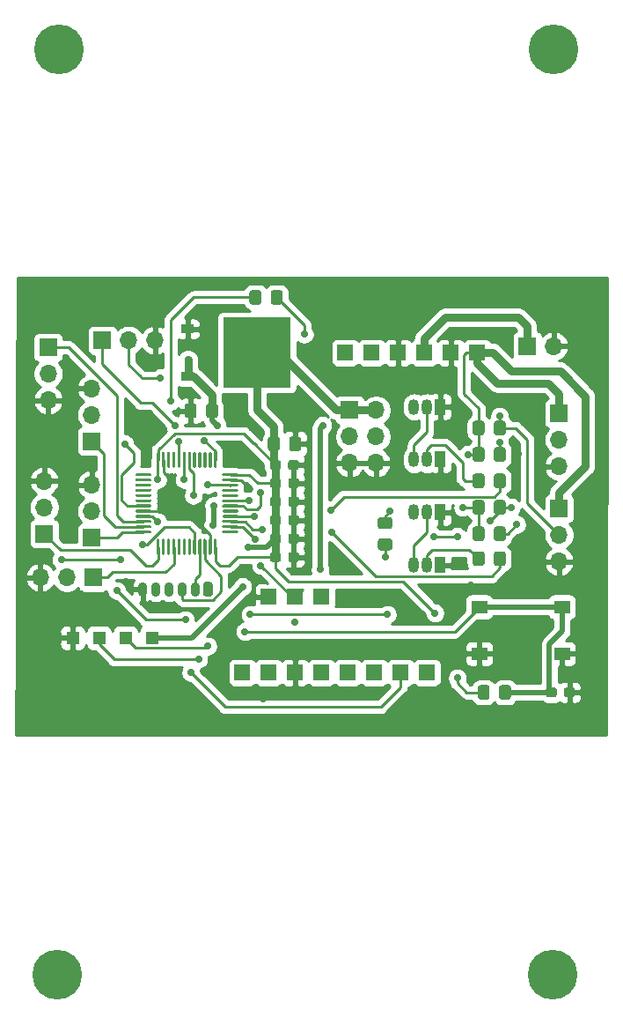
<source format=gtl>
G04 #@! TF.GenerationSoftware,KiCad,Pcbnew,(5.1.12)-1*
G04 #@! TF.CreationDate,2022-03-29T10:16:28-05:00*
G04 #@! TF.ProjectId,pcb,7063622e-6b69-4636-9164-5f7063625858,rev?*
G04 #@! TF.SameCoordinates,Original*
G04 #@! TF.FileFunction,Copper,L1,Top*
G04 #@! TF.FilePolarity,Positive*
%FSLAX46Y46*%
G04 Gerber Fmt 4.6, Leading zero omitted, Abs format (unit mm)*
G04 Created by KiCad (PCBNEW (5.1.12)-1) date 2022-03-29 10:16:28*
%MOMM*%
%LPD*%
G01*
G04 APERTURE LIST*
G04 #@! TA.AperFunction,WasherPad*
%ADD10C,4.780000*%
G04 #@! TD*
G04 #@! TA.AperFunction,ComponentPad*
%ADD11O,1.700000X1.700000*%
G04 #@! TD*
G04 #@! TA.AperFunction,ComponentPad*
%ADD12R,1.700000X1.700000*%
G04 #@! TD*
G04 #@! TA.AperFunction,ComponentPad*
%ADD13R,1.524000X1.524000*%
G04 #@! TD*
G04 #@! TA.AperFunction,ComponentPad*
%ADD14O,0.900000X1.400000*%
G04 #@! TD*
G04 #@! TA.AperFunction,ComponentPad*
%ADD15R,1.270000X1.270000*%
G04 #@! TD*
G04 #@! TA.AperFunction,SMDPad,CuDef*
%ADD16R,6.502400X6.731000*%
G04 #@! TD*
G04 #@! TA.AperFunction,SMDPad,CuDef*
%ADD17R,1.219200X0.889000*%
G04 #@! TD*
G04 #@! TA.AperFunction,SMDPad,CuDef*
%ADD18R,1.550000X1.300000*%
G04 #@! TD*
G04 #@! TA.AperFunction,ComponentPad*
%ADD19R,1.050000X1.500000*%
G04 #@! TD*
G04 #@! TA.AperFunction,ComponentPad*
%ADD20O,1.050000X1.500000*%
G04 #@! TD*
G04 #@! TA.AperFunction,ViaPad*
%ADD21C,0.700000*%
G04 #@! TD*
G04 #@! TA.AperFunction,Conductor*
%ADD22C,0.254000*%
G04 #@! TD*
G04 #@! TA.AperFunction,Conductor*
%ADD23C,0.762000*%
G04 #@! TD*
G04 #@! TA.AperFunction,Conductor*
%ADD24C,0.508000*%
G04 #@! TD*
G04 #@! TA.AperFunction,Conductor*
%ADD25C,0.150000*%
G04 #@! TD*
G04 APERTURE END LIST*
D10*
X114300000Y-154940000D03*
X161925000Y-154940000D03*
X162052000Y-66040000D03*
X114427000Y-66040000D03*
G04 #@! TA.AperFunction,SMDPad,CuDef*
G36*
G01*
X145373939Y-113020260D02*
X146273941Y-113020260D01*
G75*
G02*
X146523940Y-113270259I0J-249999D01*
G01*
X146523940Y-113920261D01*
G75*
G02*
X146273941Y-114170260I-249999J0D01*
G01*
X145373939Y-114170260D01*
G75*
G02*
X145123940Y-113920261I0J249999D01*
G01*
X145123940Y-113270259D01*
G75*
G02*
X145373939Y-113020260I249999J0D01*
G01*
G37*
G04 #@! TD.AperFunction*
G04 #@! TA.AperFunction,SMDPad,CuDef*
G36*
G01*
X145373939Y-110970260D02*
X146273941Y-110970260D01*
G75*
G02*
X146523940Y-111220259I0J-249999D01*
G01*
X146523940Y-111870261D01*
G75*
G02*
X146273941Y-112120260I-249999J0D01*
G01*
X145373939Y-112120260D01*
G75*
G02*
X145123940Y-111870261I0J249999D01*
G01*
X145123940Y-111220259D01*
G75*
G02*
X145373939Y-110970260I249999J0D01*
G01*
G37*
G04 #@! TD.AperFunction*
G04 #@! TA.AperFunction,SMDPad,CuDef*
G36*
G01*
X134823620Y-90310121D02*
X134823620Y-89410119D01*
G75*
G02*
X135073619Y-89160120I249999J0D01*
G01*
X135723621Y-89160120D01*
G75*
G02*
X135973620Y-89410119I0J-249999D01*
G01*
X135973620Y-90310121D01*
G75*
G02*
X135723621Y-90560120I-249999J0D01*
G01*
X135073619Y-90560120D01*
G75*
G02*
X134823620Y-90310121I0J249999D01*
G01*
G37*
G04 #@! TD.AperFunction*
G04 #@! TA.AperFunction,SMDPad,CuDef*
G36*
G01*
X132773620Y-90310121D02*
X132773620Y-89410119D01*
G75*
G02*
X133023619Y-89160120I249999J0D01*
G01*
X133673621Y-89160120D01*
G75*
G02*
X133923620Y-89410119I0J-249999D01*
G01*
X133923620Y-90310121D01*
G75*
G02*
X133673621Y-90560120I-249999J0D01*
G01*
X133023619Y-90560120D01*
G75*
G02*
X132773620Y-90310121I0J249999D01*
G01*
G37*
G04 #@! TD.AperFunction*
D11*
X144960340Y-105773220D03*
X142420340Y-105773220D03*
X144960340Y-103233220D03*
X142420340Y-103233220D03*
X144960340Y-100693220D03*
D12*
X142420340Y-100693220D03*
D11*
X123698000Y-93980000D03*
X121158000Y-93980000D03*
D12*
X118618000Y-93980000D03*
D13*
X154686000Y-95171000D03*
X152146000Y-95171000D03*
X149606000Y-95171000D03*
X147066000Y-95171000D03*
X144526000Y-95171000D03*
X141986000Y-95171000D03*
D14*
X122528000Y-117904000D03*
X123778000Y-117904000D03*
X125028000Y-117904000D03*
X126278000Y-117904000D03*
X127528000Y-117904000D03*
G04 #@! TA.AperFunction,ComponentPad*
G36*
G01*
X129228000Y-117429000D02*
X129228000Y-118379000D01*
G75*
G02*
X129003000Y-118604000I-225000J0D01*
G01*
X128553000Y-118604000D01*
G75*
G02*
X128328000Y-118379000I0J225000D01*
G01*
X128328000Y-117429000D01*
G75*
G02*
X128553000Y-117204000I225000J0D01*
G01*
X129003000Y-117204000D01*
G75*
G02*
X129228000Y-117429000I0J-225000D01*
G01*
G37*
G04 #@! TD.AperFunction*
D15*
X115760000Y-122570000D03*
X118300000Y-122570000D03*
X120840000Y-122570000D03*
X123380000Y-122570000D03*
G04 #@! TA.AperFunction,SMDPad,CuDef*
G36*
G01*
X156787000Y-128260001D02*
X156787000Y-127359999D01*
G75*
G02*
X157036999Y-127110000I249999J0D01*
G01*
X157687001Y-127110000D01*
G75*
G02*
X157937000Y-127359999I0J-249999D01*
G01*
X157937000Y-128260001D01*
G75*
G02*
X157687001Y-128510000I-249999J0D01*
G01*
X157036999Y-128510000D01*
G75*
G02*
X156787000Y-128260001I0J249999D01*
G01*
G37*
G04 #@! TD.AperFunction*
G04 #@! TA.AperFunction,SMDPad,CuDef*
G36*
G01*
X154737000Y-128260001D02*
X154737000Y-127359999D01*
G75*
G02*
X154986999Y-127110000I249999J0D01*
G01*
X155637001Y-127110000D01*
G75*
G02*
X155887000Y-127359999I0J-249999D01*
G01*
X155887000Y-128260001D01*
G75*
G02*
X155637001Y-128510000I-249999J0D01*
G01*
X154986999Y-128510000D01*
G75*
G02*
X154737000Y-128260001I0J249999D01*
G01*
G37*
G04 #@! TD.AperFunction*
G04 #@! TA.AperFunction,SMDPad,CuDef*
G36*
G01*
X156290000Y-102860001D02*
X156290000Y-101959999D01*
G75*
G02*
X156539999Y-101710000I249999J0D01*
G01*
X157190001Y-101710000D01*
G75*
G02*
X157440000Y-101959999I0J-249999D01*
G01*
X157440000Y-102860001D01*
G75*
G02*
X157190001Y-103110000I-249999J0D01*
G01*
X156539999Y-103110000D01*
G75*
G02*
X156290000Y-102860001I0J249999D01*
G01*
G37*
G04 #@! TD.AperFunction*
G04 #@! TA.AperFunction,SMDPad,CuDef*
G36*
G01*
X154240000Y-102860001D02*
X154240000Y-101959999D01*
G75*
G02*
X154489999Y-101710000I249999J0D01*
G01*
X155140001Y-101710000D01*
G75*
G02*
X155390000Y-101959999I0J-249999D01*
G01*
X155390000Y-102860001D01*
G75*
G02*
X155140001Y-103110000I-249999J0D01*
G01*
X154489999Y-103110000D01*
G75*
G02*
X154240000Y-102860001I0J249999D01*
G01*
G37*
G04 #@! TD.AperFunction*
G04 #@! TA.AperFunction,SMDPad,CuDef*
G36*
G01*
X156290000Y-105400001D02*
X156290000Y-104499999D01*
G75*
G02*
X156539999Y-104250000I249999J0D01*
G01*
X157190001Y-104250000D01*
G75*
G02*
X157440000Y-104499999I0J-249999D01*
G01*
X157440000Y-105400001D01*
G75*
G02*
X157190001Y-105650000I-249999J0D01*
G01*
X156539999Y-105650000D01*
G75*
G02*
X156290000Y-105400001I0J249999D01*
G01*
G37*
G04 #@! TD.AperFunction*
G04 #@! TA.AperFunction,SMDPad,CuDef*
G36*
G01*
X154240000Y-105400001D02*
X154240000Y-104499999D01*
G75*
G02*
X154489999Y-104250000I249999J0D01*
G01*
X155140001Y-104250000D01*
G75*
G02*
X155390000Y-104499999I0J-249999D01*
G01*
X155390000Y-105400001D01*
G75*
G02*
X155140001Y-105650000I-249999J0D01*
G01*
X154489999Y-105650000D01*
G75*
G02*
X154240000Y-105400001I0J249999D01*
G01*
G37*
G04 #@! TD.AperFunction*
G04 #@! TA.AperFunction,SMDPad,CuDef*
G36*
G01*
X156290000Y-107940001D02*
X156290000Y-107039999D01*
G75*
G02*
X156539999Y-106790000I249999J0D01*
G01*
X157190001Y-106790000D01*
G75*
G02*
X157440000Y-107039999I0J-249999D01*
G01*
X157440000Y-107940001D01*
G75*
G02*
X157190001Y-108190000I-249999J0D01*
G01*
X156539999Y-108190000D01*
G75*
G02*
X156290000Y-107940001I0J249999D01*
G01*
G37*
G04 #@! TD.AperFunction*
G04 #@! TA.AperFunction,SMDPad,CuDef*
G36*
G01*
X154240000Y-107940001D02*
X154240000Y-107039999D01*
G75*
G02*
X154489999Y-106790000I249999J0D01*
G01*
X155140001Y-106790000D01*
G75*
G02*
X155390000Y-107039999I0J-249999D01*
G01*
X155390000Y-107940001D01*
G75*
G02*
X155140001Y-108190000I-249999J0D01*
G01*
X154489999Y-108190000D01*
G75*
G02*
X154240000Y-107940001I0J249999D01*
G01*
G37*
G04 #@! TD.AperFunction*
G04 #@! TA.AperFunction,SMDPad,CuDef*
G36*
G01*
X156290000Y-110480001D02*
X156290000Y-109579999D01*
G75*
G02*
X156539999Y-109330000I249999J0D01*
G01*
X157190001Y-109330000D01*
G75*
G02*
X157440000Y-109579999I0J-249999D01*
G01*
X157440000Y-110480001D01*
G75*
G02*
X157190001Y-110730000I-249999J0D01*
G01*
X156539999Y-110730000D01*
G75*
G02*
X156290000Y-110480001I0J249999D01*
G01*
G37*
G04 #@! TD.AperFunction*
G04 #@! TA.AperFunction,SMDPad,CuDef*
G36*
G01*
X154240000Y-110480001D02*
X154240000Y-109579999D01*
G75*
G02*
X154489999Y-109330000I249999J0D01*
G01*
X155140001Y-109330000D01*
G75*
G02*
X155390000Y-109579999I0J-249999D01*
G01*
X155390000Y-110480001D01*
G75*
G02*
X155140001Y-110730000I-249999J0D01*
G01*
X154489999Y-110730000D01*
G75*
G02*
X154240000Y-110480001I0J249999D01*
G01*
G37*
G04 #@! TD.AperFunction*
G04 #@! TA.AperFunction,SMDPad,CuDef*
G36*
G01*
X156290000Y-113020001D02*
X156290000Y-112119999D01*
G75*
G02*
X156539999Y-111870000I249999J0D01*
G01*
X157190001Y-111870000D01*
G75*
G02*
X157440000Y-112119999I0J-249999D01*
G01*
X157440000Y-113020001D01*
G75*
G02*
X157190001Y-113270000I-249999J0D01*
G01*
X156539999Y-113270000D01*
G75*
G02*
X156290000Y-113020001I0J249999D01*
G01*
G37*
G04 #@! TD.AperFunction*
G04 #@! TA.AperFunction,SMDPad,CuDef*
G36*
G01*
X154240000Y-113020001D02*
X154240000Y-112119999D01*
G75*
G02*
X154489999Y-111870000I249999J0D01*
G01*
X155140001Y-111870000D01*
G75*
G02*
X155390000Y-112119999I0J-249999D01*
G01*
X155390000Y-113020001D01*
G75*
G02*
X155140001Y-113270000I-249999J0D01*
G01*
X154489999Y-113270000D01*
G75*
G02*
X154240000Y-113020001I0J249999D01*
G01*
G37*
G04 #@! TD.AperFunction*
G04 #@! TA.AperFunction,SMDPad,CuDef*
G36*
G01*
X156290000Y-115418001D02*
X156290000Y-114517999D01*
G75*
G02*
X156539999Y-114268000I249999J0D01*
G01*
X157190001Y-114268000D01*
G75*
G02*
X157440000Y-114517999I0J-249999D01*
G01*
X157440000Y-115418001D01*
G75*
G02*
X157190001Y-115668000I-249999J0D01*
G01*
X156539999Y-115668000D01*
G75*
G02*
X156290000Y-115418001I0J249999D01*
G01*
G37*
G04 #@! TD.AperFunction*
G04 #@! TA.AperFunction,SMDPad,CuDef*
G36*
G01*
X154240000Y-115418001D02*
X154240000Y-114517999D01*
G75*
G02*
X154489999Y-114268000I249999J0D01*
G01*
X155140001Y-114268000D01*
G75*
G02*
X155390000Y-114517999I0J-249999D01*
G01*
X155390000Y-115418001D01*
G75*
G02*
X155140001Y-115668000I-249999J0D01*
G01*
X154489999Y-115668000D01*
G75*
G02*
X154240000Y-115418001I0J249999D01*
G01*
G37*
G04 #@! TD.AperFunction*
D13*
X149860000Y-125905000D03*
X147320000Y-125905000D03*
X144780000Y-125905000D03*
X142240000Y-125905000D03*
X139700000Y-125905000D03*
X137160000Y-125905000D03*
X134620000Y-125905000D03*
X132080000Y-125905000D03*
D12*
X117729000Y-116761000D03*
D11*
X115189000Y-116761000D03*
X112649000Y-116761000D03*
D12*
X113030000Y-112570000D03*
D11*
X113030000Y-110030000D03*
X113030000Y-107490000D03*
D12*
X117602000Y-112951000D03*
D11*
X117602000Y-110411000D03*
X117602000Y-107871000D03*
D12*
X117602000Y-103680000D03*
D11*
X117602000Y-101140000D03*
X117602000Y-98600000D03*
D12*
X113411000Y-94663000D03*
D11*
X113411000Y-97203000D03*
X113411000Y-99743000D03*
D16*
X133502400Y-95171000D03*
D17*
X126847600Y-97457000D03*
X126847600Y-92885000D03*
D13*
X134620000Y-118612660D03*
X137160000Y-118612660D03*
X139700000Y-118612660D03*
G04 #@! TA.AperFunction,SMDPad,CuDef*
G36*
G01*
X123236800Y-107039000D02*
X121895200Y-107039000D01*
G75*
G02*
X121786000Y-106929800I0J109200D01*
G01*
X121786000Y-106868200D01*
G75*
G02*
X121895200Y-106759000I109200J0D01*
G01*
X123236800Y-106759000D01*
G75*
G02*
X123346000Y-106868200I0J-109200D01*
G01*
X123346000Y-106929800D01*
G75*
G02*
X123236800Y-107039000I-109200J0D01*
G01*
G37*
G04 #@! TD.AperFunction*
G04 #@! TA.AperFunction,SMDPad,CuDef*
G36*
G01*
X123236800Y-107539000D02*
X121895200Y-107539000D01*
G75*
G02*
X121786000Y-107429800I0J109200D01*
G01*
X121786000Y-107368200D01*
G75*
G02*
X121895200Y-107259000I109200J0D01*
G01*
X123236800Y-107259000D01*
G75*
G02*
X123346000Y-107368200I0J-109200D01*
G01*
X123346000Y-107429800D01*
G75*
G02*
X123236800Y-107539000I-109200J0D01*
G01*
G37*
G04 #@! TD.AperFunction*
G04 #@! TA.AperFunction,SMDPad,CuDef*
G36*
G01*
X123236800Y-108039000D02*
X121895200Y-108039000D01*
G75*
G02*
X121786000Y-107929800I0J109200D01*
G01*
X121786000Y-107868200D01*
G75*
G02*
X121895200Y-107759000I109200J0D01*
G01*
X123236800Y-107759000D01*
G75*
G02*
X123346000Y-107868200I0J-109200D01*
G01*
X123346000Y-107929800D01*
G75*
G02*
X123236800Y-108039000I-109200J0D01*
G01*
G37*
G04 #@! TD.AperFunction*
G04 #@! TA.AperFunction,SMDPad,CuDef*
G36*
G01*
X123236800Y-108539000D02*
X121895200Y-108539000D01*
G75*
G02*
X121786000Y-108429800I0J109200D01*
G01*
X121786000Y-108368200D01*
G75*
G02*
X121895200Y-108259000I109200J0D01*
G01*
X123236800Y-108259000D01*
G75*
G02*
X123346000Y-108368200I0J-109200D01*
G01*
X123346000Y-108429800D01*
G75*
G02*
X123236800Y-108539000I-109200J0D01*
G01*
G37*
G04 #@! TD.AperFunction*
G04 #@! TA.AperFunction,SMDPad,CuDef*
G36*
G01*
X123236800Y-109039000D02*
X121895200Y-109039000D01*
G75*
G02*
X121786000Y-108929800I0J109200D01*
G01*
X121786000Y-108868200D01*
G75*
G02*
X121895200Y-108759000I109200J0D01*
G01*
X123236800Y-108759000D01*
G75*
G02*
X123346000Y-108868200I0J-109200D01*
G01*
X123346000Y-108929800D01*
G75*
G02*
X123236800Y-109039000I-109200J0D01*
G01*
G37*
G04 #@! TD.AperFunction*
G04 #@! TA.AperFunction,SMDPad,CuDef*
G36*
G01*
X123236800Y-109539000D02*
X121895200Y-109539000D01*
G75*
G02*
X121786000Y-109429800I0J109200D01*
G01*
X121786000Y-109368200D01*
G75*
G02*
X121895200Y-109259000I109200J0D01*
G01*
X123236800Y-109259000D01*
G75*
G02*
X123346000Y-109368200I0J-109200D01*
G01*
X123346000Y-109429800D01*
G75*
G02*
X123236800Y-109539000I-109200J0D01*
G01*
G37*
G04 #@! TD.AperFunction*
G04 #@! TA.AperFunction,SMDPad,CuDef*
G36*
G01*
X123236800Y-110039000D02*
X121895200Y-110039000D01*
G75*
G02*
X121786000Y-109929800I0J109200D01*
G01*
X121786000Y-109868200D01*
G75*
G02*
X121895200Y-109759000I109200J0D01*
G01*
X123236800Y-109759000D01*
G75*
G02*
X123346000Y-109868200I0J-109200D01*
G01*
X123346000Y-109929800D01*
G75*
G02*
X123236800Y-110039000I-109200J0D01*
G01*
G37*
G04 #@! TD.AperFunction*
G04 #@! TA.AperFunction,SMDPad,CuDef*
G36*
G01*
X123236800Y-110539000D02*
X121895200Y-110539000D01*
G75*
G02*
X121786000Y-110429800I0J109200D01*
G01*
X121786000Y-110368200D01*
G75*
G02*
X121895200Y-110259000I109200J0D01*
G01*
X123236800Y-110259000D01*
G75*
G02*
X123346000Y-110368200I0J-109200D01*
G01*
X123346000Y-110429800D01*
G75*
G02*
X123236800Y-110539000I-109200J0D01*
G01*
G37*
G04 #@! TD.AperFunction*
G04 #@! TA.AperFunction,SMDPad,CuDef*
G36*
G01*
X123236800Y-111039000D02*
X121895200Y-111039000D01*
G75*
G02*
X121786000Y-110929800I0J109200D01*
G01*
X121786000Y-110868200D01*
G75*
G02*
X121895200Y-110759000I109200J0D01*
G01*
X123236800Y-110759000D01*
G75*
G02*
X123346000Y-110868200I0J-109200D01*
G01*
X123346000Y-110929800D01*
G75*
G02*
X123236800Y-111039000I-109200J0D01*
G01*
G37*
G04 #@! TD.AperFunction*
G04 #@! TA.AperFunction,SMDPad,CuDef*
G36*
G01*
X123236800Y-111539000D02*
X121895200Y-111539000D01*
G75*
G02*
X121786000Y-111429800I0J109200D01*
G01*
X121786000Y-111368200D01*
G75*
G02*
X121895200Y-111259000I109200J0D01*
G01*
X123236800Y-111259000D01*
G75*
G02*
X123346000Y-111368200I0J-109200D01*
G01*
X123346000Y-111429800D01*
G75*
G02*
X123236800Y-111539000I-109200J0D01*
G01*
G37*
G04 #@! TD.AperFunction*
G04 #@! TA.AperFunction,SMDPad,CuDef*
G36*
G01*
X123236800Y-112039000D02*
X121895200Y-112039000D01*
G75*
G02*
X121786000Y-111929800I0J109200D01*
G01*
X121786000Y-111868200D01*
G75*
G02*
X121895200Y-111759000I109200J0D01*
G01*
X123236800Y-111759000D01*
G75*
G02*
X123346000Y-111868200I0J-109200D01*
G01*
X123346000Y-111929800D01*
G75*
G02*
X123236800Y-112039000I-109200J0D01*
G01*
G37*
G04 #@! TD.AperFunction*
G04 #@! TA.AperFunction,SMDPad,CuDef*
G36*
G01*
X123236800Y-112539000D02*
X121895200Y-112539000D01*
G75*
G02*
X121786000Y-112429800I0J109200D01*
G01*
X121786000Y-112368200D01*
G75*
G02*
X121895200Y-112259000I109200J0D01*
G01*
X123236800Y-112259000D01*
G75*
G02*
X123346000Y-112368200I0J-109200D01*
G01*
X123346000Y-112429800D01*
G75*
G02*
X123236800Y-112539000I-109200J0D01*
G01*
G37*
G04 #@! TD.AperFunction*
G04 #@! TA.AperFunction,SMDPad,CuDef*
G36*
G01*
X123856000Y-114499800D02*
X123856000Y-113158200D01*
G75*
G02*
X123965200Y-113049000I109200J0D01*
G01*
X124026800Y-113049000D01*
G75*
G02*
X124136000Y-113158200I0J-109200D01*
G01*
X124136000Y-114499800D01*
G75*
G02*
X124026800Y-114609000I-109200J0D01*
G01*
X123965200Y-114609000D01*
G75*
G02*
X123856000Y-114499800I0J109200D01*
G01*
G37*
G04 #@! TD.AperFunction*
G04 #@! TA.AperFunction,SMDPad,CuDef*
G36*
G01*
X124356000Y-114499800D02*
X124356000Y-113158200D01*
G75*
G02*
X124465200Y-113049000I109200J0D01*
G01*
X124526800Y-113049000D01*
G75*
G02*
X124636000Y-113158200I0J-109200D01*
G01*
X124636000Y-114499800D01*
G75*
G02*
X124526800Y-114609000I-109200J0D01*
G01*
X124465200Y-114609000D01*
G75*
G02*
X124356000Y-114499800I0J109200D01*
G01*
G37*
G04 #@! TD.AperFunction*
G04 #@! TA.AperFunction,SMDPad,CuDef*
G36*
G01*
X124856000Y-114499800D02*
X124856000Y-113158200D01*
G75*
G02*
X124965200Y-113049000I109200J0D01*
G01*
X125026800Y-113049000D01*
G75*
G02*
X125136000Y-113158200I0J-109200D01*
G01*
X125136000Y-114499800D01*
G75*
G02*
X125026800Y-114609000I-109200J0D01*
G01*
X124965200Y-114609000D01*
G75*
G02*
X124856000Y-114499800I0J109200D01*
G01*
G37*
G04 #@! TD.AperFunction*
G04 #@! TA.AperFunction,SMDPad,CuDef*
G36*
G01*
X125356000Y-114499800D02*
X125356000Y-113158200D01*
G75*
G02*
X125465200Y-113049000I109200J0D01*
G01*
X125526800Y-113049000D01*
G75*
G02*
X125636000Y-113158200I0J-109200D01*
G01*
X125636000Y-114499800D01*
G75*
G02*
X125526800Y-114609000I-109200J0D01*
G01*
X125465200Y-114609000D01*
G75*
G02*
X125356000Y-114499800I0J109200D01*
G01*
G37*
G04 #@! TD.AperFunction*
G04 #@! TA.AperFunction,SMDPad,CuDef*
G36*
G01*
X125856000Y-114499800D02*
X125856000Y-113158200D01*
G75*
G02*
X125965200Y-113049000I109200J0D01*
G01*
X126026800Y-113049000D01*
G75*
G02*
X126136000Y-113158200I0J-109200D01*
G01*
X126136000Y-114499800D01*
G75*
G02*
X126026800Y-114609000I-109200J0D01*
G01*
X125965200Y-114609000D01*
G75*
G02*
X125856000Y-114499800I0J109200D01*
G01*
G37*
G04 #@! TD.AperFunction*
G04 #@! TA.AperFunction,SMDPad,CuDef*
G36*
G01*
X126356000Y-114499800D02*
X126356000Y-113158200D01*
G75*
G02*
X126465200Y-113049000I109200J0D01*
G01*
X126526800Y-113049000D01*
G75*
G02*
X126636000Y-113158200I0J-109200D01*
G01*
X126636000Y-114499800D01*
G75*
G02*
X126526800Y-114609000I-109200J0D01*
G01*
X126465200Y-114609000D01*
G75*
G02*
X126356000Y-114499800I0J109200D01*
G01*
G37*
G04 #@! TD.AperFunction*
G04 #@! TA.AperFunction,SMDPad,CuDef*
G36*
G01*
X126856000Y-114499800D02*
X126856000Y-113158200D01*
G75*
G02*
X126965200Y-113049000I109200J0D01*
G01*
X127026800Y-113049000D01*
G75*
G02*
X127136000Y-113158200I0J-109200D01*
G01*
X127136000Y-114499800D01*
G75*
G02*
X127026800Y-114609000I-109200J0D01*
G01*
X126965200Y-114609000D01*
G75*
G02*
X126856000Y-114499800I0J109200D01*
G01*
G37*
G04 #@! TD.AperFunction*
G04 #@! TA.AperFunction,SMDPad,CuDef*
G36*
G01*
X127356000Y-114499800D02*
X127356000Y-113158200D01*
G75*
G02*
X127465200Y-113049000I109200J0D01*
G01*
X127526800Y-113049000D01*
G75*
G02*
X127636000Y-113158200I0J-109200D01*
G01*
X127636000Y-114499800D01*
G75*
G02*
X127526800Y-114609000I-109200J0D01*
G01*
X127465200Y-114609000D01*
G75*
G02*
X127356000Y-114499800I0J109200D01*
G01*
G37*
G04 #@! TD.AperFunction*
G04 #@! TA.AperFunction,SMDPad,CuDef*
G36*
G01*
X127856000Y-114499800D02*
X127856000Y-113158200D01*
G75*
G02*
X127965200Y-113049000I109200J0D01*
G01*
X128026800Y-113049000D01*
G75*
G02*
X128136000Y-113158200I0J-109200D01*
G01*
X128136000Y-114499800D01*
G75*
G02*
X128026800Y-114609000I-109200J0D01*
G01*
X127965200Y-114609000D01*
G75*
G02*
X127856000Y-114499800I0J109200D01*
G01*
G37*
G04 #@! TD.AperFunction*
G04 #@! TA.AperFunction,SMDPad,CuDef*
G36*
G01*
X128356000Y-114499800D02*
X128356000Y-113158200D01*
G75*
G02*
X128465200Y-113049000I109200J0D01*
G01*
X128526800Y-113049000D01*
G75*
G02*
X128636000Y-113158200I0J-109200D01*
G01*
X128636000Y-114499800D01*
G75*
G02*
X128526800Y-114609000I-109200J0D01*
G01*
X128465200Y-114609000D01*
G75*
G02*
X128356000Y-114499800I0J109200D01*
G01*
G37*
G04 #@! TD.AperFunction*
G04 #@! TA.AperFunction,SMDPad,CuDef*
G36*
G01*
X128856000Y-114499800D02*
X128856000Y-113158200D01*
G75*
G02*
X128965200Y-113049000I109200J0D01*
G01*
X129026800Y-113049000D01*
G75*
G02*
X129136000Y-113158200I0J-109200D01*
G01*
X129136000Y-114499800D01*
G75*
G02*
X129026800Y-114609000I-109200J0D01*
G01*
X128965200Y-114609000D01*
G75*
G02*
X128856000Y-114499800I0J109200D01*
G01*
G37*
G04 #@! TD.AperFunction*
G04 #@! TA.AperFunction,SMDPad,CuDef*
G36*
G01*
X129356000Y-114499800D02*
X129356000Y-113158200D01*
G75*
G02*
X129465200Y-113049000I109200J0D01*
G01*
X129526800Y-113049000D01*
G75*
G02*
X129636000Y-113158200I0J-109200D01*
G01*
X129636000Y-114499800D01*
G75*
G02*
X129526800Y-114609000I-109200J0D01*
G01*
X129465200Y-114609000D01*
G75*
G02*
X129356000Y-114499800I0J109200D01*
G01*
G37*
G04 #@! TD.AperFunction*
G04 #@! TA.AperFunction,SMDPad,CuDef*
G36*
G01*
X131596800Y-112539000D02*
X130255200Y-112539000D01*
G75*
G02*
X130146000Y-112429800I0J109200D01*
G01*
X130146000Y-112368200D01*
G75*
G02*
X130255200Y-112259000I109200J0D01*
G01*
X131596800Y-112259000D01*
G75*
G02*
X131706000Y-112368200I0J-109200D01*
G01*
X131706000Y-112429800D01*
G75*
G02*
X131596800Y-112539000I-109200J0D01*
G01*
G37*
G04 #@! TD.AperFunction*
G04 #@! TA.AperFunction,SMDPad,CuDef*
G36*
G01*
X131596800Y-112039000D02*
X130255200Y-112039000D01*
G75*
G02*
X130146000Y-111929800I0J109200D01*
G01*
X130146000Y-111868200D01*
G75*
G02*
X130255200Y-111759000I109200J0D01*
G01*
X131596800Y-111759000D01*
G75*
G02*
X131706000Y-111868200I0J-109200D01*
G01*
X131706000Y-111929800D01*
G75*
G02*
X131596800Y-112039000I-109200J0D01*
G01*
G37*
G04 #@! TD.AperFunction*
G04 #@! TA.AperFunction,SMDPad,CuDef*
G36*
G01*
X131596800Y-111539000D02*
X130255200Y-111539000D01*
G75*
G02*
X130146000Y-111429800I0J109200D01*
G01*
X130146000Y-111368200D01*
G75*
G02*
X130255200Y-111259000I109200J0D01*
G01*
X131596800Y-111259000D01*
G75*
G02*
X131706000Y-111368200I0J-109200D01*
G01*
X131706000Y-111429800D01*
G75*
G02*
X131596800Y-111539000I-109200J0D01*
G01*
G37*
G04 #@! TD.AperFunction*
G04 #@! TA.AperFunction,SMDPad,CuDef*
G36*
G01*
X131596800Y-111039000D02*
X130255200Y-111039000D01*
G75*
G02*
X130146000Y-110929800I0J109200D01*
G01*
X130146000Y-110868200D01*
G75*
G02*
X130255200Y-110759000I109200J0D01*
G01*
X131596800Y-110759000D01*
G75*
G02*
X131706000Y-110868200I0J-109200D01*
G01*
X131706000Y-110929800D01*
G75*
G02*
X131596800Y-111039000I-109200J0D01*
G01*
G37*
G04 #@! TD.AperFunction*
G04 #@! TA.AperFunction,SMDPad,CuDef*
G36*
G01*
X131596800Y-110539000D02*
X130255200Y-110539000D01*
G75*
G02*
X130146000Y-110429800I0J109200D01*
G01*
X130146000Y-110368200D01*
G75*
G02*
X130255200Y-110259000I109200J0D01*
G01*
X131596800Y-110259000D01*
G75*
G02*
X131706000Y-110368200I0J-109200D01*
G01*
X131706000Y-110429800D01*
G75*
G02*
X131596800Y-110539000I-109200J0D01*
G01*
G37*
G04 #@! TD.AperFunction*
G04 #@! TA.AperFunction,SMDPad,CuDef*
G36*
G01*
X131596800Y-110039000D02*
X130255200Y-110039000D01*
G75*
G02*
X130146000Y-109929800I0J109200D01*
G01*
X130146000Y-109868200D01*
G75*
G02*
X130255200Y-109759000I109200J0D01*
G01*
X131596800Y-109759000D01*
G75*
G02*
X131706000Y-109868200I0J-109200D01*
G01*
X131706000Y-109929800D01*
G75*
G02*
X131596800Y-110039000I-109200J0D01*
G01*
G37*
G04 #@! TD.AperFunction*
G04 #@! TA.AperFunction,SMDPad,CuDef*
G36*
G01*
X131596800Y-109539000D02*
X130255200Y-109539000D01*
G75*
G02*
X130146000Y-109429800I0J109200D01*
G01*
X130146000Y-109368200D01*
G75*
G02*
X130255200Y-109259000I109200J0D01*
G01*
X131596800Y-109259000D01*
G75*
G02*
X131706000Y-109368200I0J-109200D01*
G01*
X131706000Y-109429800D01*
G75*
G02*
X131596800Y-109539000I-109200J0D01*
G01*
G37*
G04 #@! TD.AperFunction*
G04 #@! TA.AperFunction,SMDPad,CuDef*
G36*
G01*
X131596800Y-109039000D02*
X130255200Y-109039000D01*
G75*
G02*
X130146000Y-108929800I0J109200D01*
G01*
X130146000Y-108868200D01*
G75*
G02*
X130255200Y-108759000I109200J0D01*
G01*
X131596800Y-108759000D01*
G75*
G02*
X131706000Y-108868200I0J-109200D01*
G01*
X131706000Y-108929800D01*
G75*
G02*
X131596800Y-109039000I-109200J0D01*
G01*
G37*
G04 #@! TD.AperFunction*
G04 #@! TA.AperFunction,SMDPad,CuDef*
G36*
G01*
X131596800Y-108539000D02*
X130255200Y-108539000D01*
G75*
G02*
X130146000Y-108429800I0J109200D01*
G01*
X130146000Y-108368200D01*
G75*
G02*
X130255200Y-108259000I109200J0D01*
G01*
X131596800Y-108259000D01*
G75*
G02*
X131706000Y-108368200I0J-109200D01*
G01*
X131706000Y-108429800D01*
G75*
G02*
X131596800Y-108539000I-109200J0D01*
G01*
G37*
G04 #@! TD.AperFunction*
G04 #@! TA.AperFunction,SMDPad,CuDef*
G36*
G01*
X131596800Y-108039000D02*
X130255200Y-108039000D01*
G75*
G02*
X130146000Y-107929800I0J109200D01*
G01*
X130146000Y-107868200D01*
G75*
G02*
X130255200Y-107759000I109200J0D01*
G01*
X131596800Y-107759000D01*
G75*
G02*
X131706000Y-107868200I0J-109200D01*
G01*
X131706000Y-107929800D01*
G75*
G02*
X131596800Y-108039000I-109200J0D01*
G01*
G37*
G04 #@! TD.AperFunction*
G04 #@! TA.AperFunction,SMDPad,CuDef*
G36*
G01*
X131596800Y-107539000D02*
X130255200Y-107539000D01*
G75*
G02*
X130146000Y-107429800I0J109200D01*
G01*
X130146000Y-107368200D01*
G75*
G02*
X130255200Y-107259000I109200J0D01*
G01*
X131596800Y-107259000D01*
G75*
G02*
X131706000Y-107368200I0J-109200D01*
G01*
X131706000Y-107429800D01*
G75*
G02*
X131596800Y-107539000I-109200J0D01*
G01*
G37*
G04 #@! TD.AperFunction*
G04 #@! TA.AperFunction,SMDPad,CuDef*
G36*
G01*
X131596800Y-107039000D02*
X130255200Y-107039000D01*
G75*
G02*
X130146000Y-106929800I0J109200D01*
G01*
X130146000Y-106868200D01*
G75*
G02*
X130255200Y-106759000I109200J0D01*
G01*
X131596800Y-106759000D01*
G75*
G02*
X131706000Y-106868200I0J-109200D01*
G01*
X131706000Y-106929800D01*
G75*
G02*
X131596800Y-107039000I-109200J0D01*
G01*
G37*
G04 #@! TD.AperFunction*
G04 #@! TA.AperFunction,SMDPad,CuDef*
G36*
G01*
X129356000Y-106139800D02*
X129356000Y-104798200D01*
G75*
G02*
X129465200Y-104689000I109200J0D01*
G01*
X129526800Y-104689000D01*
G75*
G02*
X129636000Y-104798200I0J-109200D01*
G01*
X129636000Y-106139800D01*
G75*
G02*
X129526800Y-106249000I-109200J0D01*
G01*
X129465200Y-106249000D01*
G75*
G02*
X129356000Y-106139800I0J109200D01*
G01*
G37*
G04 #@! TD.AperFunction*
G04 #@! TA.AperFunction,SMDPad,CuDef*
G36*
G01*
X128856000Y-106139800D02*
X128856000Y-104798200D01*
G75*
G02*
X128965200Y-104689000I109200J0D01*
G01*
X129026800Y-104689000D01*
G75*
G02*
X129136000Y-104798200I0J-109200D01*
G01*
X129136000Y-106139800D01*
G75*
G02*
X129026800Y-106249000I-109200J0D01*
G01*
X128965200Y-106249000D01*
G75*
G02*
X128856000Y-106139800I0J109200D01*
G01*
G37*
G04 #@! TD.AperFunction*
G04 #@! TA.AperFunction,SMDPad,CuDef*
G36*
G01*
X128356000Y-106139800D02*
X128356000Y-104798200D01*
G75*
G02*
X128465200Y-104689000I109200J0D01*
G01*
X128526800Y-104689000D01*
G75*
G02*
X128636000Y-104798200I0J-109200D01*
G01*
X128636000Y-106139800D01*
G75*
G02*
X128526800Y-106249000I-109200J0D01*
G01*
X128465200Y-106249000D01*
G75*
G02*
X128356000Y-106139800I0J109200D01*
G01*
G37*
G04 #@! TD.AperFunction*
G04 #@! TA.AperFunction,SMDPad,CuDef*
G36*
G01*
X127856000Y-106139800D02*
X127856000Y-104798200D01*
G75*
G02*
X127965200Y-104689000I109200J0D01*
G01*
X128026800Y-104689000D01*
G75*
G02*
X128136000Y-104798200I0J-109200D01*
G01*
X128136000Y-106139800D01*
G75*
G02*
X128026800Y-106249000I-109200J0D01*
G01*
X127965200Y-106249000D01*
G75*
G02*
X127856000Y-106139800I0J109200D01*
G01*
G37*
G04 #@! TD.AperFunction*
G04 #@! TA.AperFunction,SMDPad,CuDef*
G36*
G01*
X127356000Y-106139800D02*
X127356000Y-104798200D01*
G75*
G02*
X127465200Y-104689000I109200J0D01*
G01*
X127526800Y-104689000D01*
G75*
G02*
X127636000Y-104798200I0J-109200D01*
G01*
X127636000Y-106139800D01*
G75*
G02*
X127526800Y-106249000I-109200J0D01*
G01*
X127465200Y-106249000D01*
G75*
G02*
X127356000Y-106139800I0J109200D01*
G01*
G37*
G04 #@! TD.AperFunction*
G04 #@! TA.AperFunction,SMDPad,CuDef*
G36*
G01*
X126856000Y-106139800D02*
X126856000Y-104798200D01*
G75*
G02*
X126965200Y-104689000I109200J0D01*
G01*
X127026800Y-104689000D01*
G75*
G02*
X127136000Y-104798200I0J-109200D01*
G01*
X127136000Y-106139800D01*
G75*
G02*
X127026800Y-106249000I-109200J0D01*
G01*
X126965200Y-106249000D01*
G75*
G02*
X126856000Y-106139800I0J109200D01*
G01*
G37*
G04 #@! TD.AperFunction*
G04 #@! TA.AperFunction,SMDPad,CuDef*
G36*
G01*
X126356000Y-106139800D02*
X126356000Y-104798200D01*
G75*
G02*
X126465200Y-104689000I109200J0D01*
G01*
X126526800Y-104689000D01*
G75*
G02*
X126636000Y-104798200I0J-109200D01*
G01*
X126636000Y-106139800D01*
G75*
G02*
X126526800Y-106249000I-109200J0D01*
G01*
X126465200Y-106249000D01*
G75*
G02*
X126356000Y-106139800I0J109200D01*
G01*
G37*
G04 #@! TD.AperFunction*
G04 #@! TA.AperFunction,SMDPad,CuDef*
G36*
G01*
X125856000Y-106139800D02*
X125856000Y-104798200D01*
G75*
G02*
X125965200Y-104689000I109200J0D01*
G01*
X126026800Y-104689000D01*
G75*
G02*
X126136000Y-104798200I0J-109200D01*
G01*
X126136000Y-106139800D01*
G75*
G02*
X126026800Y-106249000I-109200J0D01*
G01*
X125965200Y-106249000D01*
G75*
G02*
X125856000Y-106139800I0J109200D01*
G01*
G37*
G04 #@! TD.AperFunction*
G04 #@! TA.AperFunction,SMDPad,CuDef*
G36*
G01*
X125356000Y-106139800D02*
X125356000Y-104798200D01*
G75*
G02*
X125465200Y-104689000I109200J0D01*
G01*
X125526800Y-104689000D01*
G75*
G02*
X125636000Y-104798200I0J-109200D01*
G01*
X125636000Y-106139800D01*
G75*
G02*
X125526800Y-106249000I-109200J0D01*
G01*
X125465200Y-106249000D01*
G75*
G02*
X125356000Y-106139800I0J109200D01*
G01*
G37*
G04 #@! TD.AperFunction*
G04 #@! TA.AperFunction,SMDPad,CuDef*
G36*
G01*
X124856000Y-106139800D02*
X124856000Y-104798200D01*
G75*
G02*
X124965200Y-104689000I109200J0D01*
G01*
X125026800Y-104689000D01*
G75*
G02*
X125136000Y-104798200I0J-109200D01*
G01*
X125136000Y-106139800D01*
G75*
G02*
X125026800Y-106249000I-109200J0D01*
G01*
X124965200Y-106249000D01*
G75*
G02*
X124856000Y-106139800I0J109200D01*
G01*
G37*
G04 #@! TD.AperFunction*
G04 #@! TA.AperFunction,SMDPad,CuDef*
G36*
G01*
X124356000Y-106139800D02*
X124356000Y-104798200D01*
G75*
G02*
X124465200Y-104689000I109200J0D01*
G01*
X124526800Y-104689000D01*
G75*
G02*
X124636000Y-104798200I0J-109200D01*
G01*
X124636000Y-106139800D01*
G75*
G02*
X124526800Y-106249000I-109200J0D01*
G01*
X124465200Y-106249000D01*
G75*
G02*
X124356000Y-106139800I0J109200D01*
G01*
G37*
G04 #@! TD.AperFunction*
G04 #@! TA.AperFunction,SMDPad,CuDef*
G36*
G01*
X123856000Y-106139800D02*
X123856000Y-104798200D01*
G75*
G02*
X123965200Y-104689000I109200J0D01*
G01*
X124026800Y-104689000D01*
G75*
G02*
X124136000Y-104798200I0J-109200D01*
G01*
X124136000Y-106139800D01*
G75*
G02*
X124026800Y-106249000I-109200J0D01*
G01*
X123965200Y-106249000D01*
G75*
G02*
X123856000Y-106139800I0J109200D01*
G01*
G37*
G04 #@! TD.AperFunction*
D18*
X162857000Y-124091000D03*
X162857000Y-119591000D03*
X154897000Y-119591000D03*
X154897000Y-124091000D03*
D19*
X151130000Y-100378000D03*
D20*
X148590000Y-100378000D03*
X149860000Y-100378000D03*
D19*
X151141000Y-110523000D03*
D20*
X148601000Y-110523000D03*
X149871000Y-110523000D03*
D19*
X151141000Y-105443000D03*
D20*
X148601000Y-105443000D03*
X149871000Y-105443000D03*
D19*
X151141000Y-115603000D03*
D20*
X148601000Y-115603000D03*
X149871000Y-115603000D03*
D11*
X162560000Y-115237000D03*
X162560000Y-112697000D03*
D12*
X162560000Y-110157000D03*
D11*
X162560000Y-106093000D03*
X162560000Y-103553000D03*
D12*
X162560000Y-101013000D03*
D11*
X162052000Y-94536000D03*
D12*
X159512000Y-94536000D03*
G04 #@! TA.AperFunction,SMDPad,CuDef*
G36*
G01*
X163037000Y-128047500D02*
X163037000Y-127572500D01*
G75*
G02*
X163274500Y-127335000I237500J0D01*
G01*
X163849500Y-127335000D01*
G75*
G02*
X164087000Y-127572500I0J-237500D01*
G01*
X164087000Y-128047500D01*
G75*
G02*
X163849500Y-128285000I-237500J0D01*
G01*
X163274500Y-128285000D01*
G75*
G02*
X163037000Y-128047500I0J237500D01*
G01*
G37*
G04 #@! TD.AperFunction*
G04 #@! TA.AperFunction,SMDPad,CuDef*
G36*
G01*
X161287000Y-128047500D02*
X161287000Y-127572500D01*
G75*
G02*
X161524500Y-127335000I237500J0D01*
G01*
X162099500Y-127335000D01*
G75*
G02*
X162337000Y-127572500I0J-237500D01*
G01*
X162337000Y-128047500D01*
G75*
G02*
X162099500Y-128285000I-237500J0D01*
G01*
X161524500Y-128285000D01*
G75*
G02*
X161287000Y-128047500I0J237500D01*
G01*
G37*
G04 #@! TD.AperFunction*
G04 #@! TA.AperFunction,SMDPad,CuDef*
G36*
G01*
X136505860Y-115060240D02*
X136505860Y-114585240D01*
G75*
G02*
X136743360Y-114347740I237500J0D01*
G01*
X137318360Y-114347740D01*
G75*
G02*
X137555860Y-114585240I0J-237500D01*
G01*
X137555860Y-115060240D01*
G75*
G02*
X137318360Y-115297740I-237500J0D01*
G01*
X136743360Y-115297740D01*
G75*
G02*
X136505860Y-115060240I0J237500D01*
G01*
G37*
G04 #@! TD.AperFunction*
G04 #@! TA.AperFunction,SMDPad,CuDef*
G36*
G01*
X134755860Y-115060240D02*
X134755860Y-114585240D01*
G75*
G02*
X134993360Y-114347740I237500J0D01*
G01*
X135568360Y-114347740D01*
G75*
G02*
X135805860Y-114585240I0J-237500D01*
G01*
X135805860Y-115060240D01*
G75*
G02*
X135568360Y-115297740I-237500J0D01*
G01*
X134993360Y-115297740D01*
G75*
G02*
X134755860Y-115060240I0J237500D01*
G01*
G37*
G04 #@! TD.AperFunction*
G04 #@! TA.AperFunction,SMDPad,CuDef*
G36*
G01*
X136505860Y-113282240D02*
X136505860Y-112807240D01*
G75*
G02*
X136743360Y-112569740I237500J0D01*
G01*
X137318360Y-112569740D01*
G75*
G02*
X137555860Y-112807240I0J-237500D01*
G01*
X137555860Y-113282240D01*
G75*
G02*
X137318360Y-113519740I-237500J0D01*
G01*
X136743360Y-113519740D01*
G75*
G02*
X136505860Y-113282240I0J237500D01*
G01*
G37*
G04 #@! TD.AperFunction*
G04 #@! TA.AperFunction,SMDPad,CuDef*
G36*
G01*
X134755860Y-113282240D02*
X134755860Y-112807240D01*
G75*
G02*
X134993360Y-112569740I237500J0D01*
G01*
X135568360Y-112569740D01*
G75*
G02*
X135805860Y-112807240I0J-237500D01*
G01*
X135805860Y-113282240D01*
G75*
G02*
X135568360Y-113519740I-237500J0D01*
G01*
X134993360Y-113519740D01*
G75*
G02*
X134755860Y-113282240I0J237500D01*
G01*
G37*
G04 #@! TD.AperFunction*
G04 #@! TA.AperFunction,SMDPad,CuDef*
G36*
G01*
X136505860Y-111504240D02*
X136505860Y-111029240D01*
G75*
G02*
X136743360Y-110791740I237500J0D01*
G01*
X137318360Y-110791740D01*
G75*
G02*
X137555860Y-111029240I0J-237500D01*
G01*
X137555860Y-111504240D01*
G75*
G02*
X137318360Y-111741740I-237500J0D01*
G01*
X136743360Y-111741740D01*
G75*
G02*
X136505860Y-111504240I0J237500D01*
G01*
G37*
G04 #@! TD.AperFunction*
G04 #@! TA.AperFunction,SMDPad,CuDef*
G36*
G01*
X134755860Y-111504240D02*
X134755860Y-111029240D01*
G75*
G02*
X134993360Y-110791740I237500J0D01*
G01*
X135568360Y-110791740D01*
G75*
G02*
X135805860Y-111029240I0J-237500D01*
G01*
X135805860Y-111504240D01*
G75*
G02*
X135568360Y-111741740I-237500J0D01*
G01*
X134993360Y-111741740D01*
G75*
G02*
X134755860Y-111504240I0J237500D01*
G01*
G37*
G04 #@! TD.AperFunction*
G04 #@! TA.AperFunction,SMDPad,CuDef*
G36*
G01*
X136505860Y-109726240D02*
X136505860Y-109251240D01*
G75*
G02*
X136743360Y-109013740I237500J0D01*
G01*
X137318360Y-109013740D01*
G75*
G02*
X137555860Y-109251240I0J-237500D01*
G01*
X137555860Y-109726240D01*
G75*
G02*
X137318360Y-109963740I-237500J0D01*
G01*
X136743360Y-109963740D01*
G75*
G02*
X136505860Y-109726240I0J237500D01*
G01*
G37*
G04 #@! TD.AperFunction*
G04 #@! TA.AperFunction,SMDPad,CuDef*
G36*
G01*
X134755860Y-109726240D02*
X134755860Y-109251240D01*
G75*
G02*
X134993360Y-109013740I237500J0D01*
G01*
X135568360Y-109013740D01*
G75*
G02*
X135805860Y-109251240I0J-237500D01*
G01*
X135805860Y-109726240D01*
G75*
G02*
X135568360Y-109963740I-237500J0D01*
G01*
X134993360Y-109963740D01*
G75*
G02*
X134755860Y-109726240I0J237500D01*
G01*
G37*
G04 #@! TD.AperFunction*
G04 #@! TA.AperFunction,SMDPad,CuDef*
G36*
G01*
X136505860Y-107948240D02*
X136505860Y-107473240D01*
G75*
G02*
X136743360Y-107235740I237500J0D01*
G01*
X137318360Y-107235740D01*
G75*
G02*
X137555860Y-107473240I0J-237500D01*
G01*
X137555860Y-107948240D01*
G75*
G02*
X137318360Y-108185740I-237500J0D01*
G01*
X136743360Y-108185740D01*
G75*
G02*
X136505860Y-107948240I0J237500D01*
G01*
G37*
G04 #@! TD.AperFunction*
G04 #@! TA.AperFunction,SMDPad,CuDef*
G36*
G01*
X134755860Y-107948240D02*
X134755860Y-107473240D01*
G75*
G02*
X134993360Y-107235740I237500J0D01*
G01*
X135568360Y-107235740D01*
G75*
G02*
X135805860Y-107473240I0J-237500D01*
G01*
X135805860Y-107948240D01*
G75*
G02*
X135568360Y-108185740I-237500J0D01*
G01*
X134993360Y-108185740D01*
G75*
G02*
X134755860Y-107948240I0J237500D01*
G01*
G37*
G04 #@! TD.AperFunction*
G04 #@! TA.AperFunction,SMDPad,CuDef*
G36*
G01*
X136494000Y-106203500D02*
X136494000Y-105728500D01*
G75*
G02*
X136731500Y-105491000I237500J0D01*
G01*
X137306500Y-105491000D01*
G75*
G02*
X137544000Y-105728500I0J-237500D01*
G01*
X137544000Y-106203500D01*
G75*
G02*
X137306500Y-106441000I-237500J0D01*
G01*
X136731500Y-106441000D01*
G75*
G02*
X136494000Y-106203500I0J237500D01*
G01*
G37*
G04 #@! TD.AperFunction*
G04 #@! TA.AperFunction,SMDPad,CuDef*
G36*
G01*
X134744000Y-106203500D02*
X134744000Y-105728500D01*
G75*
G02*
X134981500Y-105491000I237500J0D01*
G01*
X135556500Y-105491000D01*
G75*
G02*
X135794000Y-105728500I0J-237500D01*
G01*
X135794000Y-106203500D01*
G75*
G02*
X135556500Y-106441000I-237500J0D01*
G01*
X134981500Y-106441000D01*
G75*
G02*
X134744000Y-106203500I0J237500D01*
G01*
G37*
G04 #@! TD.AperFunction*
G04 #@! TA.AperFunction,SMDPad,CuDef*
G36*
G01*
X136594000Y-104384001D02*
X136594000Y-103483999D01*
G75*
G02*
X136843999Y-103234000I249999J0D01*
G01*
X137494001Y-103234000D01*
G75*
G02*
X137744000Y-103483999I0J-249999D01*
G01*
X137744000Y-104384001D01*
G75*
G02*
X137494001Y-104634000I-249999J0D01*
G01*
X136843999Y-104634000D01*
G75*
G02*
X136594000Y-104384001I0J249999D01*
G01*
G37*
G04 #@! TD.AperFunction*
G04 #@! TA.AperFunction,SMDPad,CuDef*
G36*
G01*
X134544000Y-104384001D02*
X134544000Y-103483999D01*
G75*
G02*
X134793999Y-103234000I249999J0D01*
G01*
X135444001Y-103234000D01*
G75*
G02*
X135694000Y-103483999I0J-249999D01*
G01*
X135694000Y-104384001D01*
G75*
G02*
X135444001Y-104634000I-249999J0D01*
G01*
X134793999Y-104634000D01*
G75*
G02*
X134544000Y-104384001I0J249999D01*
G01*
G37*
G04 #@! TD.AperFunction*
G04 #@! TA.AperFunction,SMDPad,CuDef*
G36*
G01*
X127693000Y-100308999D02*
X127693000Y-101209001D01*
G75*
G02*
X127443001Y-101459000I-249999J0D01*
G01*
X126792999Y-101459000D01*
G75*
G02*
X126543000Y-101209001I0J249999D01*
G01*
X126543000Y-100308999D01*
G75*
G02*
X126792999Y-100059000I249999J0D01*
G01*
X127443001Y-100059000D01*
G75*
G02*
X127693000Y-100308999I0J-249999D01*
G01*
G37*
G04 #@! TD.AperFunction*
G04 #@! TA.AperFunction,SMDPad,CuDef*
G36*
G01*
X129743000Y-100308999D02*
X129743000Y-101209001D01*
G75*
G02*
X129493001Y-101459000I-249999J0D01*
G01*
X128842999Y-101459000D01*
G75*
G02*
X128593000Y-101209001I0J249999D01*
G01*
X128593000Y-100308999D01*
G75*
G02*
X128842999Y-100059000I249999J0D01*
G01*
X129493001Y-100059000D01*
G75*
G02*
X129743000Y-100308999I0J-249999D01*
G01*
G37*
G04 #@! TD.AperFunction*
D21*
X125095000Y-109522000D03*
X125222000Y-107363000D03*
X132588000Y-107998000D03*
X120904000Y-117142000D03*
X114808000Y-119555000D03*
X138407140Y-105448100D03*
X128275080Y-91056460D03*
X126913640Y-98798380D03*
X115570000Y-91948000D03*
X121920000Y-101473000D03*
X113030000Y-102997000D03*
X115062000Y-105029000D03*
X110998000Y-110109000D03*
X112649000Y-120904000D03*
X112268000Y-118999000D03*
X124079000Y-125857000D03*
X116967000Y-125095000D03*
X134112000Y-128397000D03*
X138430000Y-127635000D03*
X149479000Y-129286000D03*
X154559000Y-130302000D03*
X159004000Y-130302000D03*
X165481000Y-130429000D03*
X165608000Y-124968000D03*
X165862000Y-118364000D03*
X161925000Y-117729000D03*
X154051000Y-117475000D03*
X152273000Y-119253000D03*
X148209000Y-120269000D03*
X165735000Y-116205000D03*
X165735000Y-113030000D03*
X165862000Y-109601000D03*
X166497000Y-107188000D03*
X166497000Y-104267000D03*
X166624000Y-100838000D03*
X159004000Y-99695000D03*
X158623000Y-104902000D03*
X159639000Y-115951000D03*
X153162000Y-102362000D03*
X165735000Y-96774000D03*
X163957000Y-90170000D03*
X155702000Y-90043000D03*
X147320000Y-90297000D03*
X139192000Y-89916000D03*
X137033000Y-100203000D03*
X131318000Y-100076000D03*
X131445000Y-104521000D03*
X133223000Y-105791000D03*
X141605000Y-118999000D03*
X141097000Y-115062000D03*
X137160000Y-121031000D03*
X131064000Y-121031000D03*
X153797000Y-104950000D03*
X153289000Y-110030000D03*
X129667000Y-102156000D03*
X129320212Y-109868788D03*
X129251788Y-111715212D03*
X139827000Y-102156000D03*
X139573000Y-115999000D03*
X126873000Y-95806000D03*
X150622000Y-120190000D03*
X152781000Y-126413000D03*
X132673000Y-113840000D03*
X132122000Y-117650000D03*
X123952000Y-111427000D03*
X123952000Y-107363000D03*
X127889000Y-124635000D03*
X133858000Y-108633000D03*
X128778000Y-123365000D03*
X132715000Y-109395000D03*
X157988000Y-110030000D03*
X155956000Y-111300000D03*
X152781000Y-112824000D03*
X150495000Y-112824000D03*
X156845000Y-101267000D03*
X132334000Y-121968000D03*
X126619000Y-120825000D03*
X120015000Y-118031000D03*
X120777000Y-103934000D03*
X128397000Y-103595000D03*
X124206000Y-97584000D03*
X128778000Y-107871000D03*
X125603000Y-102156000D03*
X158496000Y-111681000D03*
X156845000Y-103807000D03*
X140716000Y-112443000D03*
X133985000Y-112189000D03*
X140589000Y-110284000D03*
X133223000Y-110919000D03*
X127127000Y-125905000D03*
X126492000Y-107363000D03*
X127381000Y-108887000D03*
X146050000Y-120317000D03*
X132842000Y-120317000D03*
X133858000Y-115618000D03*
X133350000Y-113078000D03*
X146311620Y-110408720D03*
X138056620Y-93400880D03*
X125227080Y-99832160D03*
X125973840Y-103675180D03*
X145836640Y-114767360D03*
X114663220Y-115072160D03*
X120352820Y-115049300D03*
X122499120Y-113626900D03*
D22*
X124250990Y-110366010D02*
X125095000Y-109522000D01*
X122567000Y-110399000D02*
X122599990Y-110366010D01*
X122599990Y-110366010D02*
X124250990Y-110366010D01*
X122566000Y-110399000D02*
X122567000Y-110399000D01*
X124496000Y-106637000D02*
X124496000Y-105469000D01*
X125222000Y-107363000D02*
X124496000Y-106637000D01*
X131989000Y-107399000D02*
X130926000Y-107399000D01*
X132588000Y-107998000D02*
X131989000Y-107399000D01*
X128996000Y-112661000D02*
X125857000Y-109522000D01*
X128996000Y-113829000D02*
X128996000Y-112661000D01*
X125857000Y-109522000D02*
X125095000Y-109522000D01*
D23*
X154686000Y-95171000D02*
X154686000Y-96187000D01*
X154686000Y-96187000D02*
X156591000Y-98092000D01*
X156591000Y-98092000D02*
X161544000Y-98092000D01*
X162560000Y-99108000D02*
X162560000Y-101013000D01*
X161544000Y-98092000D02*
X162560000Y-99108000D01*
D22*
X153670000Y-95171000D02*
X153416000Y-95425000D01*
X154686000Y-95171000D02*
X153670000Y-95171000D01*
X153416000Y-95425000D02*
X153416000Y-99108000D01*
X154815000Y-100507000D02*
X154815000Y-102410000D01*
X153416000Y-99108000D02*
X154815000Y-100507000D01*
X154815000Y-102410000D02*
X154815000Y-104950000D01*
X154815000Y-110030000D02*
X154815000Y-112570000D01*
D23*
X156210000Y-95171000D02*
X157988000Y-96949000D01*
X154686000Y-95171000D02*
X156210000Y-95171000D01*
X157988000Y-96949000D02*
X162687000Y-96949000D01*
X162687000Y-96949000D02*
X165100000Y-99362000D01*
X165100000Y-99362000D02*
X165100000Y-106093000D01*
X162560000Y-108633000D02*
X162560000Y-110157000D01*
X165100000Y-106093000D02*
X162560000Y-108633000D01*
D22*
X154815000Y-104950000D02*
X153797000Y-104950000D01*
X153289000Y-110030000D02*
X154815000Y-110030000D01*
D23*
X126847600Y-97457000D02*
X127381000Y-97457000D01*
X129168000Y-99244000D02*
X129168000Y-100759000D01*
X127381000Y-97457000D02*
X129168000Y-99244000D01*
D24*
X129168000Y-101657000D02*
X129667000Y-102156000D01*
X129168000Y-100759000D02*
X129168000Y-101657000D01*
X129320212Y-111646788D02*
X129251788Y-111715212D01*
X129320212Y-109868788D02*
X129320212Y-111646788D01*
X139573000Y-102410000D02*
X139573000Y-115999000D01*
X139827000Y-102156000D02*
X139573000Y-102410000D01*
D23*
X126873000Y-97431600D02*
X126847600Y-97457000D01*
X126873000Y-95806000D02*
X126873000Y-97431600D01*
D22*
X135280860Y-114822740D02*
X131605260Y-114822740D01*
X131605260Y-114822740D02*
X130810000Y-115618000D01*
X130810000Y-115618000D02*
X129921000Y-115618000D01*
X129496000Y-115193000D02*
X129496000Y-113829000D01*
X129921000Y-115618000D02*
X129496000Y-115193000D01*
D23*
X135119000Y-105816000D02*
X135269000Y-105966000D01*
X135119000Y-103934000D02*
X135119000Y-105816000D01*
X135269000Y-107698880D02*
X135280860Y-107710740D01*
X135269000Y-105966000D02*
X135269000Y-107698880D01*
X135280860Y-107710740D02*
X135280860Y-109488740D01*
X135280860Y-109488740D02*
X135280860Y-111266740D01*
X135280860Y-111266740D02*
X135280860Y-113044740D01*
X135280860Y-113044740D02*
X135280860Y-114822740D01*
X133502400Y-95171000D02*
X133502400Y-100657400D01*
X135119000Y-102274000D02*
X135119000Y-103934000D01*
X133502400Y-100657400D02*
X135119000Y-102274000D01*
D22*
X135280860Y-107710740D02*
X133570740Y-107710740D01*
X132759000Y-106899000D02*
X130926000Y-106899000D01*
X133570740Y-107710740D02*
X132759000Y-106899000D01*
X123996000Y-104508437D02*
X123996000Y-105469000D01*
X125586437Y-102918000D02*
X123996000Y-104508437D01*
X132207000Y-102918000D02*
X125586437Y-102918000D01*
X133196980Y-103907980D02*
X132207000Y-102918000D01*
X133210980Y-103907980D02*
X133196980Y-103907980D01*
X135269000Y-105966000D02*
X133210980Y-103907980D01*
X147566011Y-117134011D02*
X150622000Y-120190000D01*
X152781000Y-126413000D02*
X152781000Y-126921000D01*
X153670000Y-127810000D02*
X155312000Y-127810000D01*
X152781000Y-126921000D02*
X153670000Y-127810000D01*
X135280860Y-114822740D02*
X135280860Y-115897860D01*
X135280860Y-115897860D02*
X136517011Y-117134011D01*
X136517011Y-117134011D02*
X137675989Y-117134011D01*
X137675989Y-117134011D02*
X147566011Y-117134011D01*
X137592131Y-117134011D02*
X137675989Y-117134011D01*
D24*
X132715001Y-113882001D02*
X132673000Y-113840000D01*
X134443599Y-113882001D02*
X132715001Y-113882001D01*
X135280860Y-113044740D02*
X134443599Y-113882001D01*
X127202000Y-122570000D02*
X123380000Y-122570000D01*
X132122000Y-117650000D02*
X127202000Y-122570000D01*
D22*
X123424000Y-110899000D02*
X123952000Y-111427000D01*
X122566000Y-110899000D02*
X123424000Y-110899000D01*
X123952000Y-105513000D02*
X123996000Y-105469000D01*
X123952000Y-107363000D02*
X123952000Y-105513000D01*
D23*
X144960340Y-100693220D02*
X142420340Y-100693220D01*
X142420340Y-100693220D02*
X141155420Y-100693220D01*
X135633200Y-95171000D02*
X133502400Y-95171000D01*
X141155420Y-100693220D02*
X135633200Y-95171000D01*
D22*
X118300000Y-122570000D02*
X118300000Y-123174000D01*
X118300000Y-123174000D02*
X119761000Y-124635000D01*
X119761000Y-124635000D02*
X127889000Y-124635000D01*
X130958990Y-109866010D02*
X130926000Y-109899000D01*
X132170010Y-109866010D02*
X130958990Y-109866010D01*
X132545999Y-110241999D02*
X132170010Y-109866010D01*
X133519001Y-110241999D02*
X132545999Y-110241999D01*
X133858000Y-109903000D02*
X133519001Y-110241999D01*
X133858000Y-108633000D02*
X133858000Y-109903000D01*
X128610999Y-123532001D02*
X128778000Y-123365000D01*
X121802001Y-123532001D02*
X128610999Y-123532001D01*
X120840000Y-122570000D02*
X121802001Y-123532001D01*
X130930000Y-109395000D02*
X130926000Y-109399000D01*
X132715000Y-109395000D02*
X130930000Y-109395000D01*
D23*
X149606000Y-95171000D02*
X149606000Y-93774000D01*
X149606000Y-93774000D02*
X151638000Y-91742000D01*
X151638000Y-91742000D02*
X158623000Y-91742000D01*
X159512000Y-92631000D02*
X159512000Y-94536000D01*
X158623000Y-91742000D02*
X159512000Y-92631000D01*
D22*
X156865000Y-110030000D02*
X157988000Y-110030000D01*
X156865000Y-110391000D02*
X155956000Y-111300000D01*
X156865000Y-110030000D02*
X156865000Y-110391000D01*
X152781000Y-112824000D02*
X150495000Y-112824000D01*
X162560000Y-112697000D02*
X159512000Y-109649000D01*
X159512000Y-109649000D02*
X159512000Y-103553000D01*
X158369000Y-102410000D02*
X156865000Y-102410000D01*
X159512000Y-103553000D02*
X158369000Y-102410000D01*
X156865000Y-101287000D02*
X156845000Y-101267000D01*
X156865000Y-102410000D02*
X156865000Y-101287000D01*
X120622000Y-111399000D02*
X122566000Y-111399000D01*
X120015000Y-110792000D02*
X120622000Y-111399000D01*
X120015000Y-99271038D02*
X120015000Y-110792000D01*
X115406962Y-94663000D02*
X120015000Y-99271038D01*
X113411000Y-94663000D02*
X115406962Y-94663000D01*
X118779001Y-104857001D02*
X118779001Y-110826001D01*
X117602000Y-103680000D02*
X118779001Y-104857001D01*
X119852000Y-111899000D02*
X122566000Y-111899000D01*
X118779001Y-110826001D02*
X119852000Y-111899000D01*
D24*
X154897000Y-119591000D02*
X162857000Y-119591000D01*
X157362000Y-127810000D02*
X161812000Y-127810000D01*
X161627999Y-127625999D02*
X161627999Y-123154001D01*
X161812000Y-127810000D02*
X161627999Y-127625999D01*
X162857000Y-121925000D02*
X162857000Y-119591000D01*
X161627999Y-123154001D02*
X162857000Y-121925000D01*
D22*
X154897000Y-119591000D02*
X152520000Y-121968000D01*
X152520000Y-121968000D02*
X132334000Y-121968000D01*
X122809000Y-120825000D02*
X120015000Y-118031000D01*
X126619000Y-120825000D02*
X122809000Y-120825000D01*
X120777000Y-103934000D02*
X121666000Y-104823000D01*
X121666000Y-104823000D02*
X121666000Y-105712000D01*
X121666000Y-105712000D02*
X120469010Y-106908990D01*
X120469010Y-106908990D02*
X120469010Y-109341010D01*
X121027000Y-109899000D02*
X122566000Y-109899000D01*
X120469010Y-109341010D02*
X121027000Y-109899000D01*
X128440496Y-103595000D02*
X128397000Y-103595000D01*
X129496000Y-104650504D02*
X128440496Y-103595000D01*
X129496000Y-105469000D02*
X129496000Y-104650504D01*
X122428000Y-97584000D02*
X122301000Y-97457000D01*
X124206000Y-97584000D02*
X122428000Y-97584000D01*
X122301000Y-97457000D02*
X122301000Y-97454720D01*
X121158000Y-96311720D02*
X121158000Y-93980000D01*
X122301000Y-97454720D02*
X121158000Y-96311720D01*
X122301000Y-99997000D02*
X123063000Y-99997000D01*
X130898000Y-107871000D02*
X130926000Y-107899000D01*
X128778000Y-107871000D02*
X130898000Y-107871000D01*
X123444000Y-99997000D02*
X125603000Y-102156000D01*
X122301000Y-99997000D02*
X123444000Y-99997000D01*
X122301000Y-99997000D02*
X122301000Y-99982020D01*
X118618000Y-96299020D02*
X118618000Y-93980000D01*
X122301000Y-99982020D02*
X118618000Y-96299020D01*
X148601000Y-115603000D02*
X148601000Y-113702000D01*
X149871000Y-112432000D02*
X149871000Y-110523000D01*
X148601000Y-113702000D02*
X149871000Y-112432000D01*
X157607000Y-112570000D02*
X158496000Y-111681000D01*
X156865000Y-112570000D02*
X157607000Y-112570000D01*
X154815000Y-114968000D02*
X153941000Y-114094000D01*
X153941000Y-114094000D02*
X150368000Y-114094000D01*
X149871000Y-114591000D02*
X149871000Y-115603000D01*
X150368000Y-114094000D02*
X149871000Y-114591000D01*
X148601000Y-105443000D02*
X148601000Y-104050000D01*
X149860000Y-102791000D02*
X149860000Y-100378000D01*
X148601000Y-104050000D02*
X149860000Y-102791000D01*
X156865000Y-103827000D02*
X156845000Y-103807000D01*
X156865000Y-104950000D02*
X156865000Y-103827000D01*
X149871000Y-104439000D02*
X150249000Y-104061000D01*
X149871000Y-105443000D02*
X149871000Y-104439000D01*
X151622602Y-104061000D02*
X153289000Y-105727398D01*
X150249000Y-104061000D02*
X151622602Y-104061000D01*
X153289000Y-105727398D02*
X153289000Y-107236000D01*
X153543000Y-107490000D02*
X154815000Y-107490000D01*
X153289000Y-107236000D02*
X153543000Y-107490000D01*
X156865000Y-114968000D02*
X156865000Y-115852000D01*
X156865000Y-115852000D02*
X156083000Y-116634000D01*
X144953001Y-116680001D02*
X140716000Y-112443000D01*
X156036999Y-116680001D02*
X144953001Y-116680001D01*
X156083000Y-116634000D02*
X156036999Y-116680001D01*
X133103067Y-112189000D02*
X132359057Y-111444990D01*
X133985000Y-112189000D02*
X133103067Y-112189000D01*
X132359057Y-111444990D02*
X131790486Y-111444990D01*
X131744496Y-111399000D02*
X130926000Y-111399000D01*
X131790486Y-111444990D02*
X131744496Y-111399000D01*
X156865000Y-107490000D02*
X156865000Y-108486000D01*
X141870010Y-109002990D02*
X140589000Y-110284000D01*
X156348010Y-109002990D02*
X141870010Y-109002990D01*
X156865000Y-108486000D02*
X156348010Y-109002990D01*
X130946000Y-110919000D02*
X130926000Y-110899000D01*
X133223000Y-110919000D02*
X130946000Y-110919000D01*
X126492000Y-105473000D02*
X126496000Y-105469000D01*
X126492000Y-107363000D02*
X126492000Y-105473000D01*
X147320000Y-125905000D02*
X147320000Y-127302000D01*
X147320000Y-127302000D02*
X145415000Y-129207000D01*
X130429000Y-129207000D02*
X127127000Y-125905000D01*
X145415000Y-129207000D02*
X130429000Y-129207000D01*
X126996000Y-106353476D02*
X126996000Y-105469000D01*
X127381000Y-106738476D02*
X126996000Y-106353476D01*
X127381000Y-108887000D02*
X127381000Y-106738476D01*
X146050000Y-120317000D02*
X132842000Y-120317000D01*
X137160000Y-118612660D02*
X137882870Y-117889790D01*
X136852660Y-118612660D02*
X133858000Y-115618000D01*
X137160000Y-118612660D02*
X136852660Y-118612660D01*
X132171000Y-111899000D02*
X130926000Y-111899000D01*
X133350000Y-113078000D02*
X132171000Y-111899000D01*
X129231652Y-118931010D02*
X130048000Y-118114662D01*
X126351010Y-118931010D02*
X129231652Y-118931010D01*
X126278000Y-118858000D02*
X126351010Y-118931010D01*
X126278000Y-117904000D02*
X126278000Y-118858000D01*
X128496000Y-115082000D02*
X128496000Y-113829000D01*
X130048000Y-116634000D02*
X128496000Y-115082000D01*
X130048000Y-118114662D02*
X130048000Y-116634000D01*
X127996000Y-116482000D02*
X127996000Y-113829000D01*
X127528000Y-116950000D02*
X127996000Y-116482000D01*
X127528000Y-117904000D02*
X127528000Y-116950000D01*
X117602000Y-112951000D02*
X120015000Y-112951000D01*
X120567000Y-112399000D02*
X122566000Y-112399000D01*
X120015000Y-112951000D02*
X120567000Y-112399000D01*
X114588001Y-114128001D02*
X121319001Y-114128001D01*
X113030000Y-112570000D02*
X114588001Y-114128001D01*
X121319001Y-114128001D02*
X122809000Y-115618000D01*
X122809000Y-115618000D02*
X123444000Y-115618000D01*
X123996000Y-115066000D02*
X123996000Y-113829000D01*
X123444000Y-115618000D02*
X123996000Y-115066000D01*
X117729000Y-116761000D02*
X119126000Y-116761000D01*
X119126000Y-116761000D02*
X119634000Y-116253000D01*
X119634000Y-116253000D02*
X124714000Y-116253000D01*
X125496000Y-115471000D02*
X125496000Y-113829000D01*
X124714000Y-116253000D02*
X125496000Y-115471000D01*
X145823940Y-110896400D02*
X146311620Y-110408720D01*
X145823940Y-111545260D02*
X145823940Y-110896400D01*
X138056620Y-92518120D02*
X135398620Y-89860120D01*
X138056620Y-93400880D02*
X138056620Y-92518120D01*
X133348620Y-89860120D02*
X127398780Y-89860120D01*
X125227080Y-92031820D02*
X125227080Y-99832160D01*
X127398780Y-89860120D02*
X125227080Y-92031820D01*
X125973840Y-105446840D02*
X125996000Y-105469000D01*
X125973840Y-103675180D02*
X125973840Y-105446840D01*
X145823940Y-114754660D02*
X145836640Y-114767360D01*
X145823940Y-113595260D02*
X145823940Y-114754660D01*
X120329960Y-115072160D02*
X120352820Y-115049300D01*
X114663220Y-115072160D02*
X120329960Y-115072160D01*
X122879604Y-113626900D02*
X124581404Y-111925100D01*
X122499120Y-113626900D02*
X122879604Y-113626900D01*
X124581404Y-111925100D02*
X126944120Y-111925100D01*
X127496000Y-112476980D02*
X127496000Y-113829000D01*
X126944120Y-111925100D02*
X127496000Y-112476980D01*
X167073318Y-131903000D02*
X110327320Y-131903000D01*
X110349150Y-123205000D01*
X114486928Y-123205000D01*
X114499188Y-123329482D01*
X114535498Y-123449180D01*
X114594463Y-123559494D01*
X114673815Y-123656185D01*
X114770506Y-123735537D01*
X114880820Y-123794502D01*
X115000518Y-123830812D01*
X115125000Y-123843072D01*
X115474250Y-123840000D01*
X115633000Y-123681250D01*
X115633000Y-122697000D01*
X114648750Y-122697000D01*
X114490000Y-122855750D01*
X114486928Y-123205000D01*
X110349150Y-123205000D01*
X110352337Y-121935000D01*
X114486928Y-121935000D01*
X114490000Y-122284250D01*
X114648750Y-122443000D01*
X115633000Y-122443000D01*
X115633000Y-121458750D01*
X115474250Y-121300000D01*
X115125000Y-121296928D01*
X115000518Y-121309188D01*
X114880820Y-121345498D01*
X114770506Y-121404463D01*
X114673815Y-121483815D01*
X114594463Y-121580506D01*
X114535498Y-121690820D01*
X114499188Y-121810518D01*
X114486928Y-121935000D01*
X110352337Y-121935000D01*
X110364428Y-117117891D01*
X111207519Y-117117891D01*
X111304843Y-117392252D01*
X111453822Y-117642355D01*
X111648731Y-117858588D01*
X111882080Y-118032641D01*
X112144901Y-118157825D01*
X112292110Y-118202476D01*
X112522000Y-118081155D01*
X112522000Y-116888000D01*
X111328186Y-116888000D01*
X111207519Y-117117891D01*
X110364428Y-117117891D01*
X110366219Y-116404109D01*
X111207519Y-116404109D01*
X111328186Y-116634000D01*
X112522000Y-116634000D01*
X112522000Y-115440845D01*
X112292110Y-115319524D01*
X112144901Y-115364175D01*
X111882080Y-115489359D01*
X111648731Y-115663412D01*
X111453822Y-115879645D01*
X111304843Y-116129748D01*
X111207519Y-116404109D01*
X110366219Y-116404109D01*
X110377975Y-111720000D01*
X111541928Y-111720000D01*
X111541928Y-113420000D01*
X111554188Y-113544482D01*
X111590498Y-113664180D01*
X111649463Y-113774494D01*
X111728815Y-113871185D01*
X111825506Y-113950537D01*
X111935820Y-114009502D01*
X112055518Y-114045812D01*
X112180000Y-114058072D01*
X113440441Y-114058072D01*
X113869485Y-114487116D01*
X113790324Y-114605588D01*
X113716073Y-114784846D01*
X113678220Y-114975146D01*
X113678220Y-115169174D01*
X113716073Y-115359474D01*
X113790324Y-115538732D01*
X113898121Y-115700061D01*
X114026274Y-115828214D01*
X113913805Y-115996534D01*
X113844178Y-115879645D01*
X113649269Y-115663412D01*
X113415920Y-115489359D01*
X113153099Y-115364175D01*
X113005890Y-115319524D01*
X112776000Y-115440845D01*
X112776000Y-116634000D01*
X112796000Y-116634000D01*
X112796000Y-116888000D01*
X112776000Y-116888000D01*
X112776000Y-118081155D01*
X113005890Y-118202476D01*
X113153099Y-118157825D01*
X113415920Y-118032641D01*
X113649269Y-117858588D01*
X113844178Y-117642355D01*
X113913805Y-117525466D01*
X114035525Y-117707632D01*
X114242368Y-117914475D01*
X114485589Y-118076990D01*
X114755842Y-118188932D01*
X115042740Y-118246000D01*
X115335260Y-118246000D01*
X115622158Y-118188932D01*
X115892411Y-118076990D01*
X116135632Y-117914475D01*
X116267487Y-117782620D01*
X116289498Y-117855180D01*
X116348463Y-117965494D01*
X116427815Y-118062185D01*
X116524506Y-118141537D01*
X116634820Y-118200502D01*
X116754518Y-118236812D01*
X116879000Y-118249072D01*
X118579000Y-118249072D01*
X118703482Y-118236812D01*
X118823180Y-118200502D01*
X118933494Y-118141537D01*
X119030000Y-118062337D01*
X119030000Y-118128014D01*
X119067853Y-118318314D01*
X119142104Y-118497572D01*
X119249901Y-118658901D01*
X119387099Y-118796099D01*
X119548428Y-118903896D01*
X119727686Y-118978147D01*
X119917986Y-119016000D01*
X119922370Y-119016000D01*
X122243716Y-121337346D01*
X122267578Y-121366422D01*
X122340879Y-121426578D01*
X122352219Y-121435885D01*
X122293815Y-121483815D01*
X122214463Y-121580506D01*
X122155498Y-121690820D01*
X122119188Y-121810518D01*
X122110000Y-121903808D01*
X122100812Y-121810518D01*
X122064502Y-121690820D01*
X122005537Y-121580506D01*
X121926185Y-121483815D01*
X121829494Y-121404463D01*
X121719180Y-121345498D01*
X121599482Y-121309188D01*
X121475000Y-121296928D01*
X120205000Y-121296928D01*
X120080518Y-121309188D01*
X119960820Y-121345498D01*
X119850506Y-121404463D01*
X119753815Y-121483815D01*
X119674463Y-121580506D01*
X119615498Y-121690820D01*
X119579188Y-121810518D01*
X119570000Y-121903808D01*
X119560812Y-121810518D01*
X119524502Y-121690820D01*
X119465537Y-121580506D01*
X119386185Y-121483815D01*
X119289494Y-121404463D01*
X119179180Y-121345498D01*
X119059482Y-121309188D01*
X118935000Y-121296928D01*
X117665000Y-121296928D01*
X117540518Y-121309188D01*
X117420820Y-121345498D01*
X117310506Y-121404463D01*
X117213815Y-121483815D01*
X117134463Y-121580506D01*
X117075498Y-121690820D01*
X117039188Y-121810518D01*
X117030000Y-121903808D01*
X117020812Y-121810518D01*
X116984502Y-121690820D01*
X116925537Y-121580506D01*
X116846185Y-121483815D01*
X116749494Y-121404463D01*
X116639180Y-121345498D01*
X116519482Y-121309188D01*
X116395000Y-121296928D01*
X116045750Y-121300000D01*
X115887000Y-121458750D01*
X115887000Y-122443000D01*
X115907000Y-122443000D01*
X115907000Y-122697000D01*
X115887000Y-122697000D01*
X115887000Y-123681250D01*
X116045750Y-123840000D01*
X116395000Y-123843072D01*
X116519482Y-123830812D01*
X116639180Y-123794502D01*
X116749494Y-123735537D01*
X116846185Y-123656185D01*
X116925537Y-123559494D01*
X116984502Y-123449180D01*
X117020812Y-123329482D01*
X117030000Y-123236192D01*
X117039188Y-123329482D01*
X117075498Y-123449180D01*
X117134463Y-123559494D01*
X117213815Y-123656185D01*
X117310506Y-123735537D01*
X117420820Y-123794502D01*
X117540518Y-123830812D01*
X117665000Y-123843072D01*
X117891442Y-123843072D01*
X119195721Y-125147352D01*
X119219578Y-125176422D01*
X119335608Y-125271645D01*
X119467985Y-125342402D01*
X119611622Y-125385974D01*
X119723574Y-125397000D01*
X119723576Y-125397000D01*
X119760999Y-125400686D01*
X119798422Y-125397000D01*
X126281785Y-125397000D01*
X126254104Y-125438428D01*
X126179853Y-125617686D01*
X126142000Y-125807986D01*
X126142000Y-126002014D01*
X126179853Y-126192314D01*
X126254104Y-126371572D01*
X126361901Y-126532901D01*
X126499099Y-126670099D01*
X126660428Y-126777896D01*
X126839686Y-126852147D01*
X127029986Y-126890000D01*
X127034370Y-126890000D01*
X129863721Y-129719352D01*
X129887578Y-129748422D01*
X130003608Y-129843645D01*
X130135985Y-129914402D01*
X130279622Y-129957974D01*
X130391574Y-129969000D01*
X130391576Y-129969000D01*
X130428999Y-129972686D01*
X130466422Y-129969000D01*
X145377577Y-129969000D01*
X145415000Y-129972686D01*
X145452423Y-129969000D01*
X145452426Y-129969000D01*
X145564378Y-129957974D01*
X145708015Y-129914402D01*
X145840392Y-129843645D01*
X145956422Y-129748422D01*
X145980284Y-129719346D01*
X147832352Y-127867279D01*
X147861422Y-127843422D01*
X147896834Y-127800272D01*
X147956645Y-127727393D01*
X147994465Y-127656636D01*
X148027402Y-127595015D01*
X148070974Y-127451378D01*
X148082000Y-127339426D01*
X148082000Y-127339423D01*
X148085417Y-127304736D01*
X148206482Y-127292812D01*
X148326180Y-127256502D01*
X148436494Y-127197537D01*
X148533185Y-127118185D01*
X148590000Y-127048956D01*
X148646815Y-127118185D01*
X148743506Y-127197537D01*
X148853820Y-127256502D01*
X148973518Y-127292812D01*
X149098000Y-127305072D01*
X150622000Y-127305072D01*
X150746482Y-127292812D01*
X150866180Y-127256502D01*
X150976494Y-127197537D01*
X151073185Y-127118185D01*
X151152537Y-127021494D01*
X151211502Y-126911180D01*
X151247812Y-126791482D01*
X151260072Y-126667000D01*
X151260072Y-125143000D01*
X151247812Y-125018518D01*
X151211502Y-124898820D01*
X151152537Y-124788506D01*
X151113550Y-124741000D01*
X153483928Y-124741000D01*
X153496188Y-124865482D01*
X153532498Y-124985180D01*
X153591463Y-125095494D01*
X153670815Y-125192185D01*
X153767506Y-125271537D01*
X153877820Y-125330502D01*
X153997518Y-125366812D01*
X154122000Y-125379072D01*
X154611250Y-125376000D01*
X154770000Y-125217250D01*
X154770000Y-124218000D01*
X155024000Y-124218000D01*
X155024000Y-125217250D01*
X155182750Y-125376000D01*
X155672000Y-125379072D01*
X155796482Y-125366812D01*
X155916180Y-125330502D01*
X156026494Y-125271537D01*
X156123185Y-125192185D01*
X156202537Y-125095494D01*
X156261502Y-124985180D01*
X156297812Y-124865482D01*
X156310072Y-124741000D01*
X156307000Y-124376750D01*
X156148250Y-124218000D01*
X155024000Y-124218000D01*
X154770000Y-124218000D01*
X153645750Y-124218000D01*
X153487000Y-124376750D01*
X153483928Y-124741000D01*
X151113550Y-124741000D01*
X151073185Y-124691815D01*
X150976494Y-124612463D01*
X150866180Y-124553498D01*
X150746482Y-124517188D01*
X150622000Y-124504928D01*
X149098000Y-124504928D01*
X148973518Y-124517188D01*
X148853820Y-124553498D01*
X148743506Y-124612463D01*
X148646815Y-124691815D01*
X148590000Y-124761044D01*
X148533185Y-124691815D01*
X148436494Y-124612463D01*
X148326180Y-124553498D01*
X148206482Y-124517188D01*
X148082000Y-124504928D01*
X146558000Y-124504928D01*
X146433518Y-124517188D01*
X146313820Y-124553498D01*
X146203506Y-124612463D01*
X146106815Y-124691815D01*
X146050000Y-124761044D01*
X145993185Y-124691815D01*
X145896494Y-124612463D01*
X145786180Y-124553498D01*
X145666482Y-124517188D01*
X145542000Y-124504928D01*
X144018000Y-124504928D01*
X143893518Y-124517188D01*
X143773820Y-124553498D01*
X143663506Y-124612463D01*
X143566815Y-124691815D01*
X143510000Y-124761044D01*
X143453185Y-124691815D01*
X143356494Y-124612463D01*
X143246180Y-124553498D01*
X143126482Y-124517188D01*
X143002000Y-124504928D01*
X141478000Y-124504928D01*
X141353518Y-124517188D01*
X141233820Y-124553498D01*
X141123506Y-124612463D01*
X141026815Y-124691815D01*
X140970000Y-124761044D01*
X140913185Y-124691815D01*
X140816494Y-124612463D01*
X140706180Y-124553498D01*
X140586482Y-124517188D01*
X140462000Y-124504928D01*
X138938000Y-124504928D01*
X138813518Y-124517188D01*
X138693820Y-124553498D01*
X138583506Y-124612463D01*
X138486815Y-124691815D01*
X138430000Y-124761044D01*
X138373185Y-124691815D01*
X138276494Y-124612463D01*
X138166180Y-124553498D01*
X138046482Y-124517188D01*
X137922000Y-124504928D01*
X137445750Y-124508000D01*
X137287000Y-124666750D01*
X137287000Y-125778000D01*
X137307000Y-125778000D01*
X137307000Y-126032000D01*
X137287000Y-126032000D01*
X137287000Y-127143250D01*
X137445750Y-127302000D01*
X137922000Y-127305072D01*
X138046482Y-127292812D01*
X138166180Y-127256502D01*
X138276494Y-127197537D01*
X138373185Y-127118185D01*
X138430000Y-127048956D01*
X138486815Y-127118185D01*
X138583506Y-127197537D01*
X138693820Y-127256502D01*
X138813518Y-127292812D01*
X138938000Y-127305072D01*
X140462000Y-127305072D01*
X140586482Y-127292812D01*
X140706180Y-127256502D01*
X140816494Y-127197537D01*
X140913185Y-127118185D01*
X140970000Y-127048956D01*
X141026815Y-127118185D01*
X141123506Y-127197537D01*
X141233820Y-127256502D01*
X141353518Y-127292812D01*
X141478000Y-127305072D01*
X143002000Y-127305072D01*
X143126482Y-127292812D01*
X143246180Y-127256502D01*
X143356494Y-127197537D01*
X143453185Y-127118185D01*
X143510000Y-127048956D01*
X143566815Y-127118185D01*
X143663506Y-127197537D01*
X143773820Y-127256502D01*
X143893518Y-127292812D01*
X144018000Y-127305072D01*
X145542000Y-127305072D01*
X145666482Y-127292812D01*
X145786180Y-127256502D01*
X145896494Y-127197537D01*
X145993185Y-127118185D01*
X146050000Y-127048956D01*
X146106815Y-127118185D01*
X146203506Y-127197537D01*
X146296907Y-127247462D01*
X145099370Y-128445000D01*
X130744631Y-128445000D01*
X128112000Y-125812370D01*
X128112000Y-125807986D01*
X128074147Y-125617686D01*
X128068324Y-125603628D01*
X128176314Y-125582147D01*
X128355572Y-125507896D01*
X128516901Y-125400099D01*
X128654099Y-125262901D01*
X128734214Y-125143000D01*
X130679928Y-125143000D01*
X130679928Y-126667000D01*
X130692188Y-126791482D01*
X130728498Y-126911180D01*
X130787463Y-127021494D01*
X130866815Y-127118185D01*
X130963506Y-127197537D01*
X131073820Y-127256502D01*
X131193518Y-127292812D01*
X131318000Y-127305072D01*
X132842000Y-127305072D01*
X132966482Y-127292812D01*
X133086180Y-127256502D01*
X133196494Y-127197537D01*
X133293185Y-127118185D01*
X133350000Y-127048956D01*
X133406815Y-127118185D01*
X133503506Y-127197537D01*
X133613820Y-127256502D01*
X133733518Y-127292812D01*
X133858000Y-127305072D01*
X135382000Y-127305072D01*
X135506482Y-127292812D01*
X135626180Y-127256502D01*
X135736494Y-127197537D01*
X135833185Y-127118185D01*
X135890000Y-127048956D01*
X135946815Y-127118185D01*
X136043506Y-127197537D01*
X136153820Y-127256502D01*
X136273518Y-127292812D01*
X136398000Y-127305072D01*
X136874250Y-127302000D01*
X137033000Y-127143250D01*
X137033000Y-126032000D01*
X137013000Y-126032000D01*
X137013000Y-125778000D01*
X137033000Y-125778000D01*
X137033000Y-124666750D01*
X136874250Y-124508000D01*
X136398000Y-124504928D01*
X136273518Y-124517188D01*
X136153820Y-124553498D01*
X136043506Y-124612463D01*
X135946815Y-124691815D01*
X135890000Y-124761044D01*
X135833185Y-124691815D01*
X135736494Y-124612463D01*
X135626180Y-124553498D01*
X135506482Y-124517188D01*
X135382000Y-124504928D01*
X133858000Y-124504928D01*
X133733518Y-124517188D01*
X133613820Y-124553498D01*
X133503506Y-124612463D01*
X133406815Y-124691815D01*
X133350000Y-124761044D01*
X133293185Y-124691815D01*
X133196494Y-124612463D01*
X133086180Y-124553498D01*
X132966482Y-124517188D01*
X132842000Y-124504928D01*
X131318000Y-124504928D01*
X131193518Y-124517188D01*
X131073820Y-124553498D01*
X130963506Y-124612463D01*
X130866815Y-124691815D01*
X130787463Y-124788506D01*
X130728498Y-124898820D01*
X130692188Y-125018518D01*
X130679928Y-125143000D01*
X128734214Y-125143000D01*
X128761896Y-125101572D01*
X128836147Y-124922314D01*
X128874000Y-124732014D01*
X128874000Y-124537986D01*
X128836607Y-124350000D01*
X128875014Y-124350000D01*
X129065314Y-124312147D01*
X129244572Y-124237896D01*
X129405901Y-124130099D01*
X129543099Y-123992901D01*
X129650896Y-123831572D01*
X129725147Y-123652314D01*
X129763000Y-123462014D01*
X129763000Y-123441000D01*
X153483928Y-123441000D01*
X153487000Y-123805250D01*
X153645750Y-123964000D01*
X154770000Y-123964000D01*
X154770000Y-122964750D01*
X155024000Y-122964750D01*
X155024000Y-123964000D01*
X156148250Y-123964000D01*
X156307000Y-123805250D01*
X156310072Y-123441000D01*
X156297812Y-123316518D01*
X156261502Y-123196820D01*
X156202537Y-123086506D01*
X156123185Y-122989815D01*
X156026494Y-122910463D01*
X155916180Y-122851498D01*
X155796482Y-122815188D01*
X155672000Y-122802928D01*
X155182750Y-122806000D01*
X155024000Y-122964750D01*
X154770000Y-122964750D01*
X154611250Y-122806000D01*
X154122000Y-122802928D01*
X153997518Y-122815188D01*
X153877820Y-122851498D01*
X153767506Y-122910463D01*
X153670815Y-122989815D01*
X153591463Y-123086506D01*
X153532498Y-123196820D01*
X153496188Y-123316518D01*
X153483928Y-123441000D01*
X129763000Y-123441000D01*
X129763000Y-123267986D01*
X129725147Y-123077686D01*
X129650896Y-122898428D01*
X129543099Y-122737099D01*
X129405901Y-122599901D01*
X129244572Y-122492104D01*
X129065314Y-122417853D01*
X128875014Y-122380000D01*
X128680986Y-122380000D01*
X128641351Y-122387884D01*
X132448193Y-118581043D01*
X132588572Y-118522896D01*
X132749901Y-118415099D01*
X132887099Y-118277901D01*
X132994896Y-118116572D01*
X133069147Y-117937314D01*
X133107000Y-117747014D01*
X133107000Y-117552986D01*
X133069147Y-117362686D01*
X132994896Y-117183428D01*
X132887099Y-117022099D01*
X132749901Y-116884901D01*
X132588572Y-116777104D01*
X132409314Y-116702853D01*
X132219014Y-116665000D01*
X132024986Y-116665000D01*
X131834686Y-116702853D01*
X131655428Y-116777104D01*
X131494099Y-116884901D01*
X131356901Y-117022099D01*
X131249104Y-117183428D01*
X131190957Y-117323807D01*
X130810000Y-117704764D01*
X130810000Y-116671422D01*
X130813686Y-116633999D01*
X130810000Y-116596574D01*
X130798974Y-116484622D01*
X130767237Y-116380000D01*
X130772577Y-116380000D01*
X130810000Y-116383686D01*
X130847423Y-116380000D01*
X130847426Y-116380000D01*
X130959378Y-116368974D01*
X131103015Y-116325402D01*
X131235392Y-116254645D01*
X131351422Y-116159422D01*
X131375284Y-116130347D01*
X131920891Y-115584740D01*
X132873000Y-115584740D01*
X132873000Y-115715014D01*
X132910853Y-115905314D01*
X132985104Y-116084572D01*
X133092901Y-116245901D01*
X133230099Y-116383099D01*
X133391428Y-116490896D01*
X133570686Y-116565147D01*
X133760986Y-116603000D01*
X133765370Y-116603000D01*
X134492998Y-117330628D01*
X134492998Y-117374408D01*
X134334250Y-117215660D01*
X133858000Y-117212588D01*
X133733518Y-117224848D01*
X133613820Y-117261158D01*
X133503506Y-117320123D01*
X133406815Y-117399475D01*
X133327463Y-117496166D01*
X133268498Y-117606480D01*
X133232188Y-117726178D01*
X133219928Y-117850660D01*
X133223000Y-118326910D01*
X133381750Y-118485660D01*
X134493000Y-118485660D01*
X134493000Y-118465660D01*
X134747000Y-118465660D01*
X134747000Y-118485660D01*
X134767000Y-118485660D01*
X134767000Y-118739660D01*
X134747000Y-118739660D01*
X134747000Y-118759660D01*
X134493000Y-118759660D01*
X134493000Y-118739660D01*
X133381750Y-118739660D01*
X133223000Y-118898410D01*
X133219928Y-119374660D01*
X133223288Y-119408778D01*
X133129314Y-119369853D01*
X132939014Y-119332000D01*
X132744986Y-119332000D01*
X132554686Y-119369853D01*
X132375428Y-119444104D01*
X132214099Y-119551901D01*
X132076901Y-119689099D01*
X131969104Y-119850428D01*
X131894853Y-120029686D01*
X131857000Y-120219986D01*
X131857000Y-120414014D01*
X131894853Y-120604314D01*
X131969104Y-120783572D01*
X132076901Y-120944901D01*
X132135239Y-121003239D01*
X132046686Y-121020853D01*
X131867428Y-121095104D01*
X131706099Y-121202901D01*
X131568901Y-121340099D01*
X131461104Y-121501428D01*
X131386853Y-121680686D01*
X131349000Y-121870986D01*
X131349000Y-122065014D01*
X131386853Y-122255314D01*
X131461104Y-122434572D01*
X131568901Y-122595901D01*
X131706099Y-122733099D01*
X131867428Y-122840896D01*
X132046686Y-122915147D01*
X132236986Y-122953000D01*
X132431014Y-122953000D01*
X132621314Y-122915147D01*
X132800572Y-122840896D01*
X132961901Y-122733099D01*
X132965000Y-122730000D01*
X152482577Y-122730000D01*
X152520000Y-122733686D01*
X152557423Y-122730000D01*
X152557426Y-122730000D01*
X152669378Y-122718974D01*
X152813015Y-122675402D01*
X152945392Y-122604645D01*
X153061422Y-122509422D01*
X153085284Y-122480346D01*
X154686558Y-120879072D01*
X155672000Y-120879072D01*
X155796482Y-120866812D01*
X155916180Y-120830502D01*
X156026494Y-120771537D01*
X156123185Y-120692185D01*
X156202537Y-120595494D01*
X156261502Y-120485180D01*
X156263073Y-120480000D01*
X161490927Y-120480000D01*
X161492498Y-120485180D01*
X161551463Y-120595494D01*
X161630815Y-120692185D01*
X161727506Y-120771537D01*
X161837820Y-120830502D01*
X161957518Y-120866812D01*
X161968000Y-120867844D01*
X161968000Y-121556764D01*
X161030258Y-122494507D01*
X160996341Y-122522342D01*
X160968506Y-122556259D01*
X160968504Y-122556261D01*
X160885247Y-122657710D01*
X160802697Y-122812149D01*
X160751863Y-122979727D01*
X160734699Y-123154001D01*
X160739000Y-123197671D01*
X160738999Y-126921000D01*
X158454476Y-126921000D01*
X158425405Y-126866613D01*
X158314962Y-126732038D01*
X158180387Y-126621595D01*
X158026851Y-126539528D01*
X157860255Y-126488992D01*
X157687001Y-126471928D01*
X157036999Y-126471928D01*
X156863745Y-126488992D01*
X156697149Y-126539528D01*
X156543613Y-126621595D01*
X156409038Y-126732038D01*
X156337000Y-126819816D01*
X156264962Y-126732038D01*
X156130387Y-126621595D01*
X155976851Y-126539528D01*
X155810255Y-126488992D01*
X155637001Y-126471928D01*
X154986999Y-126471928D01*
X154813745Y-126488992D01*
X154647149Y-126539528D01*
X154493613Y-126621595D01*
X154359038Y-126732038D01*
X154248595Y-126866613D01*
X154166528Y-127020149D01*
X154158080Y-127048000D01*
X153985631Y-127048000D01*
X153701727Y-126764097D01*
X153728147Y-126700314D01*
X153766000Y-126510014D01*
X153766000Y-126315986D01*
X153728147Y-126125686D01*
X153653896Y-125946428D01*
X153546099Y-125785099D01*
X153408901Y-125647901D01*
X153247572Y-125540104D01*
X153068314Y-125465853D01*
X152878014Y-125428000D01*
X152683986Y-125428000D01*
X152493686Y-125465853D01*
X152314428Y-125540104D01*
X152153099Y-125647901D01*
X152015901Y-125785099D01*
X151908104Y-125946428D01*
X151833853Y-126125686D01*
X151796000Y-126315986D01*
X151796000Y-126510014D01*
X151833853Y-126700314D01*
X151908104Y-126879572D01*
X152015901Y-127040901D01*
X152028349Y-127053349D01*
X152030026Y-127070378D01*
X152073598Y-127214015D01*
X152144355Y-127346392D01*
X152239579Y-127462422D01*
X152268649Y-127486279D01*
X153104721Y-128322351D01*
X153128578Y-128351422D01*
X153157648Y-128375279D01*
X153244607Y-128446645D01*
X153287357Y-128469495D01*
X153376985Y-128517402D01*
X153520622Y-128560974D01*
X153632574Y-128572000D01*
X153632577Y-128572000D01*
X153670000Y-128575686D01*
X153707423Y-128572000D01*
X154158080Y-128572000D01*
X154166528Y-128599851D01*
X154248595Y-128753387D01*
X154359038Y-128887962D01*
X154493613Y-128998405D01*
X154647149Y-129080472D01*
X154813745Y-129131008D01*
X154986999Y-129148072D01*
X155637001Y-129148072D01*
X155810255Y-129131008D01*
X155976851Y-129080472D01*
X156130387Y-128998405D01*
X156264962Y-128887962D01*
X156337000Y-128800184D01*
X156409038Y-128887962D01*
X156543613Y-128998405D01*
X156697149Y-129080472D01*
X156863745Y-129131008D01*
X157036999Y-129148072D01*
X157687001Y-129148072D01*
X157860255Y-129131008D01*
X158026851Y-129080472D01*
X158180387Y-128998405D01*
X158314962Y-128887962D01*
X158425405Y-128753387D01*
X158454476Y-128699000D01*
X160944828Y-128699000D01*
X161038058Y-128775512D01*
X161189433Y-128856423D01*
X161353684Y-128906248D01*
X161524500Y-128923072D01*
X162099500Y-128923072D01*
X162270316Y-128906248D01*
X162434567Y-128856423D01*
X162585942Y-128775512D01*
X162609839Y-128755901D01*
X162682506Y-128815537D01*
X162792820Y-128874502D01*
X162912518Y-128910812D01*
X163037000Y-128923072D01*
X163276250Y-128920000D01*
X163435000Y-128761250D01*
X163435000Y-127937000D01*
X163689000Y-127937000D01*
X163689000Y-128761250D01*
X163847750Y-128920000D01*
X164087000Y-128923072D01*
X164211482Y-128910812D01*
X164331180Y-128874502D01*
X164441494Y-128815537D01*
X164538185Y-128736185D01*
X164617537Y-128639494D01*
X164676502Y-128529180D01*
X164712812Y-128409482D01*
X164725072Y-128285000D01*
X164722000Y-128095750D01*
X164563250Y-127937000D01*
X163689000Y-127937000D01*
X163435000Y-127937000D01*
X163415000Y-127937000D01*
X163415000Y-127683000D01*
X163435000Y-127683000D01*
X163435000Y-126858750D01*
X163689000Y-126858750D01*
X163689000Y-127683000D01*
X164563250Y-127683000D01*
X164722000Y-127524250D01*
X164725072Y-127335000D01*
X164712812Y-127210518D01*
X164676502Y-127090820D01*
X164617537Y-126980506D01*
X164538185Y-126883815D01*
X164441494Y-126804463D01*
X164331180Y-126745498D01*
X164211482Y-126709188D01*
X164087000Y-126696928D01*
X163847750Y-126700000D01*
X163689000Y-126858750D01*
X163435000Y-126858750D01*
X163276250Y-126700000D01*
X163037000Y-126696928D01*
X162912518Y-126709188D01*
X162792820Y-126745498D01*
X162682506Y-126804463D01*
X162609839Y-126864099D01*
X162585942Y-126844488D01*
X162516999Y-126807637D01*
X162516999Y-125376341D01*
X162571250Y-125376000D01*
X162730000Y-125217250D01*
X162730000Y-124218000D01*
X162984000Y-124218000D01*
X162984000Y-125217250D01*
X163142750Y-125376000D01*
X163632000Y-125379072D01*
X163756482Y-125366812D01*
X163876180Y-125330502D01*
X163986494Y-125271537D01*
X164083185Y-125192185D01*
X164162537Y-125095494D01*
X164221502Y-124985180D01*
X164257812Y-124865482D01*
X164270072Y-124741000D01*
X164267000Y-124376750D01*
X164108250Y-124218000D01*
X162984000Y-124218000D01*
X162730000Y-124218000D01*
X162710000Y-124218000D01*
X162710000Y-123964000D01*
X162730000Y-123964000D01*
X162730000Y-123944000D01*
X162984000Y-123944000D01*
X162984000Y-123964000D01*
X164108250Y-123964000D01*
X164267000Y-123805250D01*
X164270072Y-123441000D01*
X164257812Y-123316518D01*
X164221502Y-123196820D01*
X164162537Y-123086506D01*
X164083185Y-122989815D01*
X163986494Y-122910463D01*
X163876180Y-122851498D01*
X163756482Y-122815188D01*
X163632000Y-122802928D01*
X163233808Y-122805428D01*
X163454743Y-122584493D01*
X163488659Y-122556659D01*
X163599753Y-122421291D01*
X163682303Y-122266851D01*
X163719384Y-122144608D01*
X163733136Y-122099275D01*
X163740099Y-122028578D01*
X163746000Y-121968667D01*
X163746000Y-121968660D01*
X163750300Y-121925000D01*
X163746000Y-121881340D01*
X163746000Y-120867844D01*
X163756482Y-120866812D01*
X163876180Y-120830502D01*
X163986494Y-120771537D01*
X164083185Y-120692185D01*
X164162537Y-120595494D01*
X164221502Y-120485180D01*
X164257812Y-120365482D01*
X164270072Y-120241000D01*
X164270072Y-118941000D01*
X164257812Y-118816518D01*
X164221502Y-118696820D01*
X164162537Y-118586506D01*
X164083185Y-118489815D01*
X163986494Y-118410463D01*
X163876180Y-118351498D01*
X163756482Y-118315188D01*
X163632000Y-118302928D01*
X162082000Y-118302928D01*
X161957518Y-118315188D01*
X161837820Y-118351498D01*
X161727506Y-118410463D01*
X161630815Y-118489815D01*
X161551463Y-118586506D01*
X161492498Y-118696820D01*
X161490927Y-118702000D01*
X156263073Y-118702000D01*
X156261502Y-118696820D01*
X156202537Y-118586506D01*
X156123185Y-118489815D01*
X156026494Y-118410463D01*
X155916180Y-118351498D01*
X155796482Y-118315188D01*
X155672000Y-118302928D01*
X154122000Y-118302928D01*
X153997518Y-118315188D01*
X153877820Y-118351498D01*
X153767506Y-118410463D01*
X153670815Y-118489815D01*
X153591463Y-118586506D01*
X153532498Y-118696820D01*
X153496188Y-118816518D01*
X153483928Y-118941000D01*
X153483928Y-119926442D01*
X152204370Y-121206000D01*
X146477693Y-121206000D01*
X146516572Y-121189896D01*
X146677901Y-121082099D01*
X146815099Y-120944901D01*
X146922896Y-120783572D01*
X146997147Y-120604314D01*
X147035000Y-120414014D01*
X147035000Y-120219986D01*
X146997147Y-120029686D01*
X146922896Y-119850428D01*
X146815099Y-119689099D01*
X146677901Y-119551901D01*
X146516572Y-119444104D01*
X146337314Y-119369853D01*
X146147014Y-119332000D01*
X145952986Y-119332000D01*
X145762686Y-119369853D01*
X145583428Y-119444104D01*
X145422099Y-119551901D01*
X145419000Y-119555000D01*
X141070868Y-119555000D01*
X141087812Y-119499142D01*
X141100072Y-119374660D01*
X141100072Y-117896011D01*
X147250381Y-117896011D01*
X149637000Y-120282631D01*
X149637000Y-120287014D01*
X149674853Y-120477314D01*
X149749104Y-120656572D01*
X149856901Y-120817901D01*
X149994099Y-120955099D01*
X150155428Y-121062896D01*
X150334686Y-121137147D01*
X150524986Y-121175000D01*
X150719014Y-121175000D01*
X150909314Y-121137147D01*
X151088572Y-121062896D01*
X151249901Y-120955099D01*
X151387099Y-120817901D01*
X151494896Y-120656572D01*
X151569147Y-120477314D01*
X151607000Y-120287014D01*
X151607000Y-120092986D01*
X151569147Y-119902686D01*
X151494896Y-119723428D01*
X151387099Y-119562099D01*
X151249901Y-119424901D01*
X151088572Y-119317104D01*
X150909314Y-119242853D01*
X150719014Y-119205000D01*
X150714631Y-119205000D01*
X148951631Y-117442001D01*
X155999576Y-117442001D01*
X156036999Y-117445687D01*
X156074422Y-117442001D01*
X156074425Y-117442001D01*
X156186377Y-117430975D01*
X156330014Y-117387403D01*
X156462391Y-117316646D01*
X156578421Y-117221423D01*
X156602283Y-117192347D01*
X156648279Y-117146351D01*
X157377351Y-116417280D01*
X157406422Y-116393422D01*
X157449456Y-116340985D01*
X157501645Y-116277393D01*
X157521016Y-116241152D01*
X157529851Y-116238472D01*
X157683387Y-116156405D01*
X157817962Y-116045962D01*
X157928405Y-115911387D01*
X158010472Y-115757851D01*
X158060208Y-115593890D01*
X161118524Y-115593890D01*
X161163175Y-115741099D01*
X161288359Y-116003920D01*
X161462412Y-116237269D01*
X161678645Y-116432178D01*
X161928748Y-116581157D01*
X162203109Y-116678481D01*
X162433000Y-116557814D01*
X162433000Y-115364000D01*
X162687000Y-115364000D01*
X162687000Y-116557814D01*
X162916891Y-116678481D01*
X163191252Y-116581157D01*
X163441355Y-116432178D01*
X163657588Y-116237269D01*
X163831641Y-116003920D01*
X163956825Y-115741099D01*
X164001476Y-115593890D01*
X163880155Y-115364000D01*
X162687000Y-115364000D01*
X162433000Y-115364000D01*
X161239845Y-115364000D01*
X161118524Y-115593890D01*
X158060208Y-115593890D01*
X158061008Y-115591255D01*
X158078072Y-115418001D01*
X158078072Y-114517999D01*
X158061008Y-114344745D01*
X158010472Y-114178149D01*
X157928405Y-114024613D01*
X157817962Y-113890038D01*
X157683387Y-113779595D01*
X157663565Y-113769000D01*
X157683387Y-113758405D01*
X157817962Y-113647962D01*
X157928405Y-113513387D01*
X158010472Y-113359851D01*
X158061008Y-113193255D01*
X158062090Y-113182273D01*
X158148422Y-113111422D01*
X158172284Y-113082347D01*
X158588630Y-112666000D01*
X158593014Y-112666000D01*
X158783314Y-112628147D01*
X158962572Y-112553896D01*
X159123901Y-112446099D01*
X159261099Y-112308901D01*
X159368896Y-112147572D01*
X159443147Y-111968314D01*
X159481000Y-111778014D01*
X159481000Y-111583986D01*
X159443147Y-111393686D01*
X159368896Y-111214428D01*
X159261099Y-111053099D01*
X159123901Y-110915901D01*
X158962572Y-110808104D01*
X158783314Y-110733853D01*
X158694761Y-110716239D01*
X158753099Y-110657901D01*
X158860896Y-110496572D01*
X158935147Y-110317314D01*
X158962375Y-110180427D01*
X158970578Y-110190422D01*
X158999654Y-110214284D01*
X161118321Y-112332952D01*
X161075000Y-112550740D01*
X161075000Y-112843260D01*
X161132068Y-113130158D01*
X161244010Y-113400411D01*
X161406525Y-113643632D01*
X161613368Y-113850475D01*
X161795534Y-113972195D01*
X161678645Y-114041822D01*
X161462412Y-114236731D01*
X161288359Y-114470080D01*
X161163175Y-114732901D01*
X161118524Y-114880110D01*
X161239845Y-115110000D01*
X162433000Y-115110000D01*
X162433000Y-115090000D01*
X162687000Y-115090000D01*
X162687000Y-115110000D01*
X163880155Y-115110000D01*
X164001476Y-114880110D01*
X163956825Y-114732901D01*
X163831641Y-114470080D01*
X163657588Y-114236731D01*
X163441355Y-114041822D01*
X163324466Y-113972195D01*
X163506632Y-113850475D01*
X163713475Y-113643632D01*
X163875990Y-113400411D01*
X163987932Y-113130158D01*
X164045000Y-112843260D01*
X164045000Y-112550740D01*
X163987932Y-112263842D01*
X163875990Y-111993589D01*
X163713475Y-111750368D01*
X163581620Y-111618513D01*
X163654180Y-111596502D01*
X163764494Y-111537537D01*
X163861185Y-111458185D01*
X163940537Y-111361494D01*
X163999502Y-111251180D01*
X164035812Y-111131482D01*
X164048072Y-111007000D01*
X164048072Y-109307000D01*
X164035812Y-109182518D01*
X163999502Y-109062820D01*
X163940537Y-108952506D01*
X163861185Y-108855815D01*
X163813313Y-108816527D01*
X165783133Y-106846708D01*
X165821896Y-106814896D01*
X165948860Y-106660190D01*
X166043202Y-106483687D01*
X166094954Y-106313084D01*
X166101298Y-106292172D01*
X166104235Y-106262355D01*
X166116000Y-106142902D01*
X166116000Y-106142895D01*
X166120914Y-106093001D01*
X166116000Y-106043107D01*
X166116000Y-99411893D01*
X166120914Y-99361999D01*
X166116000Y-99312105D01*
X166116000Y-99312098D01*
X166101298Y-99162829D01*
X166043202Y-98971313D01*
X165948860Y-98794810D01*
X165821896Y-98640104D01*
X165783133Y-98608292D01*
X163440712Y-96265872D01*
X163408896Y-96227104D01*
X163254190Y-96100140D01*
X163077687Y-96005798D01*
X162886171Y-95947702D01*
X162736902Y-95933000D01*
X162687000Y-95928085D01*
X162637098Y-95933000D01*
X162555522Y-95933000D01*
X162556099Y-95932825D01*
X162818920Y-95807641D01*
X163052269Y-95633588D01*
X163247178Y-95417355D01*
X163396157Y-95167252D01*
X163493481Y-94892891D01*
X163372814Y-94663000D01*
X162179000Y-94663000D01*
X162179000Y-94683000D01*
X161925000Y-94683000D01*
X161925000Y-94663000D01*
X161905000Y-94663000D01*
X161905000Y-94409000D01*
X161925000Y-94409000D01*
X161925000Y-93215845D01*
X162179000Y-93215845D01*
X162179000Y-94409000D01*
X163372814Y-94409000D01*
X163493481Y-94179109D01*
X163396157Y-93904748D01*
X163247178Y-93654645D01*
X163052269Y-93438412D01*
X162818920Y-93264359D01*
X162556099Y-93139175D01*
X162408890Y-93094524D01*
X162179000Y-93215845D01*
X161925000Y-93215845D01*
X161695110Y-93094524D01*
X161547901Y-93139175D01*
X161285080Y-93264359D01*
X161051731Y-93438412D01*
X160975966Y-93522466D01*
X160951502Y-93441820D01*
X160892537Y-93331506D01*
X160813185Y-93234815D01*
X160716494Y-93155463D01*
X160606180Y-93096498D01*
X160528000Y-93072782D01*
X160528000Y-92680902D01*
X160532915Y-92631000D01*
X160513298Y-92431829D01*
X160455202Y-92240312D01*
X160422340Y-92178832D01*
X160360860Y-92063810D01*
X160233896Y-91909104D01*
X160195133Y-91877292D01*
X159376712Y-91058872D01*
X159344896Y-91020104D01*
X159190190Y-90893140D01*
X159013687Y-90798798D01*
X158822171Y-90740702D01*
X158672902Y-90726000D01*
X158623000Y-90721085D01*
X158573098Y-90726000D01*
X151687902Y-90726000D01*
X151638000Y-90721085D01*
X151588098Y-90726000D01*
X151438829Y-90740702D01*
X151247313Y-90798798D01*
X151070810Y-90893140D01*
X150916104Y-91020104D01*
X150884292Y-91058867D01*
X148922868Y-93020292D01*
X148884105Y-93052104D01*
X148757141Y-93206810D01*
X148690490Y-93331506D01*
X148662799Y-93383313D01*
X148604702Y-93574830D01*
X148585085Y-93774000D01*
X148590001Y-93823911D01*
X148590001Y-93824746D01*
X148489506Y-93878463D01*
X148392815Y-93957815D01*
X148336000Y-94027044D01*
X148279185Y-93957815D01*
X148182494Y-93878463D01*
X148072180Y-93819498D01*
X147952482Y-93783188D01*
X147828000Y-93770928D01*
X147351750Y-93774000D01*
X147193000Y-93932750D01*
X147193000Y-95044000D01*
X147213000Y-95044000D01*
X147213000Y-95298000D01*
X147193000Y-95298000D01*
X147193000Y-96409250D01*
X147351750Y-96568000D01*
X147828000Y-96571072D01*
X147952482Y-96558812D01*
X148072180Y-96522502D01*
X148182494Y-96463537D01*
X148279185Y-96384185D01*
X148336000Y-96314956D01*
X148392815Y-96384185D01*
X148489506Y-96463537D01*
X148599820Y-96522502D01*
X148719518Y-96558812D01*
X148844000Y-96571072D01*
X150368000Y-96571072D01*
X150492482Y-96558812D01*
X150612180Y-96522502D01*
X150722494Y-96463537D01*
X150819185Y-96384185D01*
X150876000Y-96314956D01*
X150932815Y-96384185D01*
X151029506Y-96463537D01*
X151139820Y-96522502D01*
X151259518Y-96558812D01*
X151384000Y-96571072D01*
X151860250Y-96568000D01*
X152019000Y-96409250D01*
X152019000Y-95298000D01*
X151999000Y-95298000D01*
X151999000Y-95044000D01*
X152019000Y-95044000D01*
X152019000Y-93932750D01*
X151860250Y-93774000D01*
X151384000Y-93770928D01*
X151259518Y-93783188D01*
X151139820Y-93819498D01*
X151029506Y-93878463D01*
X150932815Y-93957815D01*
X150876000Y-94027044D01*
X150837143Y-93979697D01*
X152058841Y-92758000D01*
X158202160Y-92758000D01*
X158496000Y-93051841D01*
X158496000Y-93072782D01*
X158417820Y-93096498D01*
X158307506Y-93155463D01*
X158210815Y-93234815D01*
X158131463Y-93331506D01*
X158072498Y-93441820D01*
X158036188Y-93561518D01*
X158023928Y-93686000D01*
X158023928Y-95386000D01*
X158036188Y-95510482D01*
X158057901Y-95582060D01*
X156963712Y-94487872D01*
X156931896Y-94449104D01*
X156777190Y-94322140D01*
X156600687Y-94227798D01*
X156409171Y-94169702D01*
X156259902Y-94155000D01*
X156210000Y-94150085D01*
X156160098Y-94155000D01*
X156032253Y-94155000D01*
X155978537Y-94054506D01*
X155899185Y-93957815D01*
X155802494Y-93878463D01*
X155692180Y-93819498D01*
X155572482Y-93783188D01*
X155448000Y-93770928D01*
X153924000Y-93770928D01*
X153799518Y-93783188D01*
X153679820Y-93819498D01*
X153569506Y-93878463D01*
X153472815Y-93957815D01*
X153416000Y-94027044D01*
X153359185Y-93957815D01*
X153262494Y-93878463D01*
X153152180Y-93819498D01*
X153032482Y-93783188D01*
X152908000Y-93770928D01*
X152431750Y-93774000D01*
X152273000Y-93932750D01*
X152273000Y-95044000D01*
X152293000Y-95044000D01*
X152293000Y-95298000D01*
X152273000Y-95298000D01*
X152273000Y-96409250D01*
X152431750Y-96568000D01*
X152654000Y-96569434D01*
X152654001Y-99070567D01*
X152650314Y-99108000D01*
X152665027Y-99257378D01*
X152708599Y-99401015D01*
X152779355Y-99533392D01*
X152834240Y-99600269D01*
X152874579Y-99649422D01*
X152903649Y-99673279D01*
X154053000Y-100822631D01*
X154053000Y-101191455D01*
X153996613Y-101221595D01*
X153862038Y-101332038D01*
X153751595Y-101466613D01*
X153669528Y-101620149D01*
X153618992Y-101786745D01*
X153601928Y-101959999D01*
X153601928Y-102860001D01*
X153618992Y-103033255D01*
X153669528Y-103199851D01*
X153751595Y-103353387D01*
X153862038Y-103487962D01*
X153996613Y-103598405D01*
X154053000Y-103628545D01*
X154053001Y-103731455D01*
X153996613Y-103761595D01*
X153862038Y-103872038D01*
X153785746Y-103965000D01*
X153699986Y-103965000D01*
X153509686Y-104002853D01*
X153330428Y-104077104D01*
X153169099Y-104184901D01*
X153031901Y-104322099D01*
X153003635Y-104364403D01*
X152187886Y-103548654D01*
X152164024Y-103519578D01*
X152047994Y-103424355D01*
X151915617Y-103353598D01*
X151771980Y-103310026D01*
X151660028Y-103299000D01*
X151660025Y-103299000D01*
X151622602Y-103295314D01*
X151585179Y-103299000D01*
X150428851Y-103299000D01*
X150440903Y-103284314D01*
X150496645Y-103216393D01*
X150544101Y-103127608D01*
X150567402Y-103084015D01*
X150610974Y-102940378D01*
X150622000Y-102828426D01*
X150622000Y-102828423D01*
X150625686Y-102791000D01*
X150622000Y-102753577D01*
X150622000Y-101765854D01*
X150844250Y-101763000D01*
X151003000Y-101604250D01*
X151003000Y-100831109D01*
X151003215Y-100830400D01*
X151020000Y-100659979D01*
X151020000Y-100505000D01*
X151257000Y-100505000D01*
X151257000Y-101604250D01*
X151415750Y-101763000D01*
X151655000Y-101766072D01*
X151779482Y-101753812D01*
X151899180Y-101717502D01*
X152009494Y-101658537D01*
X152106185Y-101579185D01*
X152185537Y-101482494D01*
X152244502Y-101372180D01*
X152280812Y-101252482D01*
X152293072Y-101128000D01*
X152290000Y-100663750D01*
X152131250Y-100505000D01*
X151257000Y-100505000D01*
X151020000Y-100505000D01*
X151020000Y-100096022D01*
X151003215Y-99925601D01*
X151003000Y-99924892D01*
X151003000Y-99151750D01*
X151257000Y-99151750D01*
X151257000Y-100251000D01*
X152131250Y-100251000D01*
X152290000Y-100092250D01*
X152293072Y-99628000D01*
X152280812Y-99503518D01*
X152244502Y-99383820D01*
X152185537Y-99273506D01*
X152106185Y-99176815D01*
X152009494Y-99097463D01*
X151899180Y-99038498D01*
X151779482Y-99002188D01*
X151655000Y-98989928D01*
X151415750Y-98993000D01*
X151257000Y-99151750D01*
X151003000Y-99151750D01*
X150844250Y-98993000D01*
X150605000Y-98989928D01*
X150480518Y-99002188D01*
X150360820Y-99038498D01*
X150296098Y-99073093D01*
X150087400Y-99009785D01*
X149860000Y-98987388D01*
X149632601Y-99009785D01*
X149413941Y-99076115D01*
X149225000Y-99177106D01*
X149036060Y-99076115D01*
X148817400Y-99009785D01*
X148590000Y-98987388D01*
X148362601Y-99009785D01*
X148143941Y-99076115D01*
X147942422Y-99183829D01*
X147765789Y-99328788D01*
X147620830Y-99505421D01*
X147513115Y-99706940D01*
X147446785Y-99925600D01*
X147430000Y-100096021D01*
X147430000Y-100659978D01*
X147446785Y-100830399D01*
X147513115Y-101049059D01*
X147620829Y-101250578D01*
X147765788Y-101427212D01*
X147942421Y-101572171D01*
X148143940Y-101679885D01*
X148362600Y-101746215D01*
X148590000Y-101768612D01*
X148817399Y-101746215D01*
X149036059Y-101679885D01*
X149098000Y-101646777D01*
X149098000Y-102475369D01*
X148088649Y-103484721D01*
X148059579Y-103508578D01*
X148035722Y-103537648D01*
X148035721Y-103537649D01*
X147964355Y-103624608D01*
X147893599Y-103756985D01*
X147850027Y-103900622D01*
X147835314Y-104050000D01*
X147839001Y-104087433D01*
X147839001Y-104342732D01*
X147776789Y-104393788D01*
X147631830Y-104570421D01*
X147524115Y-104771940D01*
X147457785Y-104990600D01*
X147441000Y-105161021D01*
X147441000Y-105724978D01*
X147457785Y-105895399D01*
X147524115Y-106114059D01*
X147631829Y-106315578D01*
X147776788Y-106492212D01*
X147953421Y-106637171D01*
X148154940Y-106744885D01*
X148373600Y-106811215D01*
X148601000Y-106833612D01*
X148828399Y-106811215D01*
X149047059Y-106744885D01*
X149236000Y-106643894D01*
X149424940Y-106744885D01*
X149643600Y-106811215D01*
X149871000Y-106833612D01*
X150098399Y-106811215D01*
X150307098Y-106747907D01*
X150371820Y-106782502D01*
X150491518Y-106818812D01*
X150616000Y-106831072D01*
X150855250Y-106828000D01*
X151014000Y-106669250D01*
X151014000Y-105896109D01*
X151014215Y-105895400D01*
X151031000Y-105724979D01*
X151031000Y-105296000D01*
X151268000Y-105296000D01*
X151268000Y-105316000D01*
X151288000Y-105316000D01*
X151288000Y-105570000D01*
X151268000Y-105570000D01*
X151268000Y-106669250D01*
X151426750Y-106828000D01*
X151666000Y-106831072D01*
X151790482Y-106818812D01*
X151910180Y-106782502D01*
X152020494Y-106723537D01*
X152117185Y-106644185D01*
X152196537Y-106547494D01*
X152255502Y-106437180D01*
X152291812Y-106317482D01*
X152304072Y-106193000D01*
X152301588Y-105817616D01*
X152527000Y-106043028D01*
X152527001Y-107198567D01*
X152523314Y-107236000D01*
X152538027Y-107385378D01*
X152581599Y-107529015D01*
X152652355Y-107661392D01*
X152701785Y-107721622D01*
X152747579Y-107777422D01*
X152776649Y-107801279D01*
X152977716Y-108002346D01*
X153001578Y-108031422D01*
X153117608Y-108126645D01*
X153249985Y-108197402D01*
X153393622Y-108240974D01*
X153393784Y-108240990D01*
X141907433Y-108240990D01*
X141870010Y-108237304D01*
X141832587Y-108240990D01*
X141832584Y-108240990D01*
X141720632Y-108252016D01*
X141576995Y-108295588D01*
X141549617Y-108310222D01*
X141444617Y-108366345D01*
X141402229Y-108401133D01*
X141328588Y-108461568D01*
X141304726Y-108490644D01*
X140496370Y-109299000D01*
X140491986Y-109299000D01*
X140462000Y-109304965D01*
X140462000Y-106130110D01*
X140978864Y-106130110D01*
X141023515Y-106277319D01*
X141148699Y-106540140D01*
X141322752Y-106773489D01*
X141538985Y-106968398D01*
X141789088Y-107117377D01*
X142063449Y-107214701D01*
X142293340Y-107094034D01*
X142293340Y-105900220D01*
X142547340Y-105900220D01*
X142547340Y-107094034D01*
X142777231Y-107214701D01*
X143051592Y-107117377D01*
X143301695Y-106968398D01*
X143517928Y-106773489D01*
X143690340Y-106542340D01*
X143862752Y-106773489D01*
X144078985Y-106968398D01*
X144329088Y-107117377D01*
X144603449Y-107214701D01*
X144833340Y-107094034D01*
X144833340Y-105900220D01*
X145087340Y-105900220D01*
X145087340Y-107094034D01*
X145317231Y-107214701D01*
X145591592Y-107117377D01*
X145841695Y-106968398D01*
X146057928Y-106773489D01*
X146231981Y-106540140D01*
X146357165Y-106277319D01*
X146401816Y-106130110D01*
X146280495Y-105900220D01*
X145087340Y-105900220D01*
X144833340Y-105900220D01*
X142547340Y-105900220D01*
X142293340Y-105900220D01*
X141100185Y-105900220D01*
X140978864Y-106130110D01*
X140462000Y-106130110D01*
X140462000Y-102914000D01*
X140592099Y-102783901D01*
X140699896Y-102622572D01*
X140774147Y-102443314D01*
X140812000Y-102253014D01*
X140812000Y-102058986D01*
X140774147Y-101868686D01*
X140699896Y-101689428D01*
X140608780Y-101553064D01*
X140764733Y-101636422D01*
X140867849Y-101667702D01*
X140952299Y-101693320D01*
X140980838Y-101787400D01*
X141039803Y-101897714D01*
X141119155Y-101994405D01*
X141215846Y-102073757D01*
X141326160Y-102132722D01*
X141398720Y-102154733D01*
X141266865Y-102286588D01*
X141104350Y-102529809D01*
X140992408Y-102800062D01*
X140935340Y-103086960D01*
X140935340Y-103379480D01*
X140992408Y-103666378D01*
X141104350Y-103936631D01*
X141266865Y-104179852D01*
X141473708Y-104386695D01*
X141655874Y-104508415D01*
X141538985Y-104578042D01*
X141322752Y-104772951D01*
X141148699Y-105006300D01*
X141023515Y-105269121D01*
X140978864Y-105416330D01*
X141100185Y-105646220D01*
X142293340Y-105646220D01*
X142293340Y-105626220D01*
X142547340Y-105626220D01*
X142547340Y-105646220D01*
X144833340Y-105646220D01*
X144833340Y-105626220D01*
X145087340Y-105626220D01*
X145087340Y-105646220D01*
X146280495Y-105646220D01*
X146401816Y-105416330D01*
X146357165Y-105269121D01*
X146231981Y-105006300D01*
X146057928Y-104772951D01*
X145841695Y-104578042D01*
X145724806Y-104508415D01*
X145906972Y-104386695D01*
X146113815Y-104179852D01*
X146276330Y-103936631D01*
X146388272Y-103666378D01*
X146445340Y-103379480D01*
X146445340Y-103086960D01*
X146388272Y-102800062D01*
X146276330Y-102529809D01*
X146113815Y-102286588D01*
X145906972Y-102079745D01*
X145732580Y-101963220D01*
X145906972Y-101846695D01*
X146113815Y-101639852D01*
X146276330Y-101396631D01*
X146388272Y-101126378D01*
X146445340Y-100839480D01*
X146445340Y-100546960D01*
X146388272Y-100260062D01*
X146276330Y-99989809D01*
X146113815Y-99746588D01*
X145906972Y-99539745D01*
X145663751Y-99377230D01*
X145393498Y-99265288D01*
X145106600Y-99208220D01*
X144814080Y-99208220D01*
X144527182Y-99265288D01*
X144256929Y-99377230D01*
X144013708Y-99539745D01*
X143881853Y-99671600D01*
X143859842Y-99599040D01*
X143800877Y-99488726D01*
X143721525Y-99392035D01*
X143624834Y-99312683D01*
X143514520Y-99253718D01*
X143394822Y-99217408D01*
X143270340Y-99205148D01*
X141570340Y-99205148D01*
X141445858Y-99217408D01*
X141326160Y-99253718D01*
X141215846Y-99312683D01*
X141213582Y-99314541D01*
X137391672Y-95492632D01*
X137391672Y-94409000D01*
X140585928Y-94409000D01*
X140585928Y-95933000D01*
X140598188Y-96057482D01*
X140634498Y-96177180D01*
X140693463Y-96287494D01*
X140772815Y-96384185D01*
X140869506Y-96463537D01*
X140979820Y-96522502D01*
X141099518Y-96558812D01*
X141224000Y-96571072D01*
X142748000Y-96571072D01*
X142872482Y-96558812D01*
X142992180Y-96522502D01*
X143102494Y-96463537D01*
X143199185Y-96384185D01*
X143256000Y-96314956D01*
X143312815Y-96384185D01*
X143409506Y-96463537D01*
X143519820Y-96522502D01*
X143639518Y-96558812D01*
X143764000Y-96571072D01*
X145288000Y-96571072D01*
X145412482Y-96558812D01*
X145532180Y-96522502D01*
X145642494Y-96463537D01*
X145739185Y-96384185D01*
X145796000Y-96314956D01*
X145852815Y-96384185D01*
X145949506Y-96463537D01*
X146059820Y-96522502D01*
X146179518Y-96558812D01*
X146304000Y-96571072D01*
X146780250Y-96568000D01*
X146939000Y-96409250D01*
X146939000Y-95298000D01*
X146919000Y-95298000D01*
X146919000Y-95044000D01*
X146939000Y-95044000D01*
X146939000Y-93932750D01*
X146780250Y-93774000D01*
X146304000Y-93770928D01*
X146179518Y-93783188D01*
X146059820Y-93819498D01*
X145949506Y-93878463D01*
X145852815Y-93957815D01*
X145796000Y-94027044D01*
X145739185Y-93957815D01*
X145642494Y-93878463D01*
X145532180Y-93819498D01*
X145412482Y-93783188D01*
X145288000Y-93770928D01*
X143764000Y-93770928D01*
X143639518Y-93783188D01*
X143519820Y-93819498D01*
X143409506Y-93878463D01*
X143312815Y-93957815D01*
X143256000Y-94027044D01*
X143199185Y-93957815D01*
X143102494Y-93878463D01*
X142992180Y-93819498D01*
X142872482Y-93783188D01*
X142748000Y-93770928D01*
X141224000Y-93770928D01*
X141099518Y-93783188D01*
X140979820Y-93819498D01*
X140869506Y-93878463D01*
X140772815Y-93957815D01*
X140693463Y-94054506D01*
X140634498Y-94164820D01*
X140598188Y-94284518D01*
X140585928Y-94409000D01*
X137391672Y-94409000D01*
X137391672Y-94128932D01*
X137428719Y-94165979D01*
X137590048Y-94273776D01*
X137769306Y-94348027D01*
X137959606Y-94385880D01*
X138153634Y-94385880D01*
X138343934Y-94348027D01*
X138523192Y-94273776D01*
X138684521Y-94165979D01*
X138821719Y-94028781D01*
X138929516Y-93867452D01*
X139003767Y-93688194D01*
X139041620Y-93497894D01*
X139041620Y-93303866D01*
X139003767Y-93113566D01*
X138929516Y-92934308D01*
X138821719Y-92772979D01*
X138818620Y-92769880D01*
X138818620Y-92555543D01*
X138822306Y-92518120D01*
X138818620Y-92480694D01*
X138807594Y-92368742D01*
X138764022Y-92225105D01*
X138714624Y-92132687D01*
X138693265Y-92092727D01*
X138643279Y-92031820D01*
X138598042Y-91976698D01*
X138568966Y-91952836D01*
X136611692Y-89995562D01*
X136611692Y-89410119D01*
X136594628Y-89236865D01*
X136544092Y-89070269D01*
X136462025Y-88916733D01*
X136351582Y-88782158D01*
X136217007Y-88671715D01*
X136063471Y-88589648D01*
X135896875Y-88539112D01*
X135723621Y-88522048D01*
X135073619Y-88522048D01*
X134900365Y-88539112D01*
X134733769Y-88589648D01*
X134580233Y-88671715D01*
X134445658Y-88782158D01*
X134373620Y-88869936D01*
X134301582Y-88782158D01*
X134167007Y-88671715D01*
X134013471Y-88589648D01*
X133846875Y-88539112D01*
X133673621Y-88522048D01*
X133023619Y-88522048D01*
X132850365Y-88539112D01*
X132683769Y-88589648D01*
X132530233Y-88671715D01*
X132395658Y-88782158D01*
X132285215Y-88916733D01*
X132203148Y-89070269D01*
X132194700Y-89098120D01*
X127436203Y-89098120D01*
X127398780Y-89094434D01*
X127361357Y-89098120D01*
X127361354Y-89098120D01*
X127249402Y-89109146D01*
X127105765Y-89152718D01*
X127044144Y-89185655D01*
X126973387Y-89223475D01*
X126957072Y-89236865D01*
X126857358Y-89318698D01*
X126833496Y-89347774D01*
X124714734Y-91466536D01*
X124685658Y-91490398D01*
X124642630Y-91542829D01*
X124590435Y-91606428D01*
X124577995Y-91629702D01*
X124519678Y-91738806D01*
X124476106Y-91882443D01*
X124465080Y-91994394D01*
X124461394Y-92031820D01*
X124465080Y-92069243D01*
X124465080Y-92708478D01*
X124464920Y-92708359D01*
X124202099Y-92583175D01*
X124054890Y-92538524D01*
X123825000Y-92659845D01*
X123825000Y-93853000D01*
X123845000Y-93853000D01*
X123845000Y-94107000D01*
X123825000Y-94107000D01*
X123825000Y-95300155D01*
X124054890Y-95421476D01*
X124202099Y-95376825D01*
X124464920Y-95251641D01*
X124465080Y-95251521D01*
X124465081Y-96631237D01*
X124303014Y-96599000D01*
X124108986Y-96599000D01*
X123918686Y-96636853D01*
X123739428Y-96711104D01*
X123578099Y-96818901D01*
X123575000Y-96822000D01*
X122745911Y-96822000D01*
X121920000Y-95996090D01*
X121920000Y-95256842D01*
X122104632Y-95133475D01*
X122311475Y-94926632D01*
X122433195Y-94744466D01*
X122502822Y-94861355D01*
X122697731Y-95077588D01*
X122931080Y-95251641D01*
X123193901Y-95376825D01*
X123341110Y-95421476D01*
X123571000Y-95300155D01*
X123571000Y-94107000D01*
X123551000Y-94107000D01*
X123551000Y-93853000D01*
X123571000Y-93853000D01*
X123571000Y-92659845D01*
X123341110Y-92538524D01*
X123193901Y-92583175D01*
X122931080Y-92708359D01*
X122697731Y-92882412D01*
X122502822Y-93098645D01*
X122433195Y-93215534D01*
X122311475Y-93033368D01*
X122104632Y-92826525D01*
X121861411Y-92664010D01*
X121591158Y-92552068D01*
X121304260Y-92495000D01*
X121011740Y-92495000D01*
X120724842Y-92552068D01*
X120454589Y-92664010D01*
X120211368Y-92826525D01*
X120079513Y-92958380D01*
X120057502Y-92885820D01*
X119998537Y-92775506D01*
X119919185Y-92678815D01*
X119822494Y-92599463D01*
X119712180Y-92540498D01*
X119592482Y-92504188D01*
X119468000Y-92491928D01*
X117768000Y-92491928D01*
X117643518Y-92504188D01*
X117523820Y-92540498D01*
X117413506Y-92599463D01*
X117316815Y-92678815D01*
X117237463Y-92775506D01*
X117178498Y-92885820D01*
X117142188Y-93005518D01*
X117129928Y-93130000D01*
X117129928Y-94830000D01*
X117142188Y-94954482D01*
X117178498Y-95074180D01*
X117237463Y-95184494D01*
X117316815Y-95281185D01*
X117413506Y-95360537D01*
X117523820Y-95419502D01*
X117643518Y-95455812D01*
X117768000Y-95468072D01*
X117856000Y-95468072D01*
X117856000Y-96034408D01*
X115972246Y-94150654D01*
X115948384Y-94121578D01*
X115832354Y-94026355D01*
X115699977Y-93955598D01*
X115556340Y-93912026D01*
X115444388Y-93901000D01*
X115444385Y-93901000D01*
X115406962Y-93897314D01*
X115369539Y-93901000D01*
X114899072Y-93901000D01*
X114899072Y-93813000D01*
X114886812Y-93688518D01*
X114850502Y-93568820D01*
X114791537Y-93458506D01*
X114712185Y-93361815D01*
X114615494Y-93282463D01*
X114505180Y-93223498D01*
X114385482Y-93187188D01*
X114261000Y-93174928D01*
X112561000Y-93174928D01*
X112436518Y-93187188D01*
X112316820Y-93223498D01*
X112206506Y-93282463D01*
X112109815Y-93361815D01*
X112030463Y-93458506D01*
X111971498Y-93568820D01*
X111935188Y-93688518D01*
X111922928Y-93813000D01*
X111922928Y-95513000D01*
X111935188Y-95637482D01*
X111971498Y-95757180D01*
X112030463Y-95867494D01*
X112109815Y-95964185D01*
X112206506Y-96043537D01*
X112316820Y-96102502D01*
X112389380Y-96124513D01*
X112257525Y-96256368D01*
X112095010Y-96499589D01*
X111983068Y-96769842D01*
X111926000Y-97056740D01*
X111926000Y-97349260D01*
X111983068Y-97636158D01*
X112095010Y-97906411D01*
X112257525Y-98149632D01*
X112464368Y-98356475D01*
X112646534Y-98478195D01*
X112529645Y-98547822D01*
X112313412Y-98742731D01*
X112139359Y-98976080D01*
X112014175Y-99238901D01*
X111969524Y-99386110D01*
X112090845Y-99616000D01*
X113284000Y-99616000D01*
X113284000Y-99596000D01*
X113538000Y-99596000D01*
X113538000Y-99616000D01*
X114731155Y-99616000D01*
X114852476Y-99386110D01*
X114807825Y-99238901D01*
X114682641Y-98976080D01*
X114508588Y-98742731D01*
X114292355Y-98547822D01*
X114175466Y-98478195D01*
X114357632Y-98356475D01*
X114564475Y-98149632D01*
X114726990Y-97906411D01*
X114838932Y-97636158D01*
X114896000Y-97349260D01*
X114896000Y-97056740D01*
X114838932Y-96769842D01*
X114726990Y-96499589D01*
X114564475Y-96256368D01*
X114432620Y-96124513D01*
X114505180Y-96102502D01*
X114615494Y-96043537D01*
X114712185Y-95964185D01*
X114791537Y-95867494D01*
X114850502Y-95757180D01*
X114886812Y-95637482D01*
X114899072Y-95513000D01*
X114899072Y-95425000D01*
X115091332Y-95425000D01*
X116940307Y-97273976D01*
X116720645Y-97404822D01*
X116504412Y-97599731D01*
X116330359Y-97833080D01*
X116205175Y-98095901D01*
X116160524Y-98243110D01*
X116281845Y-98473000D01*
X117475000Y-98473000D01*
X117475000Y-98453000D01*
X117729000Y-98453000D01*
X117729000Y-98473000D01*
X117749000Y-98473000D01*
X117749000Y-98727000D01*
X117729000Y-98727000D01*
X117729000Y-98747000D01*
X117475000Y-98747000D01*
X117475000Y-98727000D01*
X116281845Y-98727000D01*
X116160524Y-98956890D01*
X116205175Y-99104099D01*
X116330359Y-99366920D01*
X116504412Y-99600269D01*
X116720645Y-99795178D01*
X116837534Y-99864805D01*
X116655368Y-99986525D01*
X116448525Y-100193368D01*
X116286010Y-100436589D01*
X116174068Y-100706842D01*
X116117000Y-100993740D01*
X116117000Y-101286260D01*
X116174068Y-101573158D01*
X116286010Y-101843411D01*
X116448525Y-102086632D01*
X116580380Y-102218487D01*
X116507820Y-102240498D01*
X116397506Y-102299463D01*
X116300815Y-102378815D01*
X116221463Y-102475506D01*
X116162498Y-102585820D01*
X116126188Y-102705518D01*
X116113928Y-102830000D01*
X116113928Y-104530000D01*
X116126188Y-104654482D01*
X116162498Y-104774180D01*
X116221463Y-104884494D01*
X116300815Y-104981185D01*
X116397506Y-105060537D01*
X116507820Y-105119502D01*
X116627518Y-105155812D01*
X116752000Y-105168072D01*
X118012441Y-105168072D01*
X118017001Y-105172632D01*
X118017001Y-106450132D01*
X117958891Y-106429519D01*
X117729000Y-106550186D01*
X117729000Y-107744000D01*
X117749000Y-107744000D01*
X117749000Y-107998000D01*
X117729000Y-107998000D01*
X117729000Y-108018000D01*
X117475000Y-108018000D01*
X117475000Y-107998000D01*
X116281845Y-107998000D01*
X116160524Y-108227890D01*
X116205175Y-108375099D01*
X116330359Y-108637920D01*
X116504412Y-108871269D01*
X116720645Y-109066178D01*
X116837534Y-109135805D01*
X116655368Y-109257525D01*
X116448525Y-109464368D01*
X116286010Y-109707589D01*
X116174068Y-109977842D01*
X116117000Y-110264740D01*
X116117000Y-110557260D01*
X116174068Y-110844158D01*
X116286010Y-111114411D01*
X116448525Y-111357632D01*
X116580380Y-111489487D01*
X116507820Y-111511498D01*
X116397506Y-111570463D01*
X116300815Y-111649815D01*
X116221463Y-111746506D01*
X116162498Y-111856820D01*
X116126188Y-111976518D01*
X116113928Y-112101000D01*
X116113928Y-113366001D01*
X114903632Y-113366001D01*
X114518072Y-112980441D01*
X114518072Y-111720000D01*
X114505812Y-111595518D01*
X114469502Y-111475820D01*
X114410537Y-111365506D01*
X114331185Y-111268815D01*
X114234494Y-111189463D01*
X114124180Y-111130498D01*
X114051620Y-111108487D01*
X114183475Y-110976632D01*
X114345990Y-110733411D01*
X114457932Y-110463158D01*
X114515000Y-110176260D01*
X114515000Y-109883740D01*
X114457932Y-109596842D01*
X114345990Y-109326589D01*
X114183475Y-109083368D01*
X113976632Y-108876525D01*
X113794466Y-108754805D01*
X113911355Y-108685178D01*
X114127588Y-108490269D01*
X114301641Y-108256920D01*
X114426825Y-107994099D01*
X114471476Y-107846890D01*
X114350155Y-107617000D01*
X113157000Y-107617000D01*
X113157000Y-107637000D01*
X112903000Y-107637000D01*
X112903000Y-107617000D01*
X111709845Y-107617000D01*
X111588524Y-107846890D01*
X111633175Y-107994099D01*
X111758359Y-108256920D01*
X111932412Y-108490269D01*
X112148645Y-108685178D01*
X112265534Y-108754805D01*
X112083368Y-108876525D01*
X111876525Y-109083368D01*
X111714010Y-109326589D01*
X111602068Y-109596842D01*
X111545000Y-109883740D01*
X111545000Y-110176260D01*
X111602068Y-110463158D01*
X111714010Y-110733411D01*
X111876525Y-110976632D01*
X112008380Y-111108487D01*
X111935820Y-111130498D01*
X111825506Y-111189463D01*
X111728815Y-111268815D01*
X111649463Y-111365506D01*
X111590498Y-111475820D01*
X111554188Y-111595518D01*
X111541928Y-111720000D01*
X110377975Y-111720000D01*
X110388530Y-107514110D01*
X116160524Y-107514110D01*
X116281845Y-107744000D01*
X117475000Y-107744000D01*
X117475000Y-106550186D01*
X117245109Y-106429519D01*
X116970748Y-106526843D01*
X116720645Y-106675822D01*
X116504412Y-106870731D01*
X116330359Y-107104080D01*
X116205175Y-107366901D01*
X116160524Y-107514110D01*
X110388530Y-107514110D01*
X110389487Y-107133110D01*
X111588524Y-107133110D01*
X111709845Y-107363000D01*
X112903000Y-107363000D01*
X112903000Y-106169186D01*
X113157000Y-106169186D01*
X113157000Y-107363000D01*
X114350155Y-107363000D01*
X114471476Y-107133110D01*
X114426825Y-106985901D01*
X114301641Y-106723080D01*
X114127588Y-106489731D01*
X113911355Y-106294822D01*
X113661252Y-106145843D01*
X113386891Y-106048519D01*
X113157000Y-106169186D01*
X112903000Y-106169186D01*
X112673109Y-106048519D01*
X112398748Y-106145843D01*
X112148645Y-106294822D01*
X111932412Y-106489731D01*
X111758359Y-106723080D01*
X111633175Y-106985901D01*
X111588524Y-107133110D01*
X110389487Y-107133110D01*
X110407140Y-100099890D01*
X111969524Y-100099890D01*
X112014175Y-100247099D01*
X112139359Y-100509920D01*
X112313412Y-100743269D01*
X112529645Y-100938178D01*
X112779748Y-101087157D01*
X113054109Y-101184481D01*
X113284000Y-101063814D01*
X113284000Y-99870000D01*
X113538000Y-99870000D01*
X113538000Y-101063814D01*
X113767891Y-101184481D01*
X114042252Y-101087157D01*
X114292355Y-100938178D01*
X114508588Y-100743269D01*
X114682641Y-100509920D01*
X114807825Y-100247099D01*
X114852476Y-100099890D01*
X114731155Y-99870000D01*
X113538000Y-99870000D01*
X113284000Y-99870000D01*
X112090845Y-99870000D01*
X111969524Y-100099890D01*
X110407140Y-100099890D01*
X110437682Y-87932000D01*
X167183680Y-87932000D01*
X167073318Y-131903000D01*
G04 #@! TA.AperFunction,Conductor*
D25*
G36*
X167073318Y-131903000D02*
G01*
X110327320Y-131903000D01*
X110349150Y-123205000D01*
X114486928Y-123205000D01*
X114499188Y-123329482D01*
X114535498Y-123449180D01*
X114594463Y-123559494D01*
X114673815Y-123656185D01*
X114770506Y-123735537D01*
X114880820Y-123794502D01*
X115000518Y-123830812D01*
X115125000Y-123843072D01*
X115474250Y-123840000D01*
X115633000Y-123681250D01*
X115633000Y-122697000D01*
X114648750Y-122697000D01*
X114490000Y-122855750D01*
X114486928Y-123205000D01*
X110349150Y-123205000D01*
X110352337Y-121935000D01*
X114486928Y-121935000D01*
X114490000Y-122284250D01*
X114648750Y-122443000D01*
X115633000Y-122443000D01*
X115633000Y-121458750D01*
X115474250Y-121300000D01*
X115125000Y-121296928D01*
X115000518Y-121309188D01*
X114880820Y-121345498D01*
X114770506Y-121404463D01*
X114673815Y-121483815D01*
X114594463Y-121580506D01*
X114535498Y-121690820D01*
X114499188Y-121810518D01*
X114486928Y-121935000D01*
X110352337Y-121935000D01*
X110364428Y-117117891D01*
X111207519Y-117117891D01*
X111304843Y-117392252D01*
X111453822Y-117642355D01*
X111648731Y-117858588D01*
X111882080Y-118032641D01*
X112144901Y-118157825D01*
X112292110Y-118202476D01*
X112522000Y-118081155D01*
X112522000Y-116888000D01*
X111328186Y-116888000D01*
X111207519Y-117117891D01*
X110364428Y-117117891D01*
X110366219Y-116404109D01*
X111207519Y-116404109D01*
X111328186Y-116634000D01*
X112522000Y-116634000D01*
X112522000Y-115440845D01*
X112292110Y-115319524D01*
X112144901Y-115364175D01*
X111882080Y-115489359D01*
X111648731Y-115663412D01*
X111453822Y-115879645D01*
X111304843Y-116129748D01*
X111207519Y-116404109D01*
X110366219Y-116404109D01*
X110377975Y-111720000D01*
X111541928Y-111720000D01*
X111541928Y-113420000D01*
X111554188Y-113544482D01*
X111590498Y-113664180D01*
X111649463Y-113774494D01*
X111728815Y-113871185D01*
X111825506Y-113950537D01*
X111935820Y-114009502D01*
X112055518Y-114045812D01*
X112180000Y-114058072D01*
X113440441Y-114058072D01*
X113869485Y-114487116D01*
X113790324Y-114605588D01*
X113716073Y-114784846D01*
X113678220Y-114975146D01*
X113678220Y-115169174D01*
X113716073Y-115359474D01*
X113790324Y-115538732D01*
X113898121Y-115700061D01*
X114026274Y-115828214D01*
X113913805Y-115996534D01*
X113844178Y-115879645D01*
X113649269Y-115663412D01*
X113415920Y-115489359D01*
X113153099Y-115364175D01*
X113005890Y-115319524D01*
X112776000Y-115440845D01*
X112776000Y-116634000D01*
X112796000Y-116634000D01*
X112796000Y-116888000D01*
X112776000Y-116888000D01*
X112776000Y-118081155D01*
X113005890Y-118202476D01*
X113153099Y-118157825D01*
X113415920Y-118032641D01*
X113649269Y-117858588D01*
X113844178Y-117642355D01*
X113913805Y-117525466D01*
X114035525Y-117707632D01*
X114242368Y-117914475D01*
X114485589Y-118076990D01*
X114755842Y-118188932D01*
X115042740Y-118246000D01*
X115335260Y-118246000D01*
X115622158Y-118188932D01*
X115892411Y-118076990D01*
X116135632Y-117914475D01*
X116267487Y-117782620D01*
X116289498Y-117855180D01*
X116348463Y-117965494D01*
X116427815Y-118062185D01*
X116524506Y-118141537D01*
X116634820Y-118200502D01*
X116754518Y-118236812D01*
X116879000Y-118249072D01*
X118579000Y-118249072D01*
X118703482Y-118236812D01*
X118823180Y-118200502D01*
X118933494Y-118141537D01*
X119030000Y-118062337D01*
X119030000Y-118128014D01*
X119067853Y-118318314D01*
X119142104Y-118497572D01*
X119249901Y-118658901D01*
X119387099Y-118796099D01*
X119548428Y-118903896D01*
X119727686Y-118978147D01*
X119917986Y-119016000D01*
X119922370Y-119016000D01*
X122243716Y-121337346D01*
X122267578Y-121366422D01*
X122340879Y-121426578D01*
X122352219Y-121435885D01*
X122293815Y-121483815D01*
X122214463Y-121580506D01*
X122155498Y-121690820D01*
X122119188Y-121810518D01*
X122110000Y-121903808D01*
X122100812Y-121810518D01*
X122064502Y-121690820D01*
X122005537Y-121580506D01*
X121926185Y-121483815D01*
X121829494Y-121404463D01*
X121719180Y-121345498D01*
X121599482Y-121309188D01*
X121475000Y-121296928D01*
X120205000Y-121296928D01*
X120080518Y-121309188D01*
X119960820Y-121345498D01*
X119850506Y-121404463D01*
X119753815Y-121483815D01*
X119674463Y-121580506D01*
X119615498Y-121690820D01*
X119579188Y-121810518D01*
X119570000Y-121903808D01*
X119560812Y-121810518D01*
X119524502Y-121690820D01*
X119465537Y-121580506D01*
X119386185Y-121483815D01*
X119289494Y-121404463D01*
X119179180Y-121345498D01*
X119059482Y-121309188D01*
X118935000Y-121296928D01*
X117665000Y-121296928D01*
X117540518Y-121309188D01*
X117420820Y-121345498D01*
X117310506Y-121404463D01*
X117213815Y-121483815D01*
X117134463Y-121580506D01*
X117075498Y-121690820D01*
X117039188Y-121810518D01*
X117030000Y-121903808D01*
X117020812Y-121810518D01*
X116984502Y-121690820D01*
X116925537Y-121580506D01*
X116846185Y-121483815D01*
X116749494Y-121404463D01*
X116639180Y-121345498D01*
X116519482Y-121309188D01*
X116395000Y-121296928D01*
X116045750Y-121300000D01*
X115887000Y-121458750D01*
X115887000Y-122443000D01*
X115907000Y-122443000D01*
X115907000Y-122697000D01*
X115887000Y-122697000D01*
X115887000Y-123681250D01*
X116045750Y-123840000D01*
X116395000Y-123843072D01*
X116519482Y-123830812D01*
X116639180Y-123794502D01*
X116749494Y-123735537D01*
X116846185Y-123656185D01*
X116925537Y-123559494D01*
X116984502Y-123449180D01*
X117020812Y-123329482D01*
X117030000Y-123236192D01*
X117039188Y-123329482D01*
X117075498Y-123449180D01*
X117134463Y-123559494D01*
X117213815Y-123656185D01*
X117310506Y-123735537D01*
X117420820Y-123794502D01*
X117540518Y-123830812D01*
X117665000Y-123843072D01*
X117891442Y-123843072D01*
X119195721Y-125147352D01*
X119219578Y-125176422D01*
X119335608Y-125271645D01*
X119467985Y-125342402D01*
X119611622Y-125385974D01*
X119723574Y-125397000D01*
X119723576Y-125397000D01*
X119760999Y-125400686D01*
X119798422Y-125397000D01*
X126281785Y-125397000D01*
X126254104Y-125438428D01*
X126179853Y-125617686D01*
X126142000Y-125807986D01*
X126142000Y-126002014D01*
X126179853Y-126192314D01*
X126254104Y-126371572D01*
X126361901Y-126532901D01*
X126499099Y-126670099D01*
X126660428Y-126777896D01*
X126839686Y-126852147D01*
X127029986Y-126890000D01*
X127034370Y-126890000D01*
X129863721Y-129719352D01*
X129887578Y-129748422D01*
X130003608Y-129843645D01*
X130135985Y-129914402D01*
X130279622Y-129957974D01*
X130391574Y-129969000D01*
X130391576Y-129969000D01*
X130428999Y-129972686D01*
X130466422Y-129969000D01*
X145377577Y-129969000D01*
X145415000Y-129972686D01*
X145452423Y-129969000D01*
X145452426Y-129969000D01*
X145564378Y-129957974D01*
X145708015Y-129914402D01*
X145840392Y-129843645D01*
X145956422Y-129748422D01*
X145980284Y-129719346D01*
X147832352Y-127867279D01*
X147861422Y-127843422D01*
X147896834Y-127800272D01*
X147956645Y-127727393D01*
X147994465Y-127656636D01*
X148027402Y-127595015D01*
X148070974Y-127451378D01*
X148082000Y-127339426D01*
X148082000Y-127339423D01*
X148085417Y-127304736D01*
X148206482Y-127292812D01*
X148326180Y-127256502D01*
X148436494Y-127197537D01*
X148533185Y-127118185D01*
X148590000Y-127048956D01*
X148646815Y-127118185D01*
X148743506Y-127197537D01*
X148853820Y-127256502D01*
X148973518Y-127292812D01*
X149098000Y-127305072D01*
X150622000Y-127305072D01*
X150746482Y-127292812D01*
X150866180Y-127256502D01*
X150976494Y-127197537D01*
X151073185Y-127118185D01*
X151152537Y-127021494D01*
X151211502Y-126911180D01*
X151247812Y-126791482D01*
X151260072Y-126667000D01*
X151260072Y-125143000D01*
X151247812Y-125018518D01*
X151211502Y-124898820D01*
X151152537Y-124788506D01*
X151113550Y-124741000D01*
X153483928Y-124741000D01*
X153496188Y-124865482D01*
X153532498Y-124985180D01*
X153591463Y-125095494D01*
X153670815Y-125192185D01*
X153767506Y-125271537D01*
X153877820Y-125330502D01*
X153997518Y-125366812D01*
X154122000Y-125379072D01*
X154611250Y-125376000D01*
X154770000Y-125217250D01*
X154770000Y-124218000D01*
X155024000Y-124218000D01*
X155024000Y-125217250D01*
X155182750Y-125376000D01*
X155672000Y-125379072D01*
X155796482Y-125366812D01*
X155916180Y-125330502D01*
X156026494Y-125271537D01*
X156123185Y-125192185D01*
X156202537Y-125095494D01*
X156261502Y-124985180D01*
X156297812Y-124865482D01*
X156310072Y-124741000D01*
X156307000Y-124376750D01*
X156148250Y-124218000D01*
X155024000Y-124218000D01*
X154770000Y-124218000D01*
X153645750Y-124218000D01*
X153487000Y-124376750D01*
X153483928Y-124741000D01*
X151113550Y-124741000D01*
X151073185Y-124691815D01*
X150976494Y-124612463D01*
X150866180Y-124553498D01*
X150746482Y-124517188D01*
X150622000Y-124504928D01*
X149098000Y-124504928D01*
X148973518Y-124517188D01*
X148853820Y-124553498D01*
X148743506Y-124612463D01*
X148646815Y-124691815D01*
X148590000Y-124761044D01*
X148533185Y-124691815D01*
X148436494Y-124612463D01*
X148326180Y-124553498D01*
X148206482Y-124517188D01*
X148082000Y-124504928D01*
X146558000Y-124504928D01*
X146433518Y-124517188D01*
X146313820Y-124553498D01*
X146203506Y-124612463D01*
X146106815Y-124691815D01*
X146050000Y-124761044D01*
X145993185Y-124691815D01*
X145896494Y-124612463D01*
X145786180Y-124553498D01*
X145666482Y-124517188D01*
X145542000Y-124504928D01*
X144018000Y-124504928D01*
X143893518Y-124517188D01*
X143773820Y-124553498D01*
X143663506Y-124612463D01*
X143566815Y-124691815D01*
X143510000Y-124761044D01*
X143453185Y-124691815D01*
X143356494Y-124612463D01*
X143246180Y-124553498D01*
X143126482Y-124517188D01*
X143002000Y-124504928D01*
X141478000Y-124504928D01*
X141353518Y-124517188D01*
X141233820Y-124553498D01*
X141123506Y-124612463D01*
X141026815Y-124691815D01*
X140970000Y-124761044D01*
X140913185Y-124691815D01*
X140816494Y-124612463D01*
X140706180Y-124553498D01*
X140586482Y-124517188D01*
X140462000Y-124504928D01*
X138938000Y-124504928D01*
X138813518Y-124517188D01*
X138693820Y-124553498D01*
X138583506Y-124612463D01*
X138486815Y-124691815D01*
X138430000Y-124761044D01*
X138373185Y-124691815D01*
X138276494Y-124612463D01*
X138166180Y-124553498D01*
X138046482Y-124517188D01*
X137922000Y-124504928D01*
X137445750Y-124508000D01*
X137287000Y-124666750D01*
X137287000Y-125778000D01*
X137307000Y-125778000D01*
X137307000Y-126032000D01*
X137287000Y-126032000D01*
X137287000Y-127143250D01*
X137445750Y-127302000D01*
X137922000Y-127305072D01*
X138046482Y-127292812D01*
X138166180Y-127256502D01*
X138276494Y-127197537D01*
X138373185Y-127118185D01*
X138430000Y-127048956D01*
X138486815Y-127118185D01*
X138583506Y-127197537D01*
X138693820Y-127256502D01*
X138813518Y-127292812D01*
X138938000Y-127305072D01*
X140462000Y-127305072D01*
X140586482Y-127292812D01*
X140706180Y-127256502D01*
X140816494Y-127197537D01*
X140913185Y-127118185D01*
X140970000Y-127048956D01*
X141026815Y-127118185D01*
X141123506Y-127197537D01*
X141233820Y-127256502D01*
X141353518Y-127292812D01*
X141478000Y-127305072D01*
X143002000Y-127305072D01*
X143126482Y-127292812D01*
X143246180Y-127256502D01*
X143356494Y-127197537D01*
X143453185Y-127118185D01*
X143510000Y-127048956D01*
X143566815Y-127118185D01*
X143663506Y-127197537D01*
X143773820Y-127256502D01*
X143893518Y-127292812D01*
X144018000Y-127305072D01*
X145542000Y-127305072D01*
X145666482Y-127292812D01*
X145786180Y-127256502D01*
X145896494Y-127197537D01*
X145993185Y-127118185D01*
X146050000Y-127048956D01*
X146106815Y-127118185D01*
X146203506Y-127197537D01*
X146296907Y-127247462D01*
X145099370Y-128445000D01*
X130744631Y-128445000D01*
X128112000Y-125812370D01*
X128112000Y-125807986D01*
X128074147Y-125617686D01*
X128068324Y-125603628D01*
X128176314Y-125582147D01*
X128355572Y-125507896D01*
X128516901Y-125400099D01*
X128654099Y-125262901D01*
X128734214Y-125143000D01*
X130679928Y-125143000D01*
X130679928Y-126667000D01*
X130692188Y-126791482D01*
X130728498Y-126911180D01*
X130787463Y-127021494D01*
X130866815Y-127118185D01*
X130963506Y-127197537D01*
X131073820Y-127256502D01*
X131193518Y-127292812D01*
X131318000Y-127305072D01*
X132842000Y-127305072D01*
X132966482Y-127292812D01*
X133086180Y-127256502D01*
X133196494Y-127197537D01*
X133293185Y-127118185D01*
X133350000Y-127048956D01*
X133406815Y-127118185D01*
X133503506Y-127197537D01*
X133613820Y-127256502D01*
X133733518Y-127292812D01*
X133858000Y-127305072D01*
X135382000Y-127305072D01*
X135506482Y-127292812D01*
X135626180Y-127256502D01*
X135736494Y-127197537D01*
X135833185Y-127118185D01*
X135890000Y-127048956D01*
X135946815Y-127118185D01*
X136043506Y-127197537D01*
X136153820Y-127256502D01*
X136273518Y-127292812D01*
X136398000Y-127305072D01*
X136874250Y-127302000D01*
X137033000Y-127143250D01*
X137033000Y-126032000D01*
X137013000Y-126032000D01*
X137013000Y-125778000D01*
X137033000Y-125778000D01*
X137033000Y-124666750D01*
X136874250Y-124508000D01*
X136398000Y-124504928D01*
X136273518Y-124517188D01*
X136153820Y-124553498D01*
X136043506Y-124612463D01*
X135946815Y-124691815D01*
X135890000Y-124761044D01*
X135833185Y-124691815D01*
X135736494Y-124612463D01*
X135626180Y-124553498D01*
X135506482Y-124517188D01*
X135382000Y-124504928D01*
X133858000Y-124504928D01*
X133733518Y-124517188D01*
X133613820Y-124553498D01*
X133503506Y-124612463D01*
X133406815Y-124691815D01*
X133350000Y-124761044D01*
X133293185Y-124691815D01*
X133196494Y-124612463D01*
X133086180Y-124553498D01*
X132966482Y-124517188D01*
X132842000Y-124504928D01*
X131318000Y-124504928D01*
X131193518Y-124517188D01*
X131073820Y-124553498D01*
X130963506Y-124612463D01*
X130866815Y-124691815D01*
X130787463Y-124788506D01*
X130728498Y-124898820D01*
X130692188Y-125018518D01*
X130679928Y-125143000D01*
X128734214Y-125143000D01*
X128761896Y-125101572D01*
X128836147Y-124922314D01*
X128874000Y-124732014D01*
X128874000Y-124537986D01*
X128836607Y-124350000D01*
X128875014Y-124350000D01*
X129065314Y-124312147D01*
X129244572Y-124237896D01*
X129405901Y-124130099D01*
X129543099Y-123992901D01*
X129650896Y-123831572D01*
X129725147Y-123652314D01*
X129763000Y-123462014D01*
X129763000Y-123441000D01*
X153483928Y-123441000D01*
X153487000Y-123805250D01*
X153645750Y-123964000D01*
X154770000Y-123964000D01*
X154770000Y-122964750D01*
X155024000Y-122964750D01*
X155024000Y-123964000D01*
X156148250Y-123964000D01*
X156307000Y-123805250D01*
X156310072Y-123441000D01*
X156297812Y-123316518D01*
X156261502Y-123196820D01*
X156202537Y-123086506D01*
X156123185Y-122989815D01*
X156026494Y-122910463D01*
X155916180Y-122851498D01*
X155796482Y-122815188D01*
X155672000Y-122802928D01*
X155182750Y-122806000D01*
X155024000Y-122964750D01*
X154770000Y-122964750D01*
X154611250Y-122806000D01*
X154122000Y-122802928D01*
X153997518Y-122815188D01*
X153877820Y-122851498D01*
X153767506Y-122910463D01*
X153670815Y-122989815D01*
X153591463Y-123086506D01*
X153532498Y-123196820D01*
X153496188Y-123316518D01*
X153483928Y-123441000D01*
X129763000Y-123441000D01*
X129763000Y-123267986D01*
X129725147Y-123077686D01*
X129650896Y-122898428D01*
X129543099Y-122737099D01*
X129405901Y-122599901D01*
X129244572Y-122492104D01*
X129065314Y-122417853D01*
X128875014Y-122380000D01*
X128680986Y-122380000D01*
X128641351Y-122387884D01*
X132448193Y-118581043D01*
X132588572Y-118522896D01*
X132749901Y-118415099D01*
X132887099Y-118277901D01*
X132994896Y-118116572D01*
X133069147Y-117937314D01*
X133107000Y-117747014D01*
X133107000Y-117552986D01*
X133069147Y-117362686D01*
X132994896Y-117183428D01*
X132887099Y-117022099D01*
X132749901Y-116884901D01*
X132588572Y-116777104D01*
X132409314Y-116702853D01*
X132219014Y-116665000D01*
X132024986Y-116665000D01*
X131834686Y-116702853D01*
X131655428Y-116777104D01*
X131494099Y-116884901D01*
X131356901Y-117022099D01*
X131249104Y-117183428D01*
X131190957Y-117323807D01*
X130810000Y-117704764D01*
X130810000Y-116671422D01*
X130813686Y-116633999D01*
X130810000Y-116596574D01*
X130798974Y-116484622D01*
X130767237Y-116380000D01*
X130772577Y-116380000D01*
X130810000Y-116383686D01*
X130847423Y-116380000D01*
X130847426Y-116380000D01*
X130959378Y-116368974D01*
X131103015Y-116325402D01*
X131235392Y-116254645D01*
X131351422Y-116159422D01*
X131375284Y-116130347D01*
X131920891Y-115584740D01*
X132873000Y-115584740D01*
X132873000Y-115715014D01*
X132910853Y-115905314D01*
X132985104Y-116084572D01*
X133092901Y-116245901D01*
X133230099Y-116383099D01*
X133391428Y-116490896D01*
X133570686Y-116565147D01*
X133760986Y-116603000D01*
X133765370Y-116603000D01*
X134492998Y-117330628D01*
X134492998Y-117374408D01*
X134334250Y-117215660D01*
X133858000Y-117212588D01*
X133733518Y-117224848D01*
X133613820Y-117261158D01*
X133503506Y-117320123D01*
X133406815Y-117399475D01*
X133327463Y-117496166D01*
X133268498Y-117606480D01*
X133232188Y-117726178D01*
X133219928Y-117850660D01*
X133223000Y-118326910D01*
X133381750Y-118485660D01*
X134493000Y-118485660D01*
X134493000Y-118465660D01*
X134747000Y-118465660D01*
X134747000Y-118485660D01*
X134767000Y-118485660D01*
X134767000Y-118739660D01*
X134747000Y-118739660D01*
X134747000Y-118759660D01*
X134493000Y-118759660D01*
X134493000Y-118739660D01*
X133381750Y-118739660D01*
X133223000Y-118898410D01*
X133219928Y-119374660D01*
X133223288Y-119408778D01*
X133129314Y-119369853D01*
X132939014Y-119332000D01*
X132744986Y-119332000D01*
X132554686Y-119369853D01*
X132375428Y-119444104D01*
X132214099Y-119551901D01*
X132076901Y-119689099D01*
X131969104Y-119850428D01*
X131894853Y-120029686D01*
X131857000Y-120219986D01*
X131857000Y-120414014D01*
X131894853Y-120604314D01*
X131969104Y-120783572D01*
X132076901Y-120944901D01*
X132135239Y-121003239D01*
X132046686Y-121020853D01*
X131867428Y-121095104D01*
X131706099Y-121202901D01*
X131568901Y-121340099D01*
X131461104Y-121501428D01*
X131386853Y-121680686D01*
X131349000Y-121870986D01*
X131349000Y-122065014D01*
X131386853Y-122255314D01*
X131461104Y-122434572D01*
X131568901Y-122595901D01*
X131706099Y-122733099D01*
X131867428Y-122840896D01*
X132046686Y-122915147D01*
X132236986Y-122953000D01*
X132431014Y-122953000D01*
X132621314Y-122915147D01*
X132800572Y-122840896D01*
X132961901Y-122733099D01*
X132965000Y-122730000D01*
X152482577Y-122730000D01*
X152520000Y-122733686D01*
X152557423Y-122730000D01*
X152557426Y-122730000D01*
X152669378Y-122718974D01*
X152813015Y-122675402D01*
X152945392Y-122604645D01*
X153061422Y-122509422D01*
X153085284Y-122480346D01*
X154686558Y-120879072D01*
X155672000Y-120879072D01*
X155796482Y-120866812D01*
X155916180Y-120830502D01*
X156026494Y-120771537D01*
X156123185Y-120692185D01*
X156202537Y-120595494D01*
X156261502Y-120485180D01*
X156263073Y-120480000D01*
X161490927Y-120480000D01*
X161492498Y-120485180D01*
X161551463Y-120595494D01*
X161630815Y-120692185D01*
X161727506Y-120771537D01*
X161837820Y-120830502D01*
X161957518Y-120866812D01*
X161968000Y-120867844D01*
X161968000Y-121556764D01*
X161030258Y-122494507D01*
X160996341Y-122522342D01*
X160968506Y-122556259D01*
X160968504Y-122556261D01*
X160885247Y-122657710D01*
X160802697Y-122812149D01*
X160751863Y-122979727D01*
X160734699Y-123154001D01*
X160739000Y-123197671D01*
X160738999Y-126921000D01*
X158454476Y-126921000D01*
X158425405Y-126866613D01*
X158314962Y-126732038D01*
X158180387Y-126621595D01*
X158026851Y-126539528D01*
X157860255Y-126488992D01*
X157687001Y-126471928D01*
X157036999Y-126471928D01*
X156863745Y-126488992D01*
X156697149Y-126539528D01*
X156543613Y-126621595D01*
X156409038Y-126732038D01*
X156337000Y-126819816D01*
X156264962Y-126732038D01*
X156130387Y-126621595D01*
X155976851Y-126539528D01*
X155810255Y-126488992D01*
X155637001Y-126471928D01*
X154986999Y-126471928D01*
X154813745Y-126488992D01*
X154647149Y-126539528D01*
X154493613Y-126621595D01*
X154359038Y-126732038D01*
X154248595Y-126866613D01*
X154166528Y-127020149D01*
X154158080Y-127048000D01*
X153985631Y-127048000D01*
X153701727Y-126764097D01*
X153728147Y-126700314D01*
X153766000Y-126510014D01*
X153766000Y-126315986D01*
X153728147Y-126125686D01*
X153653896Y-125946428D01*
X153546099Y-125785099D01*
X153408901Y-125647901D01*
X153247572Y-125540104D01*
X153068314Y-125465853D01*
X152878014Y-125428000D01*
X152683986Y-125428000D01*
X152493686Y-125465853D01*
X152314428Y-125540104D01*
X152153099Y-125647901D01*
X152015901Y-125785099D01*
X151908104Y-125946428D01*
X151833853Y-126125686D01*
X151796000Y-126315986D01*
X151796000Y-126510014D01*
X151833853Y-126700314D01*
X151908104Y-126879572D01*
X152015901Y-127040901D01*
X152028349Y-127053349D01*
X152030026Y-127070378D01*
X152073598Y-127214015D01*
X152144355Y-127346392D01*
X152239579Y-127462422D01*
X152268649Y-127486279D01*
X153104721Y-128322351D01*
X153128578Y-128351422D01*
X153157648Y-128375279D01*
X153244607Y-128446645D01*
X153287357Y-128469495D01*
X153376985Y-128517402D01*
X153520622Y-128560974D01*
X153632574Y-128572000D01*
X153632577Y-128572000D01*
X153670000Y-128575686D01*
X153707423Y-128572000D01*
X154158080Y-128572000D01*
X154166528Y-128599851D01*
X154248595Y-128753387D01*
X154359038Y-128887962D01*
X154493613Y-128998405D01*
X154647149Y-129080472D01*
X154813745Y-129131008D01*
X154986999Y-129148072D01*
X155637001Y-129148072D01*
X155810255Y-129131008D01*
X155976851Y-129080472D01*
X156130387Y-128998405D01*
X156264962Y-128887962D01*
X156337000Y-128800184D01*
X156409038Y-128887962D01*
X156543613Y-128998405D01*
X156697149Y-129080472D01*
X156863745Y-129131008D01*
X157036999Y-129148072D01*
X157687001Y-129148072D01*
X157860255Y-129131008D01*
X158026851Y-129080472D01*
X158180387Y-128998405D01*
X158314962Y-128887962D01*
X158425405Y-128753387D01*
X158454476Y-128699000D01*
X160944828Y-128699000D01*
X161038058Y-128775512D01*
X161189433Y-128856423D01*
X161353684Y-128906248D01*
X161524500Y-128923072D01*
X162099500Y-128923072D01*
X162270316Y-128906248D01*
X162434567Y-128856423D01*
X162585942Y-128775512D01*
X162609839Y-128755901D01*
X162682506Y-128815537D01*
X162792820Y-128874502D01*
X162912518Y-128910812D01*
X163037000Y-128923072D01*
X163276250Y-128920000D01*
X163435000Y-128761250D01*
X163435000Y-127937000D01*
X163689000Y-127937000D01*
X163689000Y-128761250D01*
X163847750Y-128920000D01*
X164087000Y-128923072D01*
X164211482Y-128910812D01*
X164331180Y-128874502D01*
X164441494Y-128815537D01*
X164538185Y-128736185D01*
X164617537Y-128639494D01*
X164676502Y-128529180D01*
X164712812Y-128409482D01*
X164725072Y-128285000D01*
X164722000Y-128095750D01*
X164563250Y-127937000D01*
X163689000Y-127937000D01*
X163435000Y-127937000D01*
X163415000Y-127937000D01*
X163415000Y-127683000D01*
X163435000Y-127683000D01*
X163435000Y-126858750D01*
X163689000Y-126858750D01*
X163689000Y-127683000D01*
X164563250Y-127683000D01*
X164722000Y-127524250D01*
X164725072Y-127335000D01*
X164712812Y-127210518D01*
X164676502Y-127090820D01*
X164617537Y-126980506D01*
X164538185Y-126883815D01*
X164441494Y-126804463D01*
X164331180Y-126745498D01*
X164211482Y-126709188D01*
X164087000Y-126696928D01*
X163847750Y-126700000D01*
X163689000Y-126858750D01*
X163435000Y-126858750D01*
X163276250Y-126700000D01*
X163037000Y-126696928D01*
X162912518Y-126709188D01*
X162792820Y-126745498D01*
X162682506Y-126804463D01*
X162609839Y-126864099D01*
X162585942Y-126844488D01*
X162516999Y-126807637D01*
X162516999Y-125376341D01*
X162571250Y-125376000D01*
X162730000Y-125217250D01*
X162730000Y-124218000D01*
X162984000Y-124218000D01*
X162984000Y-125217250D01*
X163142750Y-125376000D01*
X163632000Y-125379072D01*
X163756482Y-125366812D01*
X163876180Y-125330502D01*
X163986494Y-125271537D01*
X164083185Y-125192185D01*
X164162537Y-125095494D01*
X164221502Y-124985180D01*
X164257812Y-124865482D01*
X164270072Y-124741000D01*
X164267000Y-124376750D01*
X164108250Y-124218000D01*
X162984000Y-124218000D01*
X162730000Y-124218000D01*
X162710000Y-124218000D01*
X162710000Y-123964000D01*
X162730000Y-123964000D01*
X162730000Y-123944000D01*
X162984000Y-123944000D01*
X162984000Y-123964000D01*
X164108250Y-123964000D01*
X164267000Y-123805250D01*
X164270072Y-123441000D01*
X164257812Y-123316518D01*
X164221502Y-123196820D01*
X164162537Y-123086506D01*
X164083185Y-122989815D01*
X163986494Y-122910463D01*
X163876180Y-122851498D01*
X163756482Y-122815188D01*
X163632000Y-122802928D01*
X163233808Y-122805428D01*
X163454743Y-122584493D01*
X163488659Y-122556659D01*
X163599753Y-122421291D01*
X163682303Y-122266851D01*
X163719384Y-122144608D01*
X163733136Y-122099275D01*
X163740099Y-122028578D01*
X163746000Y-121968667D01*
X163746000Y-121968660D01*
X163750300Y-121925000D01*
X163746000Y-121881340D01*
X163746000Y-120867844D01*
X163756482Y-120866812D01*
X163876180Y-120830502D01*
X163986494Y-120771537D01*
X164083185Y-120692185D01*
X164162537Y-120595494D01*
X164221502Y-120485180D01*
X164257812Y-120365482D01*
X164270072Y-120241000D01*
X164270072Y-118941000D01*
X164257812Y-118816518D01*
X164221502Y-118696820D01*
X164162537Y-118586506D01*
X164083185Y-118489815D01*
X163986494Y-118410463D01*
X163876180Y-118351498D01*
X163756482Y-118315188D01*
X163632000Y-118302928D01*
X162082000Y-118302928D01*
X161957518Y-118315188D01*
X161837820Y-118351498D01*
X161727506Y-118410463D01*
X161630815Y-118489815D01*
X161551463Y-118586506D01*
X161492498Y-118696820D01*
X161490927Y-118702000D01*
X156263073Y-118702000D01*
X156261502Y-118696820D01*
X156202537Y-118586506D01*
X156123185Y-118489815D01*
X156026494Y-118410463D01*
X155916180Y-118351498D01*
X155796482Y-118315188D01*
X155672000Y-118302928D01*
X154122000Y-118302928D01*
X153997518Y-118315188D01*
X153877820Y-118351498D01*
X153767506Y-118410463D01*
X153670815Y-118489815D01*
X153591463Y-118586506D01*
X153532498Y-118696820D01*
X153496188Y-118816518D01*
X153483928Y-118941000D01*
X153483928Y-119926442D01*
X152204370Y-121206000D01*
X146477693Y-121206000D01*
X146516572Y-121189896D01*
X146677901Y-121082099D01*
X146815099Y-120944901D01*
X146922896Y-120783572D01*
X146997147Y-120604314D01*
X147035000Y-120414014D01*
X147035000Y-120219986D01*
X146997147Y-120029686D01*
X146922896Y-119850428D01*
X146815099Y-119689099D01*
X146677901Y-119551901D01*
X146516572Y-119444104D01*
X146337314Y-119369853D01*
X146147014Y-119332000D01*
X145952986Y-119332000D01*
X145762686Y-119369853D01*
X145583428Y-119444104D01*
X145422099Y-119551901D01*
X145419000Y-119555000D01*
X141070868Y-119555000D01*
X141087812Y-119499142D01*
X141100072Y-119374660D01*
X141100072Y-117896011D01*
X147250381Y-117896011D01*
X149637000Y-120282631D01*
X149637000Y-120287014D01*
X149674853Y-120477314D01*
X149749104Y-120656572D01*
X149856901Y-120817901D01*
X149994099Y-120955099D01*
X150155428Y-121062896D01*
X150334686Y-121137147D01*
X150524986Y-121175000D01*
X150719014Y-121175000D01*
X150909314Y-121137147D01*
X151088572Y-121062896D01*
X151249901Y-120955099D01*
X151387099Y-120817901D01*
X151494896Y-120656572D01*
X151569147Y-120477314D01*
X151607000Y-120287014D01*
X151607000Y-120092986D01*
X151569147Y-119902686D01*
X151494896Y-119723428D01*
X151387099Y-119562099D01*
X151249901Y-119424901D01*
X151088572Y-119317104D01*
X150909314Y-119242853D01*
X150719014Y-119205000D01*
X150714631Y-119205000D01*
X148951631Y-117442001D01*
X155999576Y-117442001D01*
X156036999Y-117445687D01*
X156074422Y-117442001D01*
X156074425Y-117442001D01*
X156186377Y-117430975D01*
X156330014Y-117387403D01*
X156462391Y-117316646D01*
X156578421Y-117221423D01*
X156602283Y-117192347D01*
X156648279Y-117146351D01*
X157377351Y-116417280D01*
X157406422Y-116393422D01*
X157449456Y-116340985D01*
X157501645Y-116277393D01*
X157521016Y-116241152D01*
X157529851Y-116238472D01*
X157683387Y-116156405D01*
X157817962Y-116045962D01*
X157928405Y-115911387D01*
X158010472Y-115757851D01*
X158060208Y-115593890D01*
X161118524Y-115593890D01*
X161163175Y-115741099D01*
X161288359Y-116003920D01*
X161462412Y-116237269D01*
X161678645Y-116432178D01*
X161928748Y-116581157D01*
X162203109Y-116678481D01*
X162433000Y-116557814D01*
X162433000Y-115364000D01*
X162687000Y-115364000D01*
X162687000Y-116557814D01*
X162916891Y-116678481D01*
X163191252Y-116581157D01*
X163441355Y-116432178D01*
X163657588Y-116237269D01*
X163831641Y-116003920D01*
X163956825Y-115741099D01*
X164001476Y-115593890D01*
X163880155Y-115364000D01*
X162687000Y-115364000D01*
X162433000Y-115364000D01*
X161239845Y-115364000D01*
X161118524Y-115593890D01*
X158060208Y-115593890D01*
X158061008Y-115591255D01*
X158078072Y-115418001D01*
X158078072Y-114517999D01*
X158061008Y-114344745D01*
X158010472Y-114178149D01*
X157928405Y-114024613D01*
X157817962Y-113890038D01*
X157683387Y-113779595D01*
X157663565Y-113769000D01*
X157683387Y-113758405D01*
X157817962Y-113647962D01*
X157928405Y-113513387D01*
X158010472Y-113359851D01*
X158061008Y-113193255D01*
X158062090Y-113182273D01*
X158148422Y-113111422D01*
X158172284Y-113082347D01*
X158588630Y-112666000D01*
X158593014Y-112666000D01*
X158783314Y-112628147D01*
X158962572Y-112553896D01*
X159123901Y-112446099D01*
X159261099Y-112308901D01*
X159368896Y-112147572D01*
X159443147Y-111968314D01*
X159481000Y-111778014D01*
X159481000Y-111583986D01*
X159443147Y-111393686D01*
X159368896Y-111214428D01*
X159261099Y-111053099D01*
X159123901Y-110915901D01*
X158962572Y-110808104D01*
X158783314Y-110733853D01*
X158694761Y-110716239D01*
X158753099Y-110657901D01*
X158860896Y-110496572D01*
X158935147Y-110317314D01*
X158962375Y-110180427D01*
X158970578Y-110190422D01*
X158999654Y-110214284D01*
X161118321Y-112332952D01*
X161075000Y-112550740D01*
X161075000Y-112843260D01*
X161132068Y-113130158D01*
X161244010Y-113400411D01*
X161406525Y-113643632D01*
X161613368Y-113850475D01*
X161795534Y-113972195D01*
X161678645Y-114041822D01*
X161462412Y-114236731D01*
X161288359Y-114470080D01*
X161163175Y-114732901D01*
X161118524Y-114880110D01*
X161239845Y-115110000D01*
X162433000Y-115110000D01*
X162433000Y-115090000D01*
X162687000Y-115090000D01*
X162687000Y-115110000D01*
X163880155Y-115110000D01*
X164001476Y-114880110D01*
X163956825Y-114732901D01*
X163831641Y-114470080D01*
X163657588Y-114236731D01*
X163441355Y-114041822D01*
X163324466Y-113972195D01*
X163506632Y-113850475D01*
X163713475Y-113643632D01*
X163875990Y-113400411D01*
X163987932Y-113130158D01*
X164045000Y-112843260D01*
X164045000Y-112550740D01*
X163987932Y-112263842D01*
X163875990Y-111993589D01*
X163713475Y-111750368D01*
X163581620Y-111618513D01*
X163654180Y-111596502D01*
X163764494Y-111537537D01*
X163861185Y-111458185D01*
X163940537Y-111361494D01*
X163999502Y-111251180D01*
X164035812Y-111131482D01*
X164048072Y-111007000D01*
X164048072Y-109307000D01*
X164035812Y-109182518D01*
X163999502Y-109062820D01*
X163940537Y-108952506D01*
X163861185Y-108855815D01*
X163813313Y-108816527D01*
X165783133Y-106846708D01*
X165821896Y-106814896D01*
X165948860Y-106660190D01*
X166043202Y-106483687D01*
X166094954Y-106313084D01*
X166101298Y-106292172D01*
X166104235Y-106262355D01*
X166116000Y-106142902D01*
X166116000Y-106142895D01*
X166120914Y-106093001D01*
X166116000Y-106043107D01*
X166116000Y-99411893D01*
X166120914Y-99361999D01*
X166116000Y-99312105D01*
X166116000Y-99312098D01*
X166101298Y-99162829D01*
X166043202Y-98971313D01*
X165948860Y-98794810D01*
X165821896Y-98640104D01*
X165783133Y-98608292D01*
X163440712Y-96265872D01*
X163408896Y-96227104D01*
X163254190Y-96100140D01*
X163077687Y-96005798D01*
X162886171Y-95947702D01*
X162736902Y-95933000D01*
X162687000Y-95928085D01*
X162637098Y-95933000D01*
X162555522Y-95933000D01*
X162556099Y-95932825D01*
X162818920Y-95807641D01*
X163052269Y-95633588D01*
X163247178Y-95417355D01*
X163396157Y-95167252D01*
X163493481Y-94892891D01*
X163372814Y-94663000D01*
X162179000Y-94663000D01*
X162179000Y-94683000D01*
X161925000Y-94683000D01*
X161925000Y-94663000D01*
X161905000Y-94663000D01*
X161905000Y-94409000D01*
X161925000Y-94409000D01*
X161925000Y-93215845D01*
X162179000Y-93215845D01*
X162179000Y-94409000D01*
X163372814Y-94409000D01*
X163493481Y-94179109D01*
X163396157Y-93904748D01*
X163247178Y-93654645D01*
X163052269Y-93438412D01*
X162818920Y-93264359D01*
X162556099Y-93139175D01*
X162408890Y-93094524D01*
X162179000Y-93215845D01*
X161925000Y-93215845D01*
X161695110Y-93094524D01*
X161547901Y-93139175D01*
X161285080Y-93264359D01*
X161051731Y-93438412D01*
X160975966Y-93522466D01*
X160951502Y-93441820D01*
X160892537Y-93331506D01*
X160813185Y-93234815D01*
X160716494Y-93155463D01*
X160606180Y-93096498D01*
X160528000Y-93072782D01*
X160528000Y-92680902D01*
X160532915Y-92631000D01*
X160513298Y-92431829D01*
X160455202Y-92240312D01*
X160422340Y-92178832D01*
X160360860Y-92063810D01*
X160233896Y-91909104D01*
X160195133Y-91877292D01*
X159376712Y-91058872D01*
X159344896Y-91020104D01*
X159190190Y-90893140D01*
X159013687Y-90798798D01*
X158822171Y-90740702D01*
X158672902Y-90726000D01*
X158623000Y-90721085D01*
X158573098Y-90726000D01*
X151687902Y-90726000D01*
X151638000Y-90721085D01*
X151588098Y-90726000D01*
X151438829Y-90740702D01*
X151247313Y-90798798D01*
X151070810Y-90893140D01*
X150916104Y-91020104D01*
X150884292Y-91058867D01*
X148922868Y-93020292D01*
X148884105Y-93052104D01*
X148757141Y-93206810D01*
X148690490Y-93331506D01*
X148662799Y-93383313D01*
X148604702Y-93574830D01*
X148585085Y-93774000D01*
X148590001Y-93823911D01*
X148590001Y-93824746D01*
X148489506Y-93878463D01*
X148392815Y-93957815D01*
X148336000Y-94027044D01*
X148279185Y-93957815D01*
X148182494Y-93878463D01*
X148072180Y-93819498D01*
X147952482Y-93783188D01*
X147828000Y-93770928D01*
X147351750Y-93774000D01*
X147193000Y-93932750D01*
X147193000Y-95044000D01*
X147213000Y-95044000D01*
X147213000Y-95298000D01*
X147193000Y-95298000D01*
X147193000Y-96409250D01*
X147351750Y-96568000D01*
X147828000Y-96571072D01*
X147952482Y-96558812D01*
X148072180Y-96522502D01*
X148182494Y-96463537D01*
X148279185Y-96384185D01*
X148336000Y-96314956D01*
X148392815Y-96384185D01*
X148489506Y-96463537D01*
X148599820Y-96522502D01*
X148719518Y-96558812D01*
X148844000Y-96571072D01*
X150368000Y-96571072D01*
X150492482Y-96558812D01*
X150612180Y-96522502D01*
X150722494Y-96463537D01*
X150819185Y-96384185D01*
X150876000Y-96314956D01*
X150932815Y-96384185D01*
X151029506Y-96463537D01*
X151139820Y-96522502D01*
X151259518Y-96558812D01*
X151384000Y-96571072D01*
X151860250Y-96568000D01*
X152019000Y-96409250D01*
X152019000Y-95298000D01*
X151999000Y-95298000D01*
X151999000Y-95044000D01*
X152019000Y-95044000D01*
X152019000Y-93932750D01*
X151860250Y-93774000D01*
X151384000Y-93770928D01*
X151259518Y-93783188D01*
X151139820Y-93819498D01*
X151029506Y-93878463D01*
X150932815Y-93957815D01*
X150876000Y-94027044D01*
X150837143Y-93979697D01*
X152058841Y-92758000D01*
X158202160Y-92758000D01*
X158496000Y-93051841D01*
X158496000Y-93072782D01*
X158417820Y-93096498D01*
X158307506Y-93155463D01*
X158210815Y-93234815D01*
X158131463Y-93331506D01*
X158072498Y-93441820D01*
X158036188Y-93561518D01*
X158023928Y-93686000D01*
X158023928Y-95386000D01*
X158036188Y-95510482D01*
X158057901Y-95582060D01*
X156963712Y-94487872D01*
X156931896Y-94449104D01*
X156777190Y-94322140D01*
X156600687Y-94227798D01*
X156409171Y-94169702D01*
X156259902Y-94155000D01*
X156210000Y-94150085D01*
X156160098Y-94155000D01*
X156032253Y-94155000D01*
X155978537Y-94054506D01*
X155899185Y-93957815D01*
X155802494Y-93878463D01*
X155692180Y-93819498D01*
X155572482Y-93783188D01*
X155448000Y-93770928D01*
X153924000Y-93770928D01*
X153799518Y-93783188D01*
X153679820Y-93819498D01*
X153569506Y-93878463D01*
X153472815Y-93957815D01*
X153416000Y-94027044D01*
X153359185Y-93957815D01*
X153262494Y-93878463D01*
X153152180Y-93819498D01*
X153032482Y-93783188D01*
X152908000Y-93770928D01*
X152431750Y-93774000D01*
X152273000Y-93932750D01*
X152273000Y-95044000D01*
X152293000Y-95044000D01*
X152293000Y-95298000D01*
X152273000Y-95298000D01*
X152273000Y-96409250D01*
X152431750Y-96568000D01*
X152654000Y-96569434D01*
X152654001Y-99070567D01*
X152650314Y-99108000D01*
X152665027Y-99257378D01*
X152708599Y-99401015D01*
X152779355Y-99533392D01*
X152834240Y-99600269D01*
X152874579Y-99649422D01*
X152903649Y-99673279D01*
X154053000Y-100822631D01*
X154053000Y-101191455D01*
X153996613Y-101221595D01*
X153862038Y-101332038D01*
X153751595Y-101466613D01*
X153669528Y-101620149D01*
X153618992Y-101786745D01*
X153601928Y-101959999D01*
X153601928Y-102860001D01*
X153618992Y-103033255D01*
X153669528Y-103199851D01*
X153751595Y-103353387D01*
X153862038Y-103487962D01*
X153996613Y-103598405D01*
X154053000Y-103628545D01*
X154053001Y-103731455D01*
X153996613Y-103761595D01*
X153862038Y-103872038D01*
X153785746Y-103965000D01*
X153699986Y-103965000D01*
X153509686Y-104002853D01*
X153330428Y-104077104D01*
X153169099Y-104184901D01*
X153031901Y-104322099D01*
X153003635Y-104364403D01*
X152187886Y-103548654D01*
X152164024Y-103519578D01*
X152047994Y-103424355D01*
X151915617Y-103353598D01*
X151771980Y-103310026D01*
X151660028Y-103299000D01*
X151660025Y-103299000D01*
X151622602Y-103295314D01*
X151585179Y-103299000D01*
X150428851Y-103299000D01*
X150440903Y-103284314D01*
X150496645Y-103216393D01*
X150544101Y-103127608D01*
X150567402Y-103084015D01*
X150610974Y-102940378D01*
X150622000Y-102828426D01*
X150622000Y-102828423D01*
X150625686Y-102791000D01*
X150622000Y-102753577D01*
X150622000Y-101765854D01*
X150844250Y-101763000D01*
X151003000Y-101604250D01*
X151003000Y-100831109D01*
X151003215Y-100830400D01*
X151020000Y-100659979D01*
X151020000Y-100505000D01*
X151257000Y-100505000D01*
X151257000Y-101604250D01*
X151415750Y-101763000D01*
X151655000Y-101766072D01*
X151779482Y-101753812D01*
X151899180Y-101717502D01*
X152009494Y-101658537D01*
X152106185Y-101579185D01*
X152185537Y-101482494D01*
X152244502Y-101372180D01*
X152280812Y-101252482D01*
X152293072Y-101128000D01*
X152290000Y-100663750D01*
X152131250Y-100505000D01*
X151257000Y-100505000D01*
X151020000Y-100505000D01*
X151020000Y-100096022D01*
X151003215Y-99925601D01*
X151003000Y-99924892D01*
X151003000Y-99151750D01*
X151257000Y-99151750D01*
X151257000Y-100251000D01*
X152131250Y-100251000D01*
X152290000Y-100092250D01*
X152293072Y-99628000D01*
X152280812Y-99503518D01*
X152244502Y-99383820D01*
X152185537Y-99273506D01*
X152106185Y-99176815D01*
X152009494Y-99097463D01*
X151899180Y-99038498D01*
X151779482Y-99002188D01*
X151655000Y-98989928D01*
X151415750Y-98993000D01*
X151257000Y-99151750D01*
X151003000Y-99151750D01*
X150844250Y-98993000D01*
X150605000Y-98989928D01*
X150480518Y-99002188D01*
X150360820Y-99038498D01*
X150296098Y-99073093D01*
X150087400Y-99009785D01*
X149860000Y-98987388D01*
X149632601Y-99009785D01*
X149413941Y-99076115D01*
X149225000Y-99177106D01*
X149036060Y-99076115D01*
X148817400Y-99009785D01*
X148590000Y-98987388D01*
X148362601Y-99009785D01*
X148143941Y-99076115D01*
X147942422Y-99183829D01*
X147765789Y-99328788D01*
X147620830Y-99505421D01*
X147513115Y-99706940D01*
X147446785Y-99925600D01*
X147430000Y-100096021D01*
X147430000Y-100659978D01*
X147446785Y-100830399D01*
X147513115Y-101049059D01*
X147620829Y-101250578D01*
X147765788Y-101427212D01*
X147942421Y-101572171D01*
X148143940Y-101679885D01*
X148362600Y-101746215D01*
X148590000Y-101768612D01*
X148817399Y-101746215D01*
X149036059Y-101679885D01*
X149098000Y-101646777D01*
X149098000Y-102475369D01*
X148088649Y-103484721D01*
X148059579Y-103508578D01*
X148035722Y-103537648D01*
X148035721Y-103537649D01*
X147964355Y-103624608D01*
X147893599Y-103756985D01*
X147850027Y-103900622D01*
X147835314Y-104050000D01*
X147839001Y-104087433D01*
X147839001Y-104342732D01*
X147776789Y-104393788D01*
X147631830Y-104570421D01*
X147524115Y-104771940D01*
X147457785Y-104990600D01*
X147441000Y-105161021D01*
X147441000Y-105724978D01*
X147457785Y-105895399D01*
X147524115Y-106114059D01*
X147631829Y-106315578D01*
X147776788Y-106492212D01*
X147953421Y-106637171D01*
X148154940Y-106744885D01*
X148373600Y-106811215D01*
X148601000Y-106833612D01*
X148828399Y-106811215D01*
X149047059Y-106744885D01*
X149236000Y-106643894D01*
X149424940Y-106744885D01*
X149643600Y-106811215D01*
X149871000Y-106833612D01*
X150098399Y-106811215D01*
X150307098Y-106747907D01*
X150371820Y-106782502D01*
X150491518Y-106818812D01*
X150616000Y-106831072D01*
X150855250Y-106828000D01*
X151014000Y-106669250D01*
X151014000Y-105896109D01*
X151014215Y-105895400D01*
X151031000Y-105724979D01*
X151031000Y-105296000D01*
X151268000Y-105296000D01*
X151268000Y-105316000D01*
X151288000Y-105316000D01*
X151288000Y-105570000D01*
X151268000Y-105570000D01*
X151268000Y-106669250D01*
X151426750Y-106828000D01*
X151666000Y-106831072D01*
X151790482Y-106818812D01*
X151910180Y-106782502D01*
X152020494Y-106723537D01*
X152117185Y-106644185D01*
X152196537Y-106547494D01*
X152255502Y-106437180D01*
X152291812Y-106317482D01*
X152304072Y-106193000D01*
X152301588Y-105817616D01*
X152527000Y-106043028D01*
X152527001Y-107198567D01*
X152523314Y-107236000D01*
X152538027Y-107385378D01*
X152581599Y-107529015D01*
X152652355Y-107661392D01*
X152701785Y-107721622D01*
X152747579Y-107777422D01*
X152776649Y-107801279D01*
X152977716Y-108002346D01*
X153001578Y-108031422D01*
X153117608Y-108126645D01*
X153249985Y-108197402D01*
X153393622Y-108240974D01*
X153393784Y-108240990D01*
X141907433Y-108240990D01*
X141870010Y-108237304D01*
X141832587Y-108240990D01*
X141832584Y-108240990D01*
X141720632Y-108252016D01*
X141576995Y-108295588D01*
X141549617Y-108310222D01*
X141444617Y-108366345D01*
X141402229Y-108401133D01*
X141328588Y-108461568D01*
X141304726Y-108490644D01*
X140496370Y-109299000D01*
X140491986Y-109299000D01*
X140462000Y-109304965D01*
X140462000Y-106130110D01*
X140978864Y-106130110D01*
X141023515Y-106277319D01*
X141148699Y-106540140D01*
X141322752Y-106773489D01*
X141538985Y-106968398D01*
X141789088Y-107117377D01*
X142063449Y-107214701D01*
X142293340Y-107094034D01*
X142293340Y-105900220D01*
X142547340Y-105900220D01*
X142547340Y-107094034D01*
X142777231Y-107214701D01*
X143051592Y-107117377D01*
X143301695Y-106968398D01*
X143517928Y-106773489D01*
X143690340Y-106542340D01*
X143862752Y-106773489D01*
X144078985Y-106968398D01*
X144329088Y-107117377D01*
X144603449Y-107214701D01*
X144833340Y-107094034D01*
X144833340Y-105900220D01*
X145087340Y-105900220D01*
X145087340Y-107094034D01*
X145317231Y-107214701D01*
X145591592Y-107117377D01*
X145841695Y-106968398D01*
X146057928Y-106773489D01*
X146231981Y-106540140D01*
X146357165Y-106277319D01*
X146401816Y-106130110D01*
X146280495Y-105900220D01*
X145087340Y-105900220D01*
X144833340Y-105900220D01*
X142547340Y-105900220D01*
X142293340Y-105900220D01*
X141100185Y-105900220D01*
X140978864Y-106130110D01*
X140462000Y-106130110D01*
X140462000Y-102914000D01*
X140592099Y-102783901D01*
X140699896Y-102622572D01*
X140774147Y-102443314D01*
X140812000Y-102253014D01*
X140812000Y-102058986D01*
X140774147Y-101868686D01*
X140699896Y-101689428D01*
X140608780Y-101553064D01*
X140764733Y-101636422D01*
X140867849Y-101667702D01*
X140952299Y-101693320D01*
X140980838Y-101787400D01*
X141039803Y-101897714D01*
X141119155Y-101994405D01*
X141215846Y-102073757D01*
X141326160Y-102132722D01*
X141398720Y-102154733D01*
X141266865Y-102286588D01*
X141104350Y-102529809D01*
X140992408Y-102800062D01*
X140935340Y-103086960D01*
X140935340Y-103379480D01*
X140992408Y-103666378D01*
X141104350Y-103936631D01*
X141266865Y-104179852D01*
X141473708Y-104386695D01*
X141655874Y-104508415D01*
X141538985Y-104578042D01*
X141322752Y-104772951D01*
X141148699Y-105006300D01*
X141023515Y-105269121D01*
X140978864Y-105416330D01*
X141100185Y-105646220D01*
X142293340Y-105646220D01*
X142293340Y-105626220D01*
X142547340Y-105626220D01*
X142547340Y-105646220D01*
X144833340Y-105646220D01*
X144833340Y-105626220D01*
X145087340Y-105626220D01*
X145087340Y-105646220D01*
X146280495Y-105646220D01*
X146401816Y-105416330D01*
X146357165Y-105269121D01*
X146231981Y-105006300D01*
X146057928Y-104772951D01*
X145841695Y-104578042D01*
X145724806Y-104508415D01*
X145906972Y-104386695D01*
X146113815Y-104179852D01*
X146276330Y-103936631D01*
X146388272Y-103666378D01*
X146445340Y-103379480D01*
X146445340Y-103086960D01*
X146388272Y-102800062D01*
X146276330Y-102529809D01*
X146113815Y-102286588D01*
X145906972Y-102079745D01*
X145732580Y-101963220D01*
X145906972Y-101846695D01*
X146113815Y-101639852D01*
X146276330Y-101396631D01*
X146388272Y-101126378D01*
X146445340Y-100839480D01*
X146445340Y-100546960D01*
X146388272Y-100260062D01*
X146276330Y-99989809D01*
X146113815Y-99746588D01*
X145906972Y-99539745D01*
X145663751Y-99377230D01*
X145393498Y-99265288D01*
X145106600Y-99208220D01*
X144814080Y-99208220D01*
X144527182Y-99265288D01*
X144256929Y-99377230D01*
X144013708Y-99539745D01*
X143881853Y-99671600D01*
X143859842Y-99599040D01*
X143800877Y-99488726D01*
X143721525Y-99392035D01*
X143624834Y-99312683D01*
X143514520Y-99253718D01*
X143394822Y-99217408D01*
X143270340Y-99205148D01*
X141570340Y-99205148D01*
X141445858Y-99217408D01*
X141326160Y-99253718D01*
X141215846Y-99312683D01*
X141213582Y-99314541D01*
X137391672Y-95492632D01*
X137391672Y-94409000D01*
X140585928Y-94409000D01*
X140585928Y-95933000D01*
X140598188Y-96057482D01*
X140634498Y-96177180D01*
X140693463Y-96287494D01*
X140772815Y-96384185D01*
X140869506Y-96463537D01*
X140979820Y-96522502D01*
X141099518Y-96558812D01*
X141224000Y-96571072D01*
X142748000Y-96571072D01*
X142872482Y-96558812D01*
X142992180Y-96522502D01*
X143102494Y-96463537D01*
X143199185Y-96384185D01*
X143256000Y-96314956D01*
X143312815Y-96384185D01*
X143409506Y-96463537D01*
X143519820Y-96522502D01*
X143639518Y-96558812D01*
X143764000Y-96571072D01*
X145288000Y-96571072D01*
X145412482Y-96558812D01*
X145532180Y-96522502D01*
X145642494Y-96463537D01*
X145739185Y-96384185D01*
X145796000Y-96314956D01*
X145852815Y-96384185D01*
X145949506Y-96463537D01*
X146059820Y-96522502D01*
X146179518Y-96558812D01*
X146304000Y-96571072D01*
X146780250Y-96568000D01*
X146939000Y-96409250D01*
X146939000Y-95298000D01*
X146919000Y-95298000D01*
X146919000Y-95044000D01*
X146939000Y-95044000D01*
X146939000Y-93932750D01*
X146780250Y-93774000D01*
X146304000Y-93770928D01*
X146179518Y-93783188D01*
X146059820Y-93819498D01*
X145949506Y-93878463D01*
X145852815Y-93957815D01*
X145796000Y-94027044D01*
X145739185Y-93957815D01*
X145642494Y-93878463D01*
X145532180Y-93819498D01*
X145412482Y-93783188D01*
X145288000Y-93770928D01*
X143764000Y-93770928D01*
X143639518Y-93783188D01*
X143519820Y-93819498D01*
X143409506Y-93878463D01*
X143312815Y-93957815D01*
X143256000Y-94027044D01*
X143199185Y-93957815D01*
X143102494Y-93878463D01*
X142992180Y-93819498D01*
X142872482Y-93783188D01*
X142748000Y-93770928D01*
X141224000Y-93770928D01*
X141099518Y-93783188D01*
X140979820Y-93819498D01*
X140869506Y-93878463D01*
X140772815Y-93957815D01*
X140693463Y-94054506D01*
X140634498Y-94164820D01*
X140598188Y-94284518D01*
X140585928Y-94409000D01*
X137391672Y-94409000D01*
X137391672Y-94128932D01*
X137428719Y-94165979D01*
X137590048Y-94273776D01*
X137769306Y-94348027D01*
X137959606Y-94385880D01*
X138153634Y-94385880D01*
X138343934Y-94348027D01*
X138523192Y-94273776D01*
X138684521Y-94165979D01*
X138821719Y-94028781D01*
X138929516Y-93867452D01*
X139003767Y-93688194D01*
X139041620Y-93497894D01*
X139041620Y-93303866D01*
X139003767Y-93113566D01*
X138929516Y-92934308D01*
X138821719Y-92772979D01*
X138818620Y-92769880D01*
X138818620Y-92555543D01*
X138822306Y-92518120D01*
X138818620Y-92480694D01*
X138807594Y-92368742D01*
X138764022Y-92225105D01*
X138714624Y-92132687D01*
X138693265Y-92092727D01*
X138643279Y-92031820D01*
X138598042Y-91976698D01*
X138568966Y-91952836D01*
X136611692Y-89995562D01*
X136611692Y-89410119D01*
X136594628Y-89236865D01*
X136544092Y-89070269D01*
X136462025Y-88916733D01*
X136351582Y-88782158D01*
X136217007Y-88671715D01*
X136063471Y-88589648D01*
X135896875Y-88539112D01*
X135723621Y-88522048D01*
X135073619Y-88522048D01*
X134900365Y-88539112D01*
X134733769Y-88589648D01*
X134580233Y-88671715D01*
X134445658Y-88782158D01*
X134373620Y-88869936D01*
X134301582Y-88782158D01*
X134167007Y-88671715D01*
X134013471Y-88589648D01*
X133846875Y-88539112D01*
X133673621Y-88522048D01*
X133023619Y-88522048D01*
X132850365Y-88539112D01*
X132683769Y-88589648D01*
X132530233Y-88671715D01*
X132395658Y-88782158D01*
X132285215Y-88916733D01*
X132203148Y-89070269D01*
X132194700Y-89098120D01*
X127436203Y-89098120D01*
X127398780Y-89094434D01*
X127361357Y-89098120D01*
X127361354Y-89098120D01*
X127249402Y-89109146D01*
X127105765Y-89152718D01*
X127044144Y-89185655D01*
X126973387Y-89223475D01*
X126957072Y-89236865D01*
X126857358Y-89318698D01*
X126833496Y-89347774D01*
X124714734Y-91466536D01*
X124685658Y-91490398D01*
X124642630Y-91542829D01*
X124590435Y-91606428D01*
X124577995Y-91629702D01*
X124519678Y-91738806D01*
X124476106Y-91882443D01*
X124465080Y-91994394D01*
X124461394Y-92031820D01*
X124465080Y-92069243D01*
X124465080Y-92708478D01*
X124464920Y-92708359D01*
X124202099Y-92583175D01*
X124054890Y-92538524D01*
X123825000Y-92659845D01*
X123825000Y-93853000D01*
X123845000Y-93853000D01*
X123845000Y-94107000D01*
X123825000Y-94107000D01*
X123825000Y-95300155D01*
X124054890Y-95421476D01*
X124202099Y-95376825D01*
X124464920Y-95251641D01*
X124465080Y-95251521D01*
X124465081Y-96631237D01*
X124303014Y-96599000D01*
X124108986Y-96599000D01*
X123918686Y-96636853D01*
X123739428Y-96711104D01*
X123578099Y-96818901D01*
X123575000Y-96822000D01*
X122745911Y-96822000D01*
X121920000Y-95996090D01*
X121920000Y-95256842D01*
X122104632Y-95133475D01*
X122311475Y-94926632D01*
X122433195Y-94744466D01*
X122502822Y-94861355D01*
X122697731Y-95077588D01*
X122931080Y-95251641D01*
X123193901Y-95376825D01*
X123341110Y-95421476D01*
X123571000Y-95300155D01*
X123571000Y-94107000D01*
X123551000Y-94107000D01*
X123551000Y-93853000D01*
X123571000Y-93853000D01*
X123571000Y-92659845D01*
X123341110Y-92538524D01*
X123193901Y-92583175D01*
X122931080Y-92708359D01*
X122697731Y-92882412D01*
X122502822Y-93098645D01*
X122433195Y-93215534D01*
X122311475Y-93033368D01*
X122104632Y-92826525D01*
X121861411Y-92664010D01*
X121591158Y-92552068D01*
X121304260Y-92495000D01*
X121011740Y-92495000D01*
X120724842Y-92552068D01*
X120454589Y-92664010D01*
X120211368Y-92826525D01*
X120079513Y-92958380D01*
X120057502Y-92885820D01*
X119998537Y-92775506D01*
X119919185Y-92678815D01*
X119822494Y-92599463D01*
X119712180Y-92540498D01*
X119592482Y-92504188D01*
X119468000Y-92491928D01*
X117768000Y-92491928D01*
X117643518Y-92504188D01*
X117523820Y-92540498D01*
X117413506Y-92599463D01*
X117316815Y-92678815D01*
X117237463Y-92775506D01*
X117178498Y-92885820D01*
X117142188Y-93005518D01*
X117129928Y-93130000D01*
X117129928Y-94830000D01*
X117142188Y-94954482D01*
X117178498Y-95074180D01*
X117237463Y-95184494D01*
X117316815Y-95281185D01*
X117413506Y-95360537D01*
X117523820Y-95419502D01*
X117643518Y-95455812D01*
X117768000Y-95468072D01*
X117856000Y-95468072D01*
X117856000Y-96034408D01*
X115972246Y-94150654D01*
X115948384Y-94121578D01*
X115832354Y-94026355D01*
X115699977Y-93955598D01*
X115556340Y-93912026D01*
X115444388Y-93901000D01*
X115444385Y-93901000D01*
X115406962Y-93897314D01*
X115369539Y-93901000D01*
X114899072Y-93901000D01*
X114899072Y-93813000D01*
X114886812Y-93688518D01*
X114850502Y-93568820D01*
X114791537Y-93458506D01*
X114712185Y-93361815D01*
X114615494Y-93282463D01*
X114505180Y-93223498D01*
X114385482Y-93187188D01*
X114261000Y-93174928D01*
X112561000Y-93174928D01*
X112436518Y-93187188D01*
X112316820Y-93223498D01*
X112206506Y-93282463D01*
X112109815Y-93361815D01*
X112030463Y-93458506D01*
X111971498Y-93568820D01*
X111935188Y-93688518D01*
X111922928Y-93813000D01*
X111922928Y-95513000D01*
X111935188Y-95637482D01*
X111971498Y-95757180D01*
X112030463Y-95867494D01*
X112109815Y-95964185D01*
X112206506Y-96043537D01*
X112316820Y-96102502D01*
X112389380Y-96124513D01*
X112257525Y-96256368D01*
X112095010Y-96499589D01*
X111983068Y-96769842D01*
X111926000Y-97056740D01*
X111926000Y-97349260D01*
X111983068Y-97636158D01*
X112095010Y-97906411D01*
X112257525Y-98149632D01*
X112464368Y-98356475D01*
X112646534Y-98478195D01*
X112529645Y-98547822D01*
X112313412Y-98742731D01*
X112139359Y-98976080D01*
X112014175Y-99238901D01*
X111969524Y-99386110D01*
X112090845Y-99616000D01*
X113284000Y-99616000D01*
X113284000Y-99596000D01*
X113538000Y-99596000D01*
X113538000Y-99616000D01*
X114731155Y-99616000D01*
X114852476Y-99386110D01*
X114807825Y-99238901D01*
X114682641Y-98976080D01*
X114508588Y-98742731D01*
X114292355Y-98547822D01*
X114175466Y-98478195D01*
X114357632Y-98356475D01*
X114564475Y-98149632D01*
X114726990Y-97906411D01*
X114838932Y-97636158D01*
X114896000Y-97349260D01*
X114896000Y-97056740D01*
X114838932Y-96769842D01*
X114726990Y-96499589D01*
X114564475Y-96256368D01*
X114432620Y-96124513D01*
X114505180Y-96102502D01*
X114615494Y-96043537D01*
X114712185Y-95964185D01*
X114791537Y-95867494D01*
X114850502Y-95757180D01*
X114886812Y-95637482D01*
X114899072Y-95513000D01*
X114899072Y-95425000D01*
X115091332Y-95425000D01*
X116940307Y-97273976D01*
X116720645Y-97404822D01*
X116504412Y-97599731D01*
X116330359Y-97833080D01*
X116205175Y-98095901D01*
X116160524Y-98243110D01*
X116281845Y-98473000D01*
X117475000Y-98473000D01*
X117475000Y-98453000D01*
X117729000Y-98453000D01*
X117729000Y-98473000D01*
X117749000Y-98473000D01*
X117749000Y-98727000D01*
X117729000Y-98727000D01*
X117729000Y-98747000D01*
X117475000Y-98747000D01*
X117475000Y-98727000D01*
X116281845Y-98727000D01*
X116160524Y-98956890D01*
X116205175Y-99104099D01*
X116330359Y-99366920D01*
X116504412Y-99600269D01*
X116720645Y-99795178D01*
X116837534Y-99864805D01*
X116655368Y-99986525D01*
X116448525Y-100193368D01*
X116286010Y-100436589D01*
X116174068Y-100706842D01*
X116117000Y-100993740D01*
X116117000Y-101286260D01*
X116174068Y-101573158D01*
X116286010Y-101843411D01*
X116448525Y-102086632D01*
X116580380Y-102218487D01*
X116507820Y-102240498D01*
X116397506Y-102299463D01*
X116300815Y-102378815D01*
X116221463Y-102475506D01*
X116162498Y-102585820D01*
X116126188Y-102705518D01*
X116113928Y-102830000D01*
X116113928Y-104530000D01*
X116126188Y-104654482D01*
X116162498Y-104774180D01*
X116221463Y-104884494D01*
X116300815Y-104981185D01*
X116397506Y-105060537D01*
X116507820Y-105119502D01*
X116627518Y-105155812D01*
X116752000Y-105168072D01*
X118012441Y-105168072D01*
X118017001Y-105172632D01*
X118017001Y-106450132D01*
X117958891Y-106429519D01*
X117729000Y-106550186D01*
X117729000Y-107744000D01*
X117749000Y-107744000D01*
X117749000Y-107998000D01*
X117729000Y-107998000D01*
X117729000Y-108018000D01*
X117475000Y-108018000D01*
X117475000Y-107998000D01*
X116281845Y-107998000D01*
X116160524Y-108227890D01*
X116205175Y-108375099D01*
X116330359Y-108637920D01*
X116504412Y-108871269D01*
X116720645Y-109066178D01*
X116837534Y-109135805D01*
X116655368Y-109257525D01*
X116448525Y-109464368D01*
X116286010Y-109707589D01*
X116174068Y-109977842D01*
X116117000Y-110264740D01*
X116117000Y-110557260D01*
X116174068Y-110844158D01*
X116286010Y-111114411D01*
X116448525Y-111357632D01*
X116580380Y-111489487D01*
X116507820Y-111511498D01*
X116397506Y-111570463D01*
X116300815Y-111649815D01*
X116221463Y-111746506D01*
X116162498Y-111856820D01*
X116126188Y-111976518D01*
X116113928Y-112101000D01*
X116113928Y-113366001D01*
X114903632Y-113366001D01*
X114518072Y-112980441D01*
X114518072Y-111720000D01*
X114505812Y-111595518D01*
X114469502Y-111475820D01*
X114410537Y-111365506D01*
X114331185Y-111268815D01*
X114234494Y-111189463D01*
X114124180Y-111130498D01*
X114051620Y-111108487D01*
X114183475Y-110976632D01*
X114345990Y-110733411D01*
X114457932Y-110463158D01*
X114515000Y-110176260D01*
X114515000Y-109883740D01*
X114457932Y-109596842D01*
X114345990Y-109326589D01*
X114183475Y-109083368D01*
X113976632Y-108876525D01*
X113794466Y-108754805D01*
X113911355Y-108685178D01*
X114127588Y-108490269D01*
X114301641Y-108256920D01*
X114426825Y-107994099D01*
X114471476Y-107846890D01*
X114350155Y-107617000D01*
X113157000Y-107617000D01*
X113157000Y-107637000D01*
X112903000Y-107637000D01*
X112903000Y-107617000D01*
X111709845Y-107617000D01*
X111588524Y-107846890D01*
X111633175Y-107994099D01*
X111758359Y-108256920D01*
X111932412Y-108490269D01*
X112148645Y-108685178D01*
X112265534Y-108754805D01*
X112083368Y-108876525D01*
X111876525Y-109083368D01*
X111714010Y-109326589D01*
X111602068Y-109596842D01*
X111545000Y-109883740D01*
X111545000Y-110176260D01*
X111602068Y-110463158D01*
X111714010Y-110733411D01*
X111876525Y-110976632D01*
X112008380Y-111108487D01*
X111935820Y-111130498D01*
X111825506Y-111189463D01*
X111728815Y-111268815D01*
X111649463Y-111365506D01*
X111590498Y-111475820D01*
X111554188Y-111595518D01*
X111541928Y-111720000D01*
X110377975Y-111720000D01*
X110388530Y-107514110D01*
X116160524Y-107514110D01*
X116281845Y-107744000D01*
X117475000Y-107744000D01*
X117475000Y-106550186D01*
X117245109Y-106429519D01*
X116970748Y-106526843D01*
X116720645Y-106675822D01*
X116504412Y-106870731D01*
X116330359Y-107104080D01*
X116205175Y-107366901D01*
X116160524Y-107514110D01*
X110388530Y-107514110D01*
X110389487Y-107133110D01*
X111588524Y-107133110D01*
X111709845Y-107363000D01*
X112903000Y-107363000D01*
X112903000Y-106169186D01*
X113157000Y-106169186D01*
X113157000Y-107363000D01*
X114350155Y-107363000D01*
X114471476Y-107133110D01*
X114426825Y-106985901D01*
X114301641Y-106723080D01*
X114127588Y-106489731D01*
X113911355Y-106294822D01*
X113661252Y-106145843D01*
X113386891Y-106048519D01*
X113157000Y-106169186D01*
X112903000Y-106169186D01*
X112673109Y-106048519D01*
X112398748Y-106145843D01*
X112148645Y-106294822D01*
X111932412Y-106489731D01*
X111758359Y-106723080D01*
X111633175Y-106985901D01*
X111588524Y-107133110D01*
X110389487Y-107133110D01*
X110407140Y-100099890D01*
X111969524Y-100099890D01*
X112014175Y-100247099D01*
X112139359Y-100509920D01*
X112313412Y-100743269D01*
X112529645Y-100938178D01*
X112779748Y-101087157D01*
X113054109Y-101184481D01*
X113284000Y-101063814D01*
X113284000Y-99870000D01*
X113538000Y-99870000D01*
X113538000Y-101063814D01*
X113767891Y-101184481D01*
X114042252Y-101087157D01*
X114292355Y-100938178D01*
X114508588Y-100743269D01*
X114682641Y-100509920D01*
X114807825Y-100247099D01*
X114852476Y-100099890D01*
X114731155Y-99870000D01*
X113538000Y-99870000D01*
X113284000Y-99870000D01*
X112090845Y-99870000D01*
X111969524Y-100099890D01*
X110407140Y-100099890D01*
X110437682Y-87932000D01*
X167183680Y-87932000D01*
X167073318Y-131903000D01*
G37*
G04 #@! TD.AperFunction*
D22*
X121532505Y-117188218D02*
X121460764Y-117391379D01*
X121430036Y-117604633D01*
X121594581Y-117777000D01*
X122401000Y-117777000D01*
X122401000Y-117757000D01*
X122655000Y-117757000D01*
X122655000Y-117777000D01*
X122675000Y-117777000D01*
X122675000Y-118031000D01*
X122655000Y-118031000D01*
X122655000Y-119071502D01*
X122822001Y-119198408D01*
X122902563Y-119187279D01*
X123096949Y-119094351D01*
X123157934Y-119048727D01*
X123172290Y-119060509D01*
X123360780Y-119161259D01*
X123565303Y-119223300D01*
X123778000Y-119244249D01*
X123990696Y-119223300D01*
X124195219Y-119161259D01*
X124383710Y-119060509D01*
X124403000Y-119044678D01*
X124422290Y-119060509D01*
X124610780Y-119161259D01*
X124815303Y-119223300D01*
X125028000Y-119244249D01*
X125240696Y-119223300D01*
X125445219Y-119161259D01*
X125555780Y-119102163D01*
X125570599Y-119151015D01*
X125641355Y-119283392D01*
X125712312Y-119369853D01*
X125736579Y-119399422D01*
X125765652Y-119423281D01*
X125785724Y-119443353D01*
X125809588Y-119472432D01*
X125925618Y-119567655D01*
X126057995Y-119638412D01*
X126201632Y-119681984D01*
X126313584Y-119693010D01*
X126313587Y-119693010D01*
X126351010Y-119696696D01*
X126388433Y-119693010D01*
X128821755Y-119693010D01*
X127604000Y-120910765D01*
X127604000Y-120727986D01*
X127566147Y-120537686D01*
X127491896Y-120358428D01*
X127384099Y-120197099D01*
X127246901Y-120059901D01*
X127085572Y-119952104D01*
X126906314Y-119877853D01*
X126716014Y-119840000D01*
X126521986Y-119840000D01*
X126331686Y-119877853D01*
X126152428Y-119952104D01*
X125991099Y-120059901D01*
X125988000Y-120063000D01*
X123124630Y-120063000D01*
X122248795Y-119187165D01*
X122401000Y-119071502D01*
X122401000Y-118031000D01*
X121594581Y-118031000D01*
X121430036Y-118203367D01*
X121457820Y-118396190D01*
X121000000Y-117938370D01*
X121000000Y-117933986D01*
X120962147Y-117743686D01*
X120887896Y-117564428D01*
X120780099Y-117403099D01*
X120642901Y-117265901D01*
X120481572Y-117158104D01*
X120302314Y-117083853D01*
X120112014Y-117046000D01*
X119918630Y-117046000D01*
X119949630Y-117015000D01*
X121635352Y-117015000D01*
X121532505Y-117188218D01*
G04 #@! TA.AperFunction,Conductor*
D25*
G36*
X121532505Y-117188218D02*
G01*
X121460764Y-117391379D01*
X121430036Y-117604633D01*
X121594581Y-117777000D01*
X122401000Y-117777000D01*
X122401000Y-117757000D01*
X122655000Y-117757000D01*
X122655000Y-117777000D01*
X122675000Y-117777000D01*
X122675000Y-118031000D01*
X122655000Y-118031000D01*
X122655000Y-119071502D01*
X122822001Y-119198408D01*
X122902563Y-119187279D01*
X123096949Y-119094351D01*
X123157934Y-119048727D01*
X123172290Y-119060509D01*
X123360780Y-119161259D01*
X123565303Y-119223300D01*
X123778000Y-119244249D01*
X123990696Y-119223300D01*
X124195219Y-119161259D01*
X124383710Y-119060509D01*
X124403000Y-119044678D01*
X124422290Y-119060509D01*
X124610780Y-119161259D01*
X124815303Y-119223300D01*
X125028000Y-119244249D01*
X125240696Y-119223300D01*
X125445219Y-119161259D01*
X125555780Y-119102163D01*
X125570599Y-119151015D01*
X125641355Y-119283392D01*
X125712312Y-119369853D01*
X125736579Y-119399422D01*
X125765652Y-119423281D01*
X125785724Y-119443353D01*
X125809588Y-119472432D01*
X125925618Y-119567655D01*
X126057995Y-119638412D01*
X126201632Y-119681984D01*
X126313584Y-119693010D01*
X126313587Y-119693010D01*
X126351010Y-119696696D01*
X126388433Y-119693010D01*
X128821755Y-119693010D01*
X127604000Y-120910765D01*
X127604000Y-120727986D01*
X127566147Y-120537686D01*
X127491896Y-120358428D01*
X127384099Y-120197099D01*
X127246901Y-120059901D01*
X127085572Y-119952104D01*
X126906314Y-119877853D01*
X126716014Y-119840000D01*
X126521986Y-119840000D01*
X126331686Y-119877853D01*
X126152428Y-119952104D01*
X125991099Y-120059901D01*
X125988000Y-120063000D01*
X123124630Y-120063000D01*
X122248795Y-119187165D01*
X122401000Y-119071502D01*
X122401000Y-118031000D01*
X121594581Y-118031000D01*
X121430036Y-118203367D01*
X121457820Y-118396190D01*
X121000000Y-117938370D01*
X121000000Y-117933986D01*
X120962147Y-117743686D01*
X120887896Y-117564428D01*
X120780099Y-117403099D01*
X120642901Y-117265901D01*
X120481572Y-117158104D01*
X120302314Y-117083853D01*
X120112014Y-117046000D01*
X119918630Y-117046000D01*
X119949630Y-117015000D01*
X121635352Y-117015000D01*
X121532505Y-117188218D01*
G37*
G04 #@! TD.AperFunction*
D22*
X140338449Y-101313090D02*
X140293572Y-101283104D01*
X140114314Y-101208853D01*
X139924014Y-101171000D01*
X139729986Y-101171000D01*
X139539686Y-101208853D01*
X139360428Y-101283104D01*
X139199099Y-101390901D01*
X139061901Y-101528099D01*
X138954104Y-101689428D01*
X138892750Y-101837549D01*
X138830247Y-101913710D01*
X138747697Y-102068150D01*
X138721048Y-102156001D01*
X138700392Y-102224098D01*
X138696864Y-102235727D01*
X138684000Y-102366334D01*
X138684000Y-102366340D01*
X138679700Y-102410000D01*
X138684000Y-102453660D01*
X138684001Y-115571304D01*
X138625853Y-115711686D01*
X138588000Y-115901986D01*
X138588000Y-116096014D01*
X138625853Y-116286314D01*
X138661350Y-116372011D01*
X136832641Y-116372011D01*
X136384488Y-115923858D01*
X136505860Y-115935812D01*
X136745110Y-115932740D01*
X136903860Y-115773990D01*
X136903860Y-114949740D01*
X137157860Y-114949740D01*
X137157860Y-115773990D01*
X137316610Y-115932740D01*
X137555860Y-115935812D01*
X137680342Y-115923552D01*
X137800040Y-115887242D01*
X137910354Y-115828277D01*
X138007045Y-115748925D01*
X138086397Y-115652234D01*
X138145362Y-115541920D01*
X138181672Y-115422222D01*
X138193932Y-115297740D01*
X138190860Y-115108490D01*
X138032110Y-114949740D01*
X137157860Y-114949740D01*
X136903860Y-114949740D01*
X136883860Y-114949740D01*
X136883860Y-114695740D01*
X136903860Y-114695740D01*
X136903860Y-113171740D01*
X137157860Y-113171740D01*
X137157860Y-114695740D01*
X138032110Y-114695740D01*
X138190860Y-114536990D01*
X138193932Y-114347740D01*
X138181672Y-114223258D01*
X138145362Y-114103560D01*
X138086397Y-113993246D01*
X138037562Y-113933740D01*
X138086397Y-113874234D01*
X138145362Y-113763920D01*
X138181672Y-113644222D01*
X138193932Y-113519740D01*
X138190860Y-113330490D01*
X138032110Y-113171740D01*
X137157860Y-113171740D01*
X136903860Y-113171740D01*
X136883860Y-113171740D01*
X136883860Y-112917740D01*
X136903860Y-112917740D01*
X136903860Y-111393740D01*
X137157860Y-111393740D01*
X137157860Y-112917740D01*
X138032110Y-112917740D01*
X138190860Y-112758990D01*
X138193932Y-112569740D01*
X138181672Y-112445258D01*
X138145362Y-112325560D01*
X138086397Y-112215246D01*
X138037562Y-112155740D01*
X138086397Y-112096234D01*
X138145362Y-111985920D01*
X138181672Y-111866222D01*
X138193932Y-111741740D01*
X138190860Y-111552490D01*
X138032110Y-111393740D01*
X137157860Y-111393740D01*
X136903860Y-111393740D01*
X136883860Y-111393740D01*
X136883860Y-111139740D01*
X136903860Y-111139740D01*
X136903860Y-109615740D01*
X137157860Y-109615740D01*
X137157860Y-111139740D01*
X138032110Y-111139740D01*
X138190860Y-110980990D01*
X138193932Y-110791740D01*
X138181672Y-110667258D01*
X138145362Y-110547560D01*
X138086397Y-110437246D01*
X138037562Y-110377740D01*
X138086397Y-110318234D01*
X138145362Y-110207920D01*
X138181672Y-110088222D01*
X138193932Y-109963740D01*
X138190860Y-109774490D01*
X138032110Y-109615740D01*
X137157860Y-109615740D01*
X136903860Y-109615740D01*
X136883860Y-109615740D01*
X136883860Y-109361740D01*
X136903860Y-109361740D01*
X136903860Y-107837740D01*
X137157860Y-107837740D01*
X137157860Y-109361740D01*
X138032110Y-109361740D01*
X138190860Y-109202990D01*
X138193932Y-109013740D01*
X138181672Y-108889258D01*
X138145362Y-108769560D01*
X138086397Y-108659246D01*
X138037562Y-108599740D01*
X138086397Y-108540234D01*
X138145362Y-108429920D01*
X138181672Y-108310222D01*
X138193932Y-108185740D01*
X138190860Y-107996490D01*
X138032110Y-107837740D01*
X137157860Y-107837740D01*
X136903860Y-107837740D01*
X136883860Y-107837740D01*
X136883860Y-107583740D01*
X136903860Y-107583740D01*
X136903860Y-106759490D01*
X136892000Y-106747630D01*
X136892000Y-106093000D01*
X137146000Y-106093000D01*
X137146000Y-106917250D01*
X137157860Y-106929110D01*
X137157860Y-107583740D01*
X138032110Y-107583740D01*
X138190860Y-107424990D01*
X138193932Y-107235740D01*
X138181672Y-107111258D01*
X138145362Y-106991560D01*
X138086397Y-106881246D01*
X138045280Y-106831144D01*
X138074537Y-106795494D01*
X138133502Y-106685180D01*
X138169812Y-106565482D01*
X138182072Y-106441000D01*
X138179000Y-106251750D01*
X138020250Y-106093000D01*
X137146000Y-106093000D01*
X136892000Y-106093000D01*
X136872000Y-106093000D01*
X136872000Y-105839000D01*
X136892000Y-105839000D01*
X136892000Y-105819000D01*
X137146000Y-105819000D01*
X137146000Y-105839000D01*
X138020250Y-105839000D01*
X138179000Y-105680250D01*
X138182072Y-105491000D01*
X138169812Y-105366518D01*
X138133502Y-105246820D01*
X138091514Y-105168268D01*
X138098494Y-105164537D01*
X138195185Y-105085185D01*
X138274537Y-104988494D01*
X138333502Y-104878180D01*
X138369812Y-104758482D01*
X138382072Y-104634000D01*
X138379000Y-104219750D01*
X138220250Y-104061000D01*
X137296000Y-104061000D01*
X137296000Y-104081000D01*
X137042000Y-104081000D01*
X137042000Y-104061000D01*
X137022000Y-104061000D01*
X137022000Y-103807000D01*
X137042000Y-103807000D01*
X137042000Y-102757750D01*
X137296000Y-102757750D01*
X137296000Y-103807000D01*
X138220250Y-103807000D01*
X138379000Y-103648250D01*
X138382072Y-103234000D01*
X138369812Y-103109518D01*
X138333502Y-102989820D01*
X138274537Y-102879506D01*
X138195185Y-102782815D01*
X138098494Y-102703463D01*
X137988180Y-102644498D01*
X137868482Y-102608188D01*
X137744000Y-102595928D01*
X137454750Y-102599000D01*
X137296000Y-102757750D01*
X137042000Y-102757750D01*
X136883250Y-102599000D01*
X136594000Y-102595928D01*
X136469518Y-102608188D01*
X136349820Y-102644498D01*
X136239506Y-102703463D01*
X136142815Y-102782815D01*
X136135000Y-102792338D01*
X136135000Y-102323902D01*
X136139915Y-102274000D01*
X136120298Y-102074829D01*
X136062202Y-101883313D01*
X135967860Y-101706810D01*
X135896739Y-101620149D01*
X135840896Y-101552104D01*
X135802133Y-101520292D01*
X134518400Y-100236560D01*
X134518400Y-99174572D01*
X136753600Y-99174572D01*
X136878082Y-99162312D01*
X136997780Y-99126002D01*
X137108094Y-99067037D01*
X137204785Y-98987685D01*
X137284137Y-98890994D01*
X137343102Y-98780680D01*
X137379412Y-98660982D01*
X137391672Y-98536500D01*
X137391672Y-98366312D01*
X140338449Y-101313090D01*
G04 #@! TA.AperFunction,Conductor*
D25*
G36*
X140338449Y-101313090D02*
G01*
X140293572Y-101283104D01*
X140114314Y-101208853D01*
X139924014Y-101171000D01*
X139729986Y-101171000D01*
X139539686Y-101208853D01*
X139360428Y-101283104D01*
X139199099Y-101390901D01*
X139061901Y-101528099D01*
X138954104Y-101689428D01*
X138892750Y-101837549D01*
X138830247Y-101913710D01*
X138747697Y-102068150D01*
X138721048Y-102156001D01*
X138700392Y-102224098D01*
X138696864Y-102235727D01*
X138684000Y-102366334D01*
X138684000Y-102366340D01*
X138679700Y-102410000D01*
X138684000Y-102453660D01*
X138684001Y-115571304D01*
X138625853Y-115711686D01*
X138588000Y-115901986D01*
X138588000Y-116096014D01*
X138625853Y-116286314D01*
X138661350Y-116372011D01*
X136832641Y-116372011D01*
X136384488Y-115923858D01*
X136505860Y-115935812D01*
X136745110Y-115932740D01*
X136903860Y-115773990D01*
X136903860Y-114949740D01*
X137157860Y-114949740D01*
X137157860Y-115773990D01*
X137316610Y-115932740D01*
X137555860Y-115935812D01*
X137680342Y-115923552D01*
X137800040Y-115887242D01*
X137910354Y-115828277D01*
X138007045Y-115748925D01*
X138086397Y-115652234D01*
X138145362Y-115541920D01*
X138181672Y-115422222D01*
X138193932Y-115297740D01*
X138190860Y-115108490D01*
X138032110Y-114949740D01*
X137157860Y-114949740D01*
X136903860Y-114949740D01*
X136883860Y-114949740D01*
X136883860Y-114695740D01*
X136903860Y-114695740D01*
X136903860Y-113171740D01*
X137157860Y-113171740D01*
X137157860Y-114695740D01*
X138032110Y-114695740D01*
X138190860Y-114536990D01*
X138193932Y-114347740D01*
X138181672Y-114223258D01*
X138145362Y-114103560D01*
X138086397Y-113993246D01*
X138037562Y-113933740D01*
X138086397Y-113874234D01*
X138145362Y-113763920D01*
X138181672Y-113644222D01*
X138193932Y-113519740D01*
X138190860Y-113330490D01*
X138032110Y-113171740D01*
X137157860Y-113171740D01*
X136903860Y-113171740D01*
X136883860Y-113171740D01*
X136883860Y-112917740D01*
X136903860Y-112917740D01*
X136903860Y-111393740D01*
X137157860Y-111393740D01*
X137157860Y-112917740D01*
X138032110Y-112917740D01*
X138190860Y-112758990D01*
X138193932Y-112569740D01*
X138181672Y-112445258D01*
X138145362Y-112325560D01*
X138086397Y-112215246D01*
X138037562Y-112155740D01*
X138086397Y-112096234D01*
X138145362Y-111985920D01*
X138181672Y-111866222D01*
X138193932Y-111741740D01*
X138190860Y-111552490D01*
X138032110Y-111393740D01*
X137157860Y-111393740D01*
X136903860Y-111393740D01*
X136883860Y-111393740D01*
X136883860Y-111139740D01*
X136903860Y-111139740D01*
X136903860Y-109615740D01*
X137157860Y-109615740D01*
X137157860Y-111139740D01*
X138032110Y-111139740D01*
X138190860Y-110980990D01*
X138193932Y-110791740D01*
X138181672Y-110667258D01*
X138145362Y-110547560D01*
X138086397Y-110437246D01*
X138037562Y-110377740D01*
X138086397Y-110318234D01*
X138145362Y-110207920D01*
X138181672Y-110088222D01*
X138193932Y-109963740D01*
X138190860Y-109774490D01*
X138032110Y-109615740D01*
X137157860Y-109615740D01*
X136903860Y-109615740D01*
X136883860Y-109615740D01*
X136883860Y-109361740D01*
X136903860Y-109361740D01*
X136903860Y-107837740D01*
X137157860Y-107837740D01*
X137157860Y-109361740D01*
X138032110Y-109361740D01*
X138190860Y-109202990D01*
X138193932Y-109013740D01*
X138181672Y-108889258D01*
X138145362Y-108769560D01*
X138086397Y-108659246D01*
X138037562Y-108599740D01*
X138086397Y-108540234D01*
X138145362Y-108429920D01*
X138181672Y-108310222D01*
X138193932Y-108185740D01*
X138190860Y-107996490D01*
X138032110Y-107837740D01*
X137157860Y-107837740D01*
X136903860Y-107837740D01*
X136883860Y-107837740D01*
X136883860Y-107583740D01*
X136903860Y-107583740D01*
X136903860Y-106759490D01*
X136892000Y-106747630D01*
X136892000Y-106093000D01*
X137146000Y-106093000D01*
X137146000Y-106917250D01*
X137157860Y-106929110D01*
X137157860Y-107583740D01*
X138032110Y-107583740D01*
X138190860Y-107424990D01*
X138193932Y-107235740D01*
X138181672Y-107111258D01*
X138145362Y-106991560D01*
X138086397Y-106881246D01*
X138045280Y-106831144D01*
X138074537Y-106795494D01*
X138133502Y-106685180D01*
X138169812Y-106565482D01*
X138182072Y-106441000D01*
X138179000Y-106251750D01*
X138020250Y-106093000D01*
X137146000Y-106093000D01*
X136892000Y-106093000D01*
X136872000Y-106093000D01*
X136872000Y-105839000D01*
X136892000Y-105839000D01*
X136892000Y-105819000D01*
X137146000Y-105819000D01*
X137146000Y-105839000D01*
X138020250Y-105839000D01*
X138179000Y-105680250D01*
X138182072Y-105491000D01*
X138169812Y-105366518D01*
X138133502Y-105246820D01*
X138091514Y-105168268D01*
X138098494Y-105164537D01*
X138195185Y-105085185D01*
X138274537Y-104988494D01*
X138333502Y-104878180D01*
X138369812Y-104758482D01*
X138382072Y-104634000D01*
X138379000Y-104219750D01*
X138220250Y-104061000D01*
X137296000Y-104061000D01*
X137296000Y-104081000D01*
X137042000Y-104081000D01*
X137042000Y-104061000D01*
X137022000Y-104061000D01*
X137022000Y-103807000D01*
X137042000Y-103807000D01*
X137042000Y-102757750D01*
X137296000Y-102757750D01*
X137296000Y-103807000D01*
X138220250Y-103807000D01*
X138379000Y-103648250D01*
X138382072Y-103234000D01*
X138369812Y-103109518D01*
X138333502Y-102989820D01*
X138274537Y-102879506D01*
X138195185Y-102782815D01*
X138098494Y-102703463D01*
X137988180Y-102644498D01*
X137868482Y-102608188D01*
X137744000Y-102595928D01*
X137454750Y-102599000D01*
X137296000Y-102757750D01*
X137042000Y-102757750D01*
X136883250Y-102599000D01*
X136594000Y-102595928D01*
X136469518Y-102608188D01*
X136349820Y-102644498D01*
X136239506Y-102703463D01*
X136142815Y-102782815D01*
X136135000Y-102792338D01*
X136135000Y-102323902D01*
X136139915Y-102274000D01*
X136120298Y-102074829D01*
X136062202Y-101883313D01*
X135967860Y-101706810D01*
X135896739Y-101620149D01*
X135840896Y-101552104D01*
X135802133Y-101520292D01*
X134518400Y-100236560D01*
X134518400Y-99174572D01*
X136753600Y-99174572D01*
X136878082Y-99162312D01*
X136997780Y-99126002D01*
X137108094Y-99067037D01*
X137204785Y-98987685D01*
X137284137Y-98890994D01*
X137343102Y-98780680D01*
X137379412Y-98660982D01*
X137391672Y-98536500D01*
X137391672Y-98366312D01*
X140338449Y-101313090D01*
G37*
G04 #@! TD.AperFunction*
D22*
X140618986Y-113428000D02*
X140623370Y-113428000D01*
X143567380Y-116372011D01*
X140484650Y-116372011D01*
X140520147Y-116286314D01*
X140558000Y-116096014D01*
X140558000Y-115901986D01*
X140520147Y-115711686D01*
X140462000Y-115571307D01*
X140462000Y-113396774D01*
X140618986Y-113428000D01*
G04 #@! TA.AperFunction,Conductor*
D25*
G36*
X140618986Y-113428000D02*
G01*
X140623370Y-113428000D01*
X143567380Y-116372011D01*
X140484650Y-116372011D01*
X140520147Y-116286314D01*
X140558000Y-116096014D01*
X140558000Y-115901986D01*
X140520147Y-115711686D01*
X140462000Y-115571307D01*
X140462000Y-113396774D01*
X140618986Y-113428000D01*
G37*
G04 #@! TD.AperFunction*
D22*
X153601928Y-115418001D02*
X153618992Y-115591255D01*
X153669528Y-115757851D01*
X153751595Y-115911387D01*
X153757023Y-115918001D01*
X152301194Y-115918001D01*
X152301000Y-115888750D01*
X152142250Y-115730000D01*
X151268000Y-115730000D01*
X151268000Y-115750000D01*
X151031000Y-115750000D01*
X151031000Y-115456000D01*
X151268000Y-115456000D01*
X151268000Y-115476000D01*
X152142250Y-115476000D01*
X152301000Y-115317250D01*
X152304052Y-114856000D01*
X153601928Y-114856000D01*
X153601928Y-115418001D01*
G04 #@! TA.AperFunction,Conductor*
D25*
G36*
X153601928Y-115418001D02*
G01*
X153618992Y-115591255D01*
X153669528Y-115757851D01*
X153751595Y-115911387D01*
X153757023Y-115918001D01*
X152301194Y-115918001D01*
X152301000Y-115888750D01*
X152142250Y-115730000D01*
X151268000Y-115730000D01*
X151268000Y-115750000D01*
X151031000Y-115750000D01*
X151031000Y-115456000D01*
X151268000Y-115456000D01*
X151268000Y-115476000D01*
X152142250Y-115476000D01*
X152301000Y-115317250D01*
X152304052Y-114856000D01*
X153601928Y-114856000D01*
X153601928Y-115418001D01*
G37*
G04 #@! TD.AperFunction*
D22*
X125319414Y-106872713D02*
X125465200Y-106887072D01*
X125526800Y-106887072D01*
X125632299Y-106876681D01*
X125619104Y-106896428D01*
X125544853Y-107075686D01*
X125507000Y-107265986D01*
X125507000Y-107460014D01*
X125544853Y-107650314D01*
X125619104Y-107829572D01*
X125726901Y-107990901D01*
X125864099Y-108128099D01*
X126025428Y-108235896D01*
X126204686Y-108310147D01*
X126394986Y-108348000D01*
X126556499Y-108348000D01*
X126508104Y-108420428D01*
X126433853Y-108599686D01*
X126396000Y-108789986D01*
X126396000Y-108984014D01*
X126433853Y-109174314D01*
X126508104Y-109353572D01*
X126615901Y-109514901D01*
X126753099Y-109652099D01*
X126914428Y-109759896D01*
X127093686Y-109834147D01*
X127283986Y-109872000D01*
X127478014Y-109872000D01*
X127668314Y-109834147D01*
X127847572Y-109759896D01*
X128008901Y-109652099D01*
X128146099Y-109514901D01*
X128253896Y-109353572D01*
X128328147Y-109174314D01*
X128366000Y-108984014D01*
X128366000Y-108789986D01*
X128360909Y-108764392D01*
X128490686Y-108818147D01*
X128680986Y-108856000D01*
X128875014Y-108856000D01*
X129065314Y-108818147D01*
X129244572Y-108743896D01*
X129405901Y-108636099D01*
X129409000Y-108633000D01*
X129539703Y-108633000D01*
X129544557Y-108649000D01*
X129522287Y-108722414D01*
X129507928Y-108868200D01*
X129507928Y-108901830D01*
X129417226Y-108883788D01*
X129223198Y-108883788D01*
X129032898Y-108921641D01*
X128853640Y-108995892D01*
X128692311Y-109103689D01*
X128555113Y-109240887D01*
X128447316Y-109402216D01*
X128373065Y-109581474D01*
X128335212Y-109771774D01*
X128335212Y-109965802D01*
X128373065Y-110156102D01*
X128431212Y-110296482D01*
X128431213Y-111170337D01*
X128378892Y-111248640D01*
X128304641Y-111427898D01*
X128266788Y-111618198D01*
X128266788Y-111812226D01*
X128304641Y-112002526D01*
X128378892Y-112181784D01*
X128486689Y-112343113D01*
X128557531Y-112413955D01*
X128526800Y-112410928D01*
X128465200Y-112410928D01*
X128319414Y-112425287D01*
X128258417Y-112443790D01*
X128255483Y-112414000D01*
X128246974Y-112327602D01*
X128203402Y-112183965D01*
X128132645Y-112051588D01*
X128037422Y-111935558D01*
X128008352Y-111911702D01*
X127509403Y-111412753D01*
X127485542Y-111383678D01*
X127369512Y-111288455D01*
X127237135Y-111217698D01*
X127093498Y-111174126D01*
X126981546Y-111163100D01*
X126981543Y-111163100D01*
X126944120Y-111159414D01*
X126906697Y-111163100D01*
X124903804Y-111163100D01*
X124899147Y-111139686D01*
X124824896Y-110960428D01*
X124717099Y-110799099D01*
X124579901Y-110661901D01*
X124418572Y-110554104D01*
X124239314Y-110479853D01*
X124049014Y-110442000D01*
X124044630Y-110442000D01*
X123989283Y-110386653D01*
X123981000Y-110376560D01*
X123981000Y-110271998D01*
X123936252Y-110271998D01*
X123981000Y-110227250D01*
X123969946Y-110125480D01*
X123962066Y-110100795D01*
X123969713Y-110075586D01*
X123984072Y-109929800D01*
X123984072Y-109868200D01*
X123969713Y-109722414D01*
X123947443Y-109649000D01*
X123969713Y-109575586D01*
X123984072Y-109429800D01*
X123984072Y-109368200D01*
X123969713Y-109222414D01*
X123947443Y-109149000D01*
X123969713Y-109075586D01*
X123984072Y-108929800D01*
X123984072Y-108868200D01*
X123969713Y-108722414D01*
X123947443Y-108649000D01*
X123969713Y-108575586D01*
X123984072Y-108429800D01*
X123984072Y-108368200D01*
X123982082Y-108348000D01*
X124049014Y-108348000D01*
X124239314Y-108310147D01*
X124418572Y-108235896D01*
X124579901Y-108128099D01*
X124717099Y-107990901D01*
X124824896Y-107829572D01*
X124899147Y-107650314D01*
X124937000Y-107460014D01*
X124937000Y-107265986D01*
X124899147Y-107075686D01*
X124824896Y-106896428D01*
X124806415Y-106868770D01*
X124819414Y-106872713D01*
X124965200Y-106887072D01*
X125026800Y-106887072D01*
X125172586Y-106872713D01*
X125246000Y-106850443D01*
X125319414Y-106872713D01*
G04 #@! TA.AperFunction,Conductor*
D25*
G36*
X125319414Y-106872713D02*
G01*
X125465200Y-106887072D01*
X125526800Y-106887072D01*
X125632299Y-106876681D01*
X125619104Y-106896428D01*
X125544853Y-107075686D01*
X125507000Y-107265986D01*
X125507000Y-107460014D01*
X125544853Y-107650314D01*
X125619104Y-107829572D01*
X125726901Y-107990901D01*
X125864099Y-108128099D01*
X126025428Y-108235896D01*
X126204686Y-108310147D01*
X126394986Y-108348000D01*
X126556499Y-108348000D01*
X126508104Y-108420428D01*
X126433853Y-108599686D01*
X126396000Y-108789986D01*
X126396000Y-108984014D01*
X126433853Y-109174314D01*
X126508104Y-109353572D01*
X126615901Y-109514901D01*
X126753099Y-109652099D01*
X126914428Y-109759896D01*
X127093686Y-109834147D01*
X127283986Y-109872000D01*
X127478014Y-109872000D01*
X127668314Y-109834147D01*
X127847572Y-109759896D01*
X128008901Y-109652099D01*
X128146099Y-109514901D01*
X128253896Y-109353572D01*
X128328147Y-109174314D01*
X128366000Y-108984014D01*
X128366000Y-108789986D01*
X128360909Y-108764392D01*
X128490686Y-108818147D01*
X128680986Y-108856000D01*
X128875014Y-108856000D01*
X129065314Y-108818147D01*
X129244572Y-108743896D01*
X129405901Y-108636099D01*
X129409000Y-108633000D01*
X129539703Y-108633000D01*
X129544557Y-108649000D01*
X129522287Y-108722414D01*
X129507928Y-108868200D01*
X129507928Y-108901830D01*
X129417226Y-108883788D01*
X129223198Y-108883788D01*
X129032898Y-108921641D01*
X128853640Y-108995892D01*
X128692311Y-109103689D01*
X128555113Y-109240887D01*
X128447316Y-109402216D01*
X128373065Y-109581474D01*
X128335212Y-109771774D01*
X128335212Y-109965802D01*
X128373065Y-110156102D01*
X128431212Y-110296482D01*
X128431213Y-111170337D01*
X128378892Y-111248640D01*
X128304641Y-111427898D01*
X128266788Y-111618198D01*
X128266788Y-111812226D01*
X128304641Y-112002526D01*
X128378892Y-112181784D01*
X128486689Y-112343113D01*
X128557531Y-112413955D01*
X128526800Y-112410928D01*
X128465200Y-112410928D01*
X128319414Y-112425287D01*
X128258417Y-112443790D01*
X128255483Y-112414000D01*
X128246974Y-112327602D01*
X128203402Y-112183965D01*
X128132645Y-112051588D01*
X128037422Y-111935558D01*
X128008352Y-111911702D01*
X127509403Y-111412753D01*
X127485542Y-111383678D01*
X127369512Y-111288455D01*
X127237135Y-111217698D01*
X127093498Y-111174126D01*
X126981546Y-111163100D01*
X126981543Y-111163100D01*
X126944120Y-111159414D01*
X126906697Y-111163100D01*
X124903804Y-111163100D01*
X124899147Y-111139686D01*
X124824896Y-110960428D01*
X124717099Y-110799099D01*
X124579901Y-110661901D01*
X124418572Y-110554104D01*
X124239314Y-110479853D01*
X124049014Y-110442000D01*
X124044630Y-110442000D01*
X123989283Y-110386653D01*
X123981000Y-110376560D01*
X123981000Y-110271998D01*
X123936252Y-110271998D01*
X123981000Y-110227250D01*
X123969946Y-110125480D01*
X123962066Y-110100795D01*
X123969713Y-110075586D01*
X123984072Y-109929800D01*
X123984072Y-109868200D01*
X123969713Y-109722414D01*
X123947443Y-109649000D01*
X123969713Y-109575586D01*
X123984072Y-109429800D01*
X123984072Y-109368200D01*
X123969713Y-109222414D01*
X123947443Y-109149000D01*
X123969713Y-109075586D01*
X123984072Y-108929800D01*
X123984072Y-108868200D01*
X123969713Y-108722414D01*
X123947443Y-108649000D01*
X123969713Y-108575586D01*
X123984072Y-108429800D01*
X123984072Y-108368200D01*
X123982082Y-108348000D01*
X124049014Y-108348000D01*
X124239314Y-108310147D01*
X124418572Y-108235896D01*
X124579901Y-108128099D01*
X124717099Y-107990901D01*
X124824896Y-107829572D01*
X124899147Y-107650314D01*
X124937000Y-107460014D01*
X124937000Y-107265986D01*
X124899147Y-107075686D01*
X124824896Y-106896428D01*
X124806415Y-106868770D01*
X124819414Y-106872713D01*
X124965200Y-106887072D01*
X125026800Y-106887072D01*
X125172586Y-106872713D01*
X125246000Y-106850443D01*
X125319414Y-106872713D01*
G37*
G04 #@! TD.AperFunction*
D22*
X152304000Y-109932986D02*
X152304000Y-110127014D01*
X152341853Y-110317314D01*
X152416104Y-110496572D01*
X152523901Y-110657901D01*
X152661099Y-110795099D01*
X152822428Y-110902896D01*
X153001686Y-110977147D01*
X153191986Y-111015000D01*
X153386014Y-111015000D01*
X153576314Y-110977147D01*
X153721467Y-110917023D01*
X153751595Y-110973387D01*
X153862038Y-111107962D01*
X153996613Y-111218405D01*
X154053000Y-111248545D01*
X154053001Y-111351455D01*
X153996613Y-111381595D01*
X153862038Y-111492038D01*
X153751595Y-111626613D01*
X153669528Y-111780149D01*
X153618992Y-111946745D01*
X153601928Y-112119999D01*
X153601928Y-112279653D01*
X153546099Y-112196099D01*
X153408901Y-112058901D01*
X153247572Y-111951104D01*
X153068314Y-111876853D01*
X152878014Y-111839000D01*
X152683986Y-111839000D01*
X152493686Y-111876853D01*
X152314428Y-111951104D01*
X152153099Y-112058901D01*
X152150000Y-112062000D01*
X151126000Y-112062000D01*
X151122901Y-112058901D01*
X150961572Y-111951104D01*
X150855912Y-111907338D01*
X151014000Y-111749250D01*
X151014000Y-110976109D01*
X151014215Y-110975400D01*
X151031000Y-110804979D01*
X151031000Y-110650000D01*
X151268000Y-110650000D01*
X151268000Y-111749250D01*
X151426750Y-111908000D01*
X151666000Y-111911072D01*
X151790482Y-111898812D01*
X151910180Y-111862502D01*
X152020494Y-111803537D01*
X152117185Y-111724185D01*
X152196537Y-111627494D01*
X152255502Y-111517180D01*
X152291812Y-111397482D01*
X152304072Y-111273000D01*
X152301000Y-110808750D01*
X152142250Y-110650000D01*
X151268000Y-110650000D01*
X151031000Y-110650000D01*
X151031000Y-110376000D01*
X151268000Y-110376000D01*
X151268000Y-110396000D01*
X152142250Y-110396000D01*
X152301000Y-110237250D01*
X152304072Y-109773000D01*
X152303283Y-109764990D01*
X152337416Y-109764990D01*
X152304000Y-109932986D01*
G04 #@! TA.AperFunction,Conductor*
D25*
G36*
X152304000Y-109932986D02*
G01*
X152304000Y-110127014D01*
X152341853Y-110317314D01*
X152416104Y-110496572D01*
X152523901Y-110657901D01*
X152661099Y-110795099D01*
X152822428Y-110902896D01*
X153001686Y-110977147D01*
X153191986Y-111015000D01*
X153386014Y-111015000D01*
X153576314Y-110977147D01*
X153721467Y-110917023D01*
X153751595Y-110973387D01*
X153862038Y-111107962D01*
X153996613Y-111218405D01*
X154053000Y-111248545D01*
X154053001Y-111351455D01*
X153996613Y-111381595D01*
X153862038Y-111492038D01*
X153751595Y-111626613D01*
X153669528Y-111780149D01*
X153618992Y-111946745D01*
X153601928Y-112119999D01*
X153601928Y-112279653D01*
X153546099Y-112196099D01*
X153408901Y-112058901D01*
X153247572Y-111951104D01*
X153068314Y-111876853D01*
X152878014Y-111839000D01*
X152683986Y-111839000D01*
X152493686Y-111876853D01*
X152314428Y-111951104D01*
X152153099Y-112058901D01*
X152150000Y-112062000D01*
X151126000Y-112062000D01*
X151122901Y-112058901D01*
X150961572Y-111951104D01*
X150855912Y-111907338D01*
X151014000Y-111749250D01*
X151014000Y-110976109D01*
X151014215Y-110975400D01*
X151031000Y-110804979D01*
X151031000Y-110650000D01*
X151268000Y-110650000D01*
X151268000Y-111749250D01*
X151426750Y-111908000D01*
X151666000Y-111911072D01*
X151790482Y-111898812D01*
X151910180Y-111862502D01*
X152020494Y-111803537D01*
X152117185Y-111724185D01*
X152196537Y-111627494D01*
X152255502Y-111517180D01*
X152291812Y-111397482D01*
X152304072Y-111273000D01*
X152301000Y-110808750D01*
X152142250Y-110650000D01*
X151268000Y-110650000D01*
X151031000Y-110650000D01*
X151031000Y-110376000D01*
X151268000Y-110376000D01*
X151268000Y-110396000D01*
X152142250Y-110396000D01*
X152301000Y-110237250D01*
X152304072Y-109773000D01*
X152303283Y-109764990D01*
X152337416Y-109764990D01*
X152304000Y-109932986D01*
G37*
G04 #@! TD.AperFunction*
D22*
X155837292Y-98775133D02*
X155869104Y-98813896D01*
X156023810Y-98940860D01*
X156138548Y-99002188D01*
X156200313Y-99035202D01*
X156391829Y-99093298D01*
X156591000Y-99112915D01*
X156640902Y-99108000D01*
X161123160Y-99108000D01*
X161544000Y-99528841D01*
X161544000Y-99549782D01*
X161465820Y-99573498D01*
X161355506Y-99632463D01*
X161258815Y-99711815D01*
X161179463Y-99808506D01*
X161120498Y-99918820D01*
X161084188Y-100038518D01*
X161071928Y-100163000D01*
X161071928Y-101863000D01*
X161084188Y-101987482D01*
X161120498Y-102107180D01*
X161179463Y-102217494D01*
X161258815Y-102314185D01*
X161355506Y-102393537D01*
X161465820Y-102452502D01*
X161538380Y-102474513D01*
X161406525Y-102606368D01*
X161244010Y-102849589D01*
X161132068Y-103119842D01*
X161075000Y-103406740D01*
X161075000Y-103699260D01*
X161132068Y-103986158D01*
X161244010Y-104256411D01*
X161406525Y-104499632D01*
X161613368Y-104706475D01*
X161795534Y-104828195D01*
X161678645Y-104897822D01*
X161462412Y-105092731D01*
X161288359Y-105326080D01*
X161163175Y-105588901D01*
X161118524Y-105736110D01*
X161239845Y-105966000D01*
X162433000Y-105966000D01*
X162433000Y-105946000D01*
X162687000Y-105946000D01*
X162687000Y-105966000D01*
X162707000Y-105966000D01*
X162707000Y-106220000D01*
X162687000Y-106220000D01*
X162687000Y-106240000D01*
X162433000Y-106240000D01*
X162433000Y-106220000D01*
X161239845Y-106220000D01*
X161118524Y-106449890D01*
X161163175Y-106597099D01*
X161288359Y-106859920D01*
X161462412Y-107093269D01*
X161678645Y-107288178D01*
X161928748Y-107437157D01*
X162203109Y-107534481D01*
X162242194Y-107513966D01*
X161876872Y-107879288D01*
X161838104Y-107911104D01*
X161711140Y-108065810D01*
X161616798Y-108242314D01*
X161559888Y-108429920D01*
X161558702Y-108433830D01*
X161539085Y-108633000D01*
X161544000Y-108682902D01*
X161544000Y-108693782D01*
X161465820Y-108717498D01*
X161355506Y-108776463D01*
X161258815Y-108855815D01*
X161179463Y-108952506D01*
X161120498Y-109062820D01*
X161084188Y-109182518D01*
X161071928Y-109307000D01*
X161071928Y-110131298D01*
X160274000Y-109333370D01*
X160274000Y-103590422D01*
X160277686Y-103552999D01*
X160274000Y-103515574D01*
X160262974Y-103403622D01*
X160219402Y-103259985D01*
X16014864
... [23445 chars truncated]
</source>
